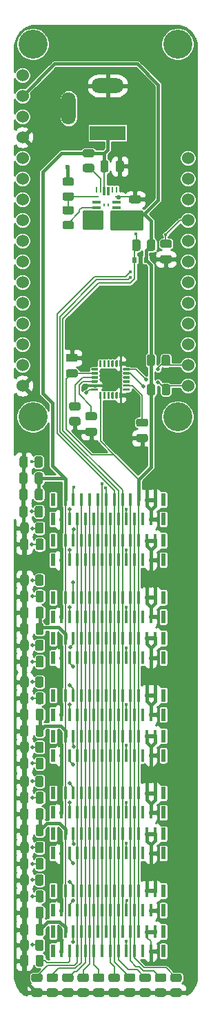
<source format=gbr>
G04 #@! TF.GenerationSoftware,KiCad,Pcbnew,(5.1.9)-1*
G04 #@! TF.CreationDate,2021-02-02T19:43:55-05:00*
G04 #@! TF.ProjectId,feather_multi_oled,66656174-6865-4725-9f6d-756c74695f6f,0.1a*
G04 #@! TF.SameCoordinates,Original*
G04 #@! TF.FileFunction,Copper,L1,Top*
G04 #@! TF.FilePolarity,Positive*
%FSLAX46Y46*%
G04 Gerber Fmt 4.6, Leading zero omitted, Abs format (unit mm)*
G04 Created by KiCad (PCBNEW (5.1.9)-1) date 2021-02-02 19:43:55*
%MOMM*%
%LPD*%
G01*
G04 APERTURE LIST*
G04 #@! TA.AperFunction,SMDPad,CuDef*
%ADD10R,0.609600X1.600200*%
G04 #@! TD*
G04 #@! TA.AperFunction,SMDPad,CuDef*
%ADD11R,0.406400X1.600200*%
G04 #@! TD*
G04 #@! TA.AperFunction,SMDPad,CuDef*
%ADD12R,0.812800X0.254000*%
G04 #@! TD*
G04 #@! TA.AperFunction,SMDPad,CuDef*
%ADD13R,1.092200X0.304800*%
G04 #@! TD*
G04 #@! TA.AperFunction,SMDPad,CuDef*
%ADD14R,0.508000X0.254000*%
G04 #@! TD*
G04 #@! TA.AperFunction,SMDPad,CuDef*
%ADD15R,0.711200X0.254000*%
G04 #@! TD*
G04 #@! TA.AperFunction,SMDPad,CuDef*
%ADD16R,0.254000X0.711200*%
G04 #@! TD*
G04 #@! TA.AperFunction,SMDPad,CuDef*
%ADD17R,0.304800X1.092200*%
G04 #@! TD*
G04 #@! TA.AperFunction,SMDPad,CuDef*
%ADD18R,0.254000X0.406400*%
G04 #@! TD*
G04 #@! TA.AperFunction,SMDPad,CuDef*
%ADD19R,0.700000X2.000000*%
G04 #@! TD*
G04 #@! TA.AperFunction,ComponentPad*
%ADD20C,1.524000*%
G04 #@! TD*
G04 #@! TA.AperFunction,WasherPad*
%ADD21C,3.556000*%
G04 #@! TD*
G04 #@! TA.AperFunction,SMDPad,CuDef*
%ADD22R,0.600000X0.700000*%
G04 #@! TD*
G04 #@! TA.AperFunction,ComponentPad*
%ADD23O,1.800000X4.000000*%
G04 #@! TD*
G04 #@! TA.AperFunction,ComponentPad*
%ADD24O,4.000000X1.800000*%
G04 #@! TD*
G04 #@! TA.AperFunction,ComponentPad*
%ADD25R,4.400000X1.800000*%
G04 #@! TD*
G04 #@! TA.AperFunction,ViaPad*
%ADD26C,0.400000*%
G04 #@! TD*
G04 #@! TA.AperFunction,ViaPad*
%ADD27C,0.600000*%
G04 #@! TD*
G04 #@! TA.AperFunction,ViaPad*
%ADD28C,0.500000*%
G04 #@! TD*
G04 #@! TA.AperFunction,Conductor*
%ADD29C,0.200000*%
G04 #@! TD*
G04 #@! TA.AperFunction,Conductor*
%ADD30C,0.400000*%
G04 #@! TD*
G04 #@! TA.AperFunction,Conductor*
%ADD31C,0.254000*%
G04 #@! TD*
G04 #@! TA.AperFunction,Conductor*
%ADD32C,0.100000*%
G04 #@! TD*
G04 APERTURE END LIST*
D10*
X115516000Y-108524800D03*
X102003200Y-108524800D03*
X115516000Y-110912400D03*
X102003200Y-110912400D03*
D11*
X102993800Y-110912400D03*
X103501800Y-108524800D03*
X104009800Y-110912400D03*
X104492400Y-108524800D03*
X105000400Y-110912400D03*
X105508400Y-108524800D03*
X105991000Y-110912400D03*
X106499000Y-108524800D03*
X107007000Y-110912400D03*
X107489600Y-108524800D03*
X107997600Y-110912400D03*
X108505600Y-108524800D03*
X108988200Y-110912400D03*
X109496200Y-108524800D03*
X110004200Y-110912400D03*
X110512200Y-108524800D03*
X110994800Y-110912400D03*
X111502800Y-108524800D03*
X112010800Y-110912400D03*
X112493400Y-108524800D03*
X113001400Y-110912400D03*
X113509400Y-108524800D03*
X113992000Y-110912400D03*
X114500000Y-108524800D03*
D10*
X115516000Y-103524800D03*
X102003200Y-103524800D03*
X115516000Y-105912400D03*
X102003200Y-105912400D03*
D11*
X102993800Y-105912400D03*
X103501800Y-103524800D03*
X104009800Y-105912400D03*
X104492400Y-103524800D03*
X105000400Y-105912400D03*
X105508400Y-103524800D03*
X105991000Y-105912400D03*
X106499000Y-103524800D03*
X107007000Y-105912400D03*
X107489600Y-103524800D03*
X107997600Y-105912400D03*
X108505600Y-103524800D03*
X108988200Y-105912400D03*
X109496200Y-103524800D03*
X110004200Y-105912400D03*
X110512200Y-103524800D03*
X110994800Y-105912400D03*
X111502800Y-103524800D03*
X112010800Y-105912400D03*
X112493400Y-103524800D03*
X113001400Y-105912400D03*
X113509400Y-103524800D03*
X113992000Y-105912400D03*
X114500000Y-103524800D03*
D10*
X115516000Y-115524800D03*
X102003200Y-115524800D03*
X115516000Y-117912400D03*
X102003200Y-117912400D03*
D11*
X102993800Y-117912400D03*
X103501800Y-115524800D03*
X104009800Y-117912400D03*
X104492400Y-115524800D03*
X105000400Y-117912400D03*
X105508400Y-115524800D03*
X105991000Y-117912400D03*
X106499000Y-115524800D03*
X107007000Y-117912400D03*
X107489600Y-115524800D03*
X107997600Y-117912400D03*
X108505600Y-115524800D03*
X108988200Y-117912400D03*
X109496200Y-115524800D03*
X110004200Y-117912400D03*
X110512200Y-115524800D03*
X110994800Y-117912400D03*
X111502800Y-115524800D03*
X112010800Y-117912400D03*
X112493400Y-115524800D03*
X113001400Y-117912400D03*
X113509400Y-115524800D03*
X113992000Y-117912400D03*
X114500000Y-115524800D03*
D10*
X115516000Y-127524800D03*
X102003200Y-127524800D03*
X115516000Y-129912400D03*
X102003200Y-129912400D03*
D11*
X102993800Y-129912400D03*
X103501800Y-127524800D03*
X104009800Y-129912400D03*
X104492400Y-127524800D03*
X105000400Y-129912400D03*
X105508400Y-127524800D03*
X105991000Y-129912400D03*
X106499000Y-127524800D03*
X107007000Y-129912400D03*
X107489600Y-127524800D03*
X107997600Y-129912400D03*
X108505600Y-127524800D03*
X108988200Y-129912400D03*
X109496200Y-127524800D03*
X110004200Y-129912400D03*
X110512200Y-127524800D03*
X110994800Y-129912400D03*
X111502800Y-127524800D03*
X112010800Y-129912400D03*
X112493400Y-127524800D03*
X113001400Y-129912400D03*
X113509400Y-127524800D03*
X113992000Y-129912400D03*
X114500000Y-127524800D03*
D10*
X115516000Y-120524800D03*
X102003200Y-120524800D03*
X115516000Y-122912400D03*
X102003200Y-122912400D03*
D11*
X102993800Y-122912400D03*
X103501800Y-120524800D03*
X104009800Y-122912400D03*
X104492400Y-120524800D03*
X105000400Y-122912400D03*
X105508400Y-120524800D03*
X105991000Y-122912400D03*
X106499000Y-120524800D03*
X107007000Y-122912400D03*
X107489600Y-120524800D03*
X107997600Y-122912400D03*
X108505600Y-120524800D03*
X108988200Y-122912400D03*
X109496200Y-120524800D03*
X110004200Y-122912400D03*
X110512200Y-120524800D03*
X110994800Y-122912400D03*
X111502800Y-120524800D03*
X112010800Y-122912400D03*
X112493400Y-120524800D03*
X113001400Y-122912400D03*
X113509400Y-120524800D03*
X113992000Y-122912400D03*
X114500000Y-120524800D03*
D10*
X115516000Y-132524800D03*
X102003200Y-132524800D03*
X115516000Y-134912400D03*
X102003200Y-134912400D03*
D11*
X102993800Y-134912400D03*
X103501800Y-132524800D03*
X104009800Y-134912400D03*
X104492400Y-132524800D03*
X105000400Y-134912400D03*
X105508400Y-132524800D03*
X105991000Y-134912400D03*
X106499000Y-132524800D03*
X107007000Y-134912400D03*
X107489600Y-132524800D03*
X107997600Y-134912400D03*
X108505600Y-132524800D03*
X108988200Y-134912400D03*
X109496200Y-132524800D03*
X110004200Y-134912400D03*
X110512200Y-132524800D03*
X110994800Y-134912400D03*
X111502800Y-132524800D03*
X112010800Y-134912400D03*
X112493400Y-132524800D03*
X113001400Y-134912400D03*
X113509400Y-132524800D03*
X113992000Y-134912400D03*
X114500000Y-132524800D03*
D10*
X115516000Y-139524800D03*
X102003200Y-139524800D03*
X115516000Y-141912400D03*
X102003200Y-141912400D03*
D11*
X102993800Y-141912400D03*
X103501800Y-139524800D03*
X104009800Y-141912400D03*
X104492400Y-139524800D03*
X105000400Y-141912400D03*
X105508400Y-139524800D03*
X105991000Y-141912400D03*
X106499000Y-139524800D03*
X107007000Y-141912400D03*
X107489600Y-139524800D03*
X107997600Y-141912400D03*
X108505600Y-139524800D03*
X108988200Y-141912400D03*
X109496200Y-139524800D03*
X110004200Y-141912400D03*
X110512200Y-139524800D03*
X110994800Y-141912400D03*
X111502800Y-139524800D03*
X112010800Y-141912400D03*
X112493400Y-139524800D03*
X113001400Y-141912400D03*
X113509400Y-139524800D03*
X113992000Y-141912400D03*
X114500000Y-139524800D03*
D10*
X115516000Y-144524800D03*
X102003200Y-144524800D03*
X115516000Y-146912400D03*
X102003200Y-146912400D03*
D11*
X102993800Y-146912400D03*
X103501800Y-144524800D03*
X104009800Y-146912400D03*
X104492400Y-144524800D03*
X105000400Y-146912400D03*
X105508400Y-144524800D03*
X105991000Y-146912400D03*
X106499000Y-144524800D03*
X107007000Y-146912400D03*
X107489600Y-144524800D03*
X107997600Y-146912400D03*
X108505600Y-144524800D03*
X108988200Y-146912400D03*
X109496200Y-144524800D03*
X110004200Y-146912400D03*
X110512200Y-144524800D03*
X110994800Y-146912400D03*
X111502800Y-144524800D03*
X112010800Y-146912400D03*
X112493400Y-144524800D03*
X113001400Y-146912400D03*
X113509400Y-144524800D03*
X113992000Y-146912400D03*
X114500000Y-144524800D03*
D10*
X115516000Y-151524800D03*
X102003200Y-151524800D03*
X115516000Y-153912400D03*
X102003200Y-153912400D03*
D11*
X102993800Y-153912400D03*
X103501800Y-151524800D03*
X104009800Y-153912400D03*
X104492400Y-151524800D03*
X105000400Y-153912400D03*
X105508400Y-151524800D03*
X105991000Y-153912400D03*
X106499000Y-151524800D03*
X107007000Y-153912400D03*
X107489600Y-151524800D03*
X107997600Y-153912400D03*
X108505600Y-151524800D03*
X108988200Y-153912400D03*
X109496200Y-151524800D03*
X110004200Y-153912400D03*
X110512200Y-151524800D03*
X110994800Y-153912400D03*
X111502800Y-151524800D03*
X112010800Y-153912400D03*
X112493400Y-151524800D03*
X113001400Y-153912400D03*
X113509400Y-151524800D03*
X113992000Y-153912400D03*
X114500000Y-151524800D03*
D10*
X115516000Y-156524800D03*
X102003200Y-156524800D03*
X115516000Y-158912400D03*
X102003200Y-158912400D03*
D11*
X102993800Y-158912400D03*
X103501800Y-156524800D03*
X104009800Y-158912400D03*
X104492400Y-156524800D03*
X105000400Y-158912400D03*
X105508400Y-156524800D03*
X105991000Y-158912400D03*
X106499000Y-156524800D03*
X107007000Y-158912400D03*
X107489600Y-156524800D03*
X107997600Y-158912400D03*
X108505600Y-156524800D03*
X108988200Y-158912400D03*
X109496200Y-156524800D03*
X110004200Y-158912400D03*
X110512200Y-156524800D03*
X110994800Y-158912400D03*
X111502800Y-156524800D03*
X112010800Y-158912400D03*
X112493400Y-156524800D03*
X113001400Y-158912400D03*
X113509400Y-156524800D03*
X113992000Y-158912400D03*
X114500000Y-156524800D03*
D12*
X107156000Y-66375000D03*
D13*
X107296000Y-67024999D03*
X107296000Y-67675000D03*
D14*
X107004000Y-68325000D03*
X107004000Y-69175001D03*
X107004000Y-70025000D03*
X110096000Y-70025000D03*
X110096000Y-69175001D03*
X110096000Y-68325000D03*
D13*
X109804000Y-67675000D03*
X109804000Y-67024999D03*
D15*
X109994000Y-66375000D03*
D16*
X109800000Y-65481000D03*
X109300001Y-65481000D03*
D17*
X108800000Y-65671000D03*
X108300000Y-65671000D03*
D16*
X107799999Y-65481000D03*
X107300000Y-65481000D03*
D18*
X108300000Y-67350000D03*
X108800000Y-67350000D03*
D19*
X107534000Y-69195000D03*
X109566000Y-69195000D03*
D20*
X118560000Y-61610000D03*
X118560000Y-64150000D03*
X118560000Y-66690000D03*
X118560000Y-69230000D03*
X118560000Y-71770000D03*
X118560000Y-74310000D03*
X118560000Y-76850000D03*
X118560000Y-79390000D03*
X118560000Y-81930000D03*
X118560000Y-84470000D03*
X118560000Y-87010000D03*
X118560000Y-89550000D03*
X98240000Y-89550000D03*
X98240000Y-87010000D03*
X98240000Y-84470000D03*
X98240000Y-81930000D03*
X98240000Y-79390000D03*
X98240000Y-76850000D03*
X98240000Y-74310000D03*
X98240000Y-71770000D03*
X98240000Y-69230000D03*
X98240000Y-66690000D03*
X98240000Y-64150000D03*
X98240000Y-61610000D03*
X98240000Y-59070000D03*
X98240000Y-56530000D03*
X98240000Y-53990000D03*
X98240000Y-51450000D03*
D21*
X99510000Y-93360000D03*
X99510000Y-47640000D03*
X117290000Y-93360000D03*
X117290000Y-47640000D03*
G04 #@! TA.AperFunction,SMDPad,CuDef*
G36*
G01*
X109700000Y-63100000D02*
X109700000Y-62150000D01*
G75*
G02*
X109950000Y-61900000I250000J0D01*
G01*
X110450000Y-61900000D01*
G75*
G02*
X110700000Y-62150000I0J-250000D01*
G01*
X110700000Y-63100000D01*
G75*
G02*
X110450000Y-63350000I-250000J0D01*
G01*
X109950000Y-63350000D01*
G75*
G02*
X109700000Y-63100000I0J250000D01*
G01*
G37*
G04 #@! TD.AperFunction*
G04 #@! TA.AperFunction,SMDPad,CuDef*
G36*
G01*
X107800000Y-63100000D02*
X107800000Y-62150000D01*
G75*
G02*
X108050000Y-61900000I250000J0D01*
G01*
X108550000Y-61900000D01*
G75*
G02*
X108800000Y-62150000I0J-250000D01*
G01*
X108800000Y-63100000D01*
G75*
G02*
X108550000Y-63350000I-250000J0D01*
G01*
X108050000Y-63350000D01*
G75*
G02*
X107800000Y-63100000I0J250000D01*
G01*
G37*
G04 #@! TD.AperFunction*
G04 #@! TA.AperFunction,SMDPad,CuDef*
G36*
G01*
X112525000Y-69075000D02*
X111575000Y-69075000D01*
G75*
G02*
X111325000Y-68825000I0J250000D01*
G01*
X111325000Y-68325000D01*
G75*
G02*
X111575000Y-68075000I250000J0D01*
G01*
X112525000Y-68075000D01*
G75*
G02*
X112775000Y-68325000I0J-250000D01*
G01*
X112775000Y-68825000D01*
G75*
G02*
X112525000Y-69075000I-250000J0D01*
G01*
G37*
G04 #@! TD.AperFunction*
G04 #@! TA.AperFunction,SMDPad,CuDef*
G36*
G01*
X112525000Y-67175000D02*
X111575000Y-67175000D01*
G75*
G02*
X111325000Y-66925000I0J250000D01*
G01*
X111325000Y-66425000D01*
G75*
G02*
X111575000Y-66175000I250000J0D01*
G01*
X112525000Y-66175000D01*
G75*
G02*
X112775000Y-66425000I0J-250000D01*
G01*
X112775000Y-66925000D01*
G75*
G02*
X112525000Y-67175000I-250000J0D01*
G01*
G37*
G04 #@! TD.AperFunction*
G04 #@! TA.AperFunction,SMDPad,CuDef*
G36*
G01*
X115375000Y-71625000D02*
X116325000Y-71625000D01*
G75*
G02*
X116575000Y-71875000I0J-250000D01*
G01*
X116575000Y-72375000D01*
G75*
G02*
X116325000Y-72625000I-250000J0D01*
G01*
X115375000Y-72625000D01*
G75*
G02*
X115125000Y-72375000I0J250000D01*
G01*
X115125000Y-71875000D01*
G75*
G02*
X115375000Y-71625000I250000J0D01*
G01*
G37*
G04 #@! TD.AperFunction*
G04 #@! TA.AperFunction,SMDPad,CuDef*
G36*
G01*
X115375000Y-73525000D02*
X116325000Y-73525000D01*
G75*
G02*
X116575000Y-73775000I0J-250000D01*
G01*
X116575000Y-74275000D01*
G75*
G02*
X116325000Y-74525000I-250000J0D01*
G01*
X115375000Y-74525000D01*
G75*
G02*
X115125000Y-74275000I0J250000D01*
G01*
X115125000Y-73775000D01*
G75*
G02*
X115375000Y-73525000I250000J0D01*
G01*
G37*
G04 #@! TD.AperFunction*
G04 #@! TA.AperFunction,SMDPad,CuDef*
G36*
G01*
X98850000Y-104525000D02*
X98850000Y-105475000D01*
G75*
G02*
X98600000Y-105725000I-250000J0D01*
G01*
X98100000Y-105725000D01*
G75*
G02*
X97850000Y-105475000I0J250000D01*
G01*
X97850000Y-104525000D01*
G75*
G02*
X98100000Y-104275000I250000J0D01*
G01*
X98600000Y-104275000D01*
G75*
G02*
X98850000Y-104525000I0J-250000D01*
G01*
G37*
G04 #@! TD.AperFunction*
G04 #@! TA.AperFunction,SMDPad,CuDef*
G36*
G01*
X100750000Y-104525000D02*
X100750000Y-105475000D01*
G75*
G02*
X100500000Y-105725000I-250000J0D01*
G01*
X100000000Y-105725000D01*
G75*
G02*
X99750000Y-105475000I0J250000D01*
G01*
X99750000Y-104525000D01*
G75*
G02*
X100000000Y-104275000I250000J0D01*
G01*
X100500000Y-104275000D01*
G75*
G02*
X100750000Y-104525000I0J-250000D01*
G01*
G37*
G04 #@! TD.AperFunction*
G04 #@! TA.AperFunction,SMDPad,CuDef*
G36*
G01*
X100750000Y-102425000D02*
X100750000Y-103375000D01*
G75*
G02*
X100500000Y-103625000I-250000J0D01*
G01*
X100000000Y-103625000D01*
G75*
G02*
X99750000Y-103375000I0J250000D01*
G01*
X99750000Y-102425000D01*
G75*
G02*
X100000000Y-102175000I250000J0D01*
G01*
X100500000Y-102175000D01*
G75*
G02*
X100750000Y-102425000I0J-250000D01*
G01*
G37*
G04 #@! TD.AperFunction*
G04 #@! TA.AperFunction,SMDPad,CuDef*
G36*
G01*
X98850000Y-102425000D02*
X98850000Y-103375000D01*
G75*
G02*
X98600000Y-103625000I-250000J0D01*
G01*
X98100000Y-103625000D01*
G75*
G02*
X97850000Y-103375000I0J250000D01*
G01*
X97850000Y-102425000D01*
G75*
G02*
X98100000Y-102175000I250000J0D01*
G01*
X98600000Y-102175000D01*
G75*
G02*
X98850000Y-102425000I0J-250000D01*
G01*
G37*
G04 #@! TD.AperFunction*
G04 #@! TA.AperFunction,SMDPad,CuDef*
G36*
G01*
X98850000Y-100425000D02*
X98850000Y-101375000D01*
G75*
G02*
X98600000Y-101625000I-250000J0D01*
G01*
X98100000Y-101625000D01*
G75*
G02*
X97850000Y-101375000I0J250000D01*
G01*
X97850000Y-100425000D01*
G75*
G02*
X98100000Y-100175000I250000J0D01*
G01*
X98600000Y-100175000D01*
G75*
G02*
X98850000Y-100425000I0J-250000D01*
G01*
G37*
G04 #@! TD.AperFunction*
G04 #@! TA.AperFunction,SMDPad,CuDef*
G36*
G01*
X100750000Y-100425000D02*
X100750000Y-101375000D01*
G75*
G02*
X100500000Y-101625000I-250000J0D01*
G01*
X100000000Y-101625000D01*
G75*
G02*
X99750000Y-101375000I0J250000D01*
G01*
X99750000Y-100425000D01*
G75*
G02*
X100000000Y-100175000I250000J0D01*
G01*
X100500000Y-100175000D01*
G75*
G02*
X100750000Y-100425000I0J-250000D01*
G01*
G37*
G04 #@! TD.AperFunction*
G04 #@! TA.AperFunction,SMDPad,CuDef*
G36*
G01*
X100850000Y-108525000D02*
X100850000Y-109475000D01*
G75*
G02*
X100600000Y-109725000I-250000J0D01*
G01*
X100100000Y-109725000D01*
G75*
G02*
X99850000Y-109475000I0J250000D01*
G01*
X99850000Y-108525000D01*
G75*
G02*
X100100000Y-108275000I250000J0D01*
G01*
X100600000Y-108275000D01*
G75*
G02*
X100850000Y-108525000I0J-250000D01*
G01*
G37*
G04 #@! TD.AperFunction*
G04 #@! TA.AperFunction,SMDPad,CuDef*
G36*
G01*
X98950000Y-108525000D02*
X98950000Y-109475000D01*
G75*
G02*
X98700000Y-109725000I-250000J0D01*
G01*
X98200000Y-109725000D01*
G75*
G02*
X97950000Y-109475000I0J250000D01*
G01*
X97950000Y-108525000D01*
G75*
G02*
X98200000Y-108275000I250000J0D01*
G01*
X98700000Y-108275000D01*
G75*
G02*
X98950000Y-108525000I0J-250000D01*
G01*
G37*
G04 #@! TD.AperFunction*
G04 #@! TA.AperFunction,SMDPad,CuDef*
G36*
G01*
X98950000Y-114925000D02*
X98950000Y-115875000D01*
G75*
G02*
X98700000Y-116125000I-250000J0D01*
G01*
X98200000Y-116125000D01*
G75*
G02*
X97950000Y-115875000I0J250000D01*
G01*
X97950000Y-114925000D01*
G75*
G02*
X98200000Y-114675000I250000J0D01*
G01*
X98700000Y-114675000D01*
G75*
G02*
X98950000Y-114925000I0J-250000D01*
G01*
G37*
G04 #@! TD.AperFunction*
G04 #@! TA.AperFunction,SMDPad,CuDef*
G36*
G01*
X100850000Y-114925000D02*
X100850000Y-115875000D01*
G75*
G02*
X100600000Y-116125000I-250000J0D01*
G01*
X100100000Y-116125000D01*
G75*
G02*
X99850000Y-115875000I0J250000D01*
G01*
X99850000Y-114925000D01*
G75*
G02*
X100100000Y-114675000I250000J0D01*
G01*
X100600000Y-114675000D01*
G75*
G02*
X100850000Y-114925000I0J-250000D01*
G01*
G37*
G04 #@! TD.AperFunction*
G04 #@! TA.AperFunction,SMDPad,CuDef*
G36*
G01*
X100850000Y-116925000D02*
X100850000Y-117875000D01*
G75*
G02*
X100600000Y-118125000I-250000J0D01*
G01*
X100100000Y-118125000D01*
G75*
G02*
X99850000Y-117875000I0J250000D01*
G01*
X99850000Y-116925000D01*
G75*
G02*
X100100000Y-116675000I250000J0D01*
G01*
X100600000Y-116675000D01*
G75*
G02*
X100850000Y-116925000I0J-250000D01*
G01*
G37*
G04 #@! TD.AperFunction*
G04 #@! TA.AperFunction,SMDPad,CuDef*
G36*
G01*
X98950000Y-116925000D02*
X98950000Y-117875000D01*
G75*
G02*
X98700000Y-118125000I-250000J0D01*
G01*
X98200000Y-118125000D01*
G75*
G02*
X97950000Y-117875000I0J250000D01*
G01*
X97950000Y-116925000D01*
G75*
G02*
X98200000Y-116675000I250000J0D01*
G01*
X98700000Y-116675000D01*
G75*
G02*
X98950000Y-116925000I0J-250000D01*
G01*
G37*
G04 #@! TD.AperFunction*
G04 #@! TA.AperFunction,SMDPad,CuDef*
G36*
G01*
X98950000Y-118925000D02*
X98950000Y-119875000D01*
G75*
G02*
X98700000Y-120125000I-250000J0D01*
G01*
X98200000Y-120125000D01*
G75*
G02*
X97950000Y-119875000I0J250000D01*
G01*
X97950000Y-118925000D01*
G75*
G02*
X98200000Y-118675000I250000J0D01*
G01*
X98700000Y-118675000D01*
G75*
G02*
X98950000Y-118925000I0J-250000D01*
G01*
G37*
G04 #@! TD.AperFunction*
G04 #@! TA.AperFunction,SMDPad,CuDef*
G36*
G01*
X100850000Y-118925000D02*
X100850000Y-119875000D01*
G75*
G02*
X100600000Y-120125000I-250000J0D01*
G01*
X100100000Y-120125000D01*
G75*
G02*
X99850000Y-119875000I0J250000D01*
G01*
X99850000Y-118925000D01*
G75*
G02*
X100100000Y-118675000I250000J0D01*
G01*
X100600000Y-118675000D01*
G75*
G02*
X100850000Y-118925000I0J-250000D01*
G01*
G37*
G04 #@! TD.AperFunction*
G04 #@! TA.AperFunction,SMDPad,CuDef*
G36*
G01*
X98950000Y-127425000D02*
X98950000Y-128375000D01*
G75*
G02*
X98700000Y-128625000I-250000J0D01*
G01*
X98200000Y-128625000D01*
G75*
G02*
X97950000Y-128375000I0J250000D01*
G01*
X97950000Y-127425000D01*
G75*
G02*
X98200000Y-127175000I250000J0D01*
G01*
X98700000Y-127175000D01*
G75*
G02*
X98950000Y-127425000I0J-250000D01*
G01*
G37*
G04 #@! TD.AperFunction*
G04 #@! TA.AperFunction,SMDPad,CuDef*
G36*
G01*
X100850000Y-127425000D02*
X100850000Y-128375000D01*
G75*
G02*
X100600000Y-128625000I-250000J0D01*
G01*
X100100000Y-128625000D01*
G75*
G02*
X99850000Y-128375000I0J250000D01*
G01*
X99850000Y-127425000D01*
G75*
G02*
X100100000Y-127175000I250000J0D01*
G01*
X100600000Y-127175000D01*
G75*
G02*
X100850000Y-127425000I0J-250000D01*
G01*
G37*
G04 #@! TD.AperFunction*
G04 #@! TA.AperFunction,SMDPad,CuDef*
G36*
G01*
X100850000Y-129425000D02*
X100850000Y-130375000D01*
G75*
G02*
X100600000Y-130625000I-250000J0D01*
G01*
X100100000Y-130625000D01*
G75*
G02*
X99850000Y-130375000I0J250000D01*
G01*
X99850000Y-129425000D01*
G75*
G02*
X100100000Y-129175000I250000J0D01*
G01*
X100600000Y-129175000D01*
G75*
G02*
X100850000Y-129425000I0J-250000D01*
G01*
G37*
G04 #@! TD.AperFunction*
G04 #@! TA.AperFunction,SMDPad,CuDef*
G36*
G01*
X98950000Y-129425000D02*
X98950000Y-130375000D01*
G75*
G02*
X98700000Y-130625000I-250000J0D01*
G01*
X98200000Y-130625000D01*
G75*
G02*
X97950000Y-130375000I0J250000D01*
G01*
X97950000Y-129425000D01*
G75*
G02*
X98200000Y-129175000I250000J0D01*
G01*
X98700000Y-129175000D01*
G75*
G02*
X98950000Y-129425000I0J-250000D01*
G01*
G37*
G04 #@! TD.AperFunction*
G04 #@! TA.AperFunction,SMDPad,CuDef*
G36*
G01*
X98950000Y-131425000D02*
X98950000Y-132375000D01*
G75*
G02*
X98700000Y-132625000I-250000J0D01*
G01*
X98200000Y-132625000D01*
G75*
G02*
X97950000Y-132375000I0J250000D01*
G01*
X97950000Y-131425000D01*
G75*
G02*
X98200000Y-131175000I250000J0D01*
G01*
X98700000Y-131175000D01*
G75*
G02*
X98950000Y-131425000I0J-250000D01*
G01*
G37*
G04 #@! TD.AperFunction*
G04 #@! TA.AperFunction,SMDPad,CuDef*
G36*
G01*
X100850000Y-131425000D02*
X100850000Y-132375000D01*
G75*
G02*
X100600000Y-132625000I-250000J0D01*
G01*
X100100000Y-132625000D01*
G75*
G02*
X99850000Y-132375000I0J250000D01*
G01*
X99850000Y-131425000D01*
G75*
G02*
X100100000Y-131175000I250000J0D01*
G01*
X100600000Y-131175000D01*
G75*
G02*
X100850000Y-131425000I0J-250000D01*
G01*
G37*
G04 #@! TD.AperFunction*
G04 #@! TA.AperFunction,SMDPad,CuDef*
G36*
G01*
X100850000Y-122925000D02*
X100850000Y-123875000D01*
G75*
G02*
X100600000Y-124125000I-250000J0D01*
G01*
X100100000Y-124125000D01*
G75*
G02*
X99850000Y-123875000I0J250000D01*
G01*
X99850000Y-122925000D01*
G75*
G02*
X100100000Y-122675000I250000J0D01*
G01*
X100600000Y-122675000D01*
G75*
G02*
X100850000Y-122925000I0J-250000D01*
G01*
G37*
G04 #@! TD.AperFunction*
G04 #@! TA.AperFunction,SMDPad,CuDef*
G36*
G01*
X98950000Y-122925000D02*
X98950000Y-123875000D01*
G75*
G02*
X98700000Y-124125000I-250000J0D01*
G01*
X98200000Y-124125000D01*
G75*
G02*
X97950000Y-123875000I0J250000D01*
G01*
X97950000Y-122925000D01*
G75*
G02*
X98200000Y-122675000I250000J0D01*
G01*
X98700000Y-122675000D01*
G75*
G02*
X98950000Y-122925000I0J-250000D01*
G01*
G37*
G04 #@! TD.AperFunction*
G04 #@! TA.AperFunction,SMDPad,CuDef*
G36*
G01*
X100850000Y-135425000D02*
X100850000Y-136375000D01*
G75*
G02*
X100600000Y-136625000I-250000J0D01*
G01*
X100100000Y-136625000D01*
G75*
G02*
X99850000Y-136375000I0J250000D01*
G01*
X99850000Y-135425000D01*
G75*
G02*
X100100000Y-135175000I250000J0D01*
G01*
X100600000Y-135175000D01*
G75*
G02*
X100850000Y-135425000I0J-250000D01*
G01*
G37*
G04 #@! TD.AperFunction*
G04 #@! TA.AperFunction,SMDPad,CuDef*
G36*
G01*
X98950000Y-135425000D02*
X98950000Y-136375000D01*
G75*
G02*
X98700000Y-136625000I-250000J0D01*
G01*
X98200000Y-136625000D01*
G75*
G02*
X97950000Y-136375000I0J250000D01*
G01*
X97950000Y-135425000D01*
G75*
G02*
X98200000Y-135175000I250000J0D01*
G01*
X98700000Y-135175000D01*
G75*
G02*
X98950000Y-135425000I0J-250000D01*
G01*
G37*
G04 #@! TD.AperFunction*
G04 #@! TA.AperFunction,SMDPad,CuDef*
G36*
G01*
X98950000Y-139625000D02*
X98950000Y-140575000D01*
G75*
G02*
X98700000Y-140825000I-250000J0D01*
G01*
X98200000Y-140825000D01*
G75*
G02*
X97950000Y-140575000I0J250000D01*
G01*
X97950000Y-139625000D01*
G75*
G02*
X98200000Y-139375000I250000J0D01*
G01*
X98700000Y-139375000D01*
G75*
G02*
X98950000Y-139625000I0J-250000D01*
G01*
G37*
G04 #@! TD.AperFunction*
G04 #@! TA.AperFunction,SMDPad,CuDef*
G36*
G01*
X100850000Y-139625000D02*
X100850000Y-140575000D01*
G75*
G02*
X100600000Y-140825000I-250000J0D01*
G01*
X100100000Y-140825000D01*
G75*
G02*
X99850000Y-140575000I0J250000D01*
G01*
X99850000Y-139625000D01*
G75*
G02*
X100100000Y-139375000I250000J0D01*
G01*
X100600000Y-139375000D01*
G75*
G02*
X100850000Y-139625000I0J-250000D01*
G01*
G37*
G04 #@! TD.AperFunction*
G04 #@! TA.AperFunction,SMDPad,CuDef*
G36*
G01*
X100850000Y-141625000D02*
X100850000Y-142575000D01*
G75*
G02*
X100600000Y-142825000I-250000J0D01*
G01*
X100100000Y-142825000D01*
G75*
G02*
X99850000Y-142575000I0J250000D01*
G01*
X99850000Y-141625000D01*
G75*
G02*
X100100000Y-141375000I250000J0D01*
G01*
X100600000Y-141375000D01*
G75*
G02*
X100850000Y-141625000I0J-250000D01*
G01*
G37*
G04 #@! TD.AperFunction*
G04 #@! TA.AperFunction,SMDPad,CuDef*
G36*
G01*
X98950000Y-141625000D02*
X98950000Y-142575000D01*
G75*
G02*
X98700000Y-142825000I-250000J0D01*
G01*
X98200000Y-142825000D01*
G75*
G02*
X97950000Y-142575000I0J250000D01*
G01*
X97950000Y-141625000D01*
G75*
G02*
X98200000Y-141375000I250000J0D01*
G01*
X98700000Y-141375000D01*
G75*
G02*
X98950000Y-141625000I0J-250000D01*
G01*
G37*
G04 #@! TD.AperFunction*
G04 #@! TA.AperFunction,SMDPad,CuDef*
G36*
G01*
X98950000Y-143625000D02*
X98950000Y-144575000D01*
G75*
G02*
X98700000Y-144825000I-250000J0D01*
G01*
X98200000Y-144825000D01*
G75*
G02*
X97950000Y-144575000I0J250000D01*
G01*
X97950000Y-143625000D01*
G75*
G02*
X98200000Y-143375000I250000J0D01*
G01*
X98700000Y-143375000D01*
G75*
G02*
X98950000Y-143625000I0J-250000D01*
G01*
G37*
G04 #@! TD.AperFunction*
G04 #@! TA.AperFunction,SMDPad,CuDef*
G36*
G01*
X100850000Y-143625000D02*
X100850000Y-144575000D01*
G75*
G02*
X100600000Y-144825000I-250000J0D01*
G01*
X100100000Y-144825000D01*
G75*
G02*
X99850000Y-144575000I0J250000D01*
G01*
X99850000Y-143625000D01*
G75*
G02*
X100100000Y-143375000I250000J0D01*
G01*
X100600000Y-143375000D01*
G75*
G02*
X100850000Y-143625000I0J-250000D01*
G01*
G37*
G04 #@! TD.AperFunction*
G04 #@! TA.AperFunction,SMDPad,CuDef*
G36*
G01*
X100850000Y-147725000D02*
X100850000Y-148675000D01*
G75*
G02*
X100600000Y-148925000I-250000J0D01*
G01*
X100100000Y-148925000D01*
G75*
G02*
X99850000Y-148675000I0J250000D01*
G01*
X99850000Y-147725000D01*
G75*
G02*
X100100000Y-147475000I250000J0D01*
G01*
X100600000Y-147475000D01*
G75*
G02*
X100850000Y-147725000I0J-250000D01*
G01*
G37*
G04 #@! TD.AperFunction*
G04 #@! TA.AperFunction,SMDPad,CuDef*
G36*
G01*
X98950000Y-147725000D02*
X98950000Y-148675000D01*
G75*
G02*
X98700000Y-148925000I-250000J0D01*
G01*
X98200000Y-148925000D01*
G75*
G02*
X97950000Y-148675000I0J250000D01*
G01*
X97950000Y-147725000D01*
G75*
G02*
X98200000Y-147475000I250000J0D01*
G01*
X98700000Y-147475000D01*
G75*
G02*
X98950000Y-147725000I0J-250000D01*
G01*
G37*
G04 #@! TD.AperFunction*
G04 #@! TA.AperFunction,SMDPad,CuDef*
G36*
G01*
X100850000Y-151725000D02*
X100850000Y-152675000D01*
G75*
G02*
X100600000Y-152925000I-250000J0D01*
G01*
X100100000Y-152925000D01*
G75*
G02*
X99850000Y-152675000I0J250000D01*
G01*
X99850000Y-151725000D01*
G75*
G02*
X100100000Y-151475000I250000J0D01*
G01*
X100600000Y-151475000D01*
G75*
G02*
X100850000Y-151725000I0J-250000D01*
G01*
G37*
G04 #@! TD.AperFunction*
G04 #@! TA.AperFunction,SMDPad,CuDef*
G36*
G01*
X98950000Y-151725000D02*
X98950000Y-152675000D01*
G75*
G02*
X98700000Y-152925000I-250000J0D01*
G01*
X98200000Y-152925000D01*
G75*
G02*
X97950000Y-152675000I0J250000D01*
G01*
X97950000Y-151725000D01*
G75*
G02*
X98200000Y-151475000I250000J0D01*
G01*
X98700000Y-151475000D01*
G75*
G02*
X98950000Y-151725000I0J-250000D01*
G01*
G37*
G04 #@! TD.AperFunction*
G04 #@! TA.AperFunction,SMDPad,CuDef*
G36*
G01*
X98950000Y-153725000D02*
X98950000Y-154675000D01*
G75*
G02*
X98700000Y-154925000I-250000J0D01*
G01*
X98200000Y-154925000D01*
G75*
G02*
X97950000Y-154675000I0J250000D01*
G01*
X97950000Y-153725000D01*
G75*
G02*
X98200000Y-153475000I250000J0D01*
G01*
X98700000Y-153475000D01*
G75*
G02*
X98950000Y-153725000I0J-250000D01*
G01*
G37*
G04 #@! TD.AperFunction*
G04 #@! TA.AperFunction,SMDPad,CuDef*
G36*
G01*
X100850000Y-153725000D02*
X100850000Y-154675000D01*
G75*
G02*
X100600000Y-154925000I-250000J0D01*
G01*
X100100000Y-154925000D01*
G75*
G02*
X99850000Y-154675000I0J250000D01*
G01*
X99850000Y-153725000D01*
G75*
G02*
X100100000Y-153475000I250000J0D01*
G01*
X100600000Y-153475000D01*
G75*
G02*
X100850000Y-153725000I0J-250000D01*
G01*
G37*
G04 #@! TD.AperFunction*
G04 #@! TA.AperFunction,SMDPad,CuDef*
G36*
G01*
X100850000Y-155825000D02*
X100850000Y-156775000D01*
G75*
G02*
X100600000Y-157025000I-250000J0D01*
G01*
X100100000Y-157025000D01*
G75*
G02*
X99850000Y-156775000I0J250000D01*
G01*
X99850000Y-155825000D01*
G75*
G02*
X100100000Y-155575000I250000J0D01*
G01*
X100600000Y-155575000D01*
G75*
G02*
X100850000Y-155825000I0J-250000D01*
G01*
G37*
G04 #@! TD.AperFunction*
G04 #@! TA.AperFunction,SMDPad,CuDef*
G36*
G01*
X98950000Y-155825000D02*
X98950000Y-156775000D01*
G75*
G02*
X98700000Y-157025000I-250000J0D01*
G01*
X98200000Y-157025000D01*
G75*
G02*
X97950000Y-156775000I0J250000D01*
G01*
X97950000Y-155825000D01*
G75*
G02*
X98200000Y-155575000I250000J0D01*
G01*
X98700000Y-155575000D01*
G75*
G02*
X98950000Y-155825000I0J-250000D01*
G01*
G37*
G04 #@! TD.AperFunction*
G04 #@! TA.AperFunction,SMDPad,CuDef*
G36*
G01*
X100850000Y-159625000D02*
X100850000Y-160575000D01*
G75*
G02*
X100600000Y-160825000I-250000J0D01*
G01*
X100100000Y-160825000D01*
G75*
G02*
X99850000Y-160575000I0J250000D01*
G01*
X99850000Y-159625000D01*
G75*
G02*
X100100000Y-159375000I250000J0D01*
G01*
X100600000Y-159375000D01*
G75*
G02*
X100850000Y-159625000I0J-250000D01*
G01*
G37*
G04 #@! TD.AperFunction*
G04 #@! TA.AperFunction,SMDPad,CuDef*
G36*
G01*
X98950000Y-159625000D02*
X98950000Y-160575000D01*
G75*
G02*
X98700000Y-160825000I-250000J0D01*
G01*
X98200000Y-160825000D01*
G75*
G02*
X97950000Y-160575000I0J250000D01*
G01*
X97950000Y-159625000D01*
G75*
G02*
X98200000Y-159375000I250000J0D01*
G01*
X98700000Y-159375000D01*
G75*
G02*
X98950000Y-159625000I0J-250000D01*
G01*
G37*
G04 #@! TD.AperFunction*
D22*
X112000000Y-74100000D03*
X113400000Y-74100000D03*
G04 #@! TA.AperFunction,SMDPad,CuDef*
G36*
G01*
X112725000Y-71849998D02*
X112725000Y-72750002D01*
G75*
G02*
X112475002Y-73000000I-249998J0D01*
G01*
X111949998Y-73000000D01*
G75*
G02*
X111700000Y-72750002I0J249998D01*
G01*
X111700000Y-71849998D01*
G75*
G02*
X111949998Y-71600000I249998J0D01*
G01*
X112475002Y-71600000D01*
G75*
G02*
X112725000Y-71849998I0J-249998D01*
G01*
G37*
G04 #@! TD.AperFunction*
G04 #@! TA.AperFunction,SMDPad,CuDef*
G36*
G01*
X114550000Y-71849998D02*
X114550000Y-72750002D01*
G75*
G02*
X114300002Y-73000000I-249998J0D01*
G01*
X113774998Y-73000000D01*
G75*
G02*
X113525000Y-72750002I0J249998D01*
G01*
X113525000Y-71849998D01*
G75*
G02*
X113774998Y-71600000I249998J0D01*
G01*
X114300002Y-71600000D01*
G75*
G02*
X114550000Y-71849998I0J-249998D01*
G01*
G37*
G04 #@! TD.AperFunction*
G04 #@! TA.AperFunction,SMDPad,CuDef*
G36*
G01*
X116649998Y-161675000D02*
X117550002Y-161675000D01*
G75*
G02*
X117800000Y-161924998I0J-249998D01*
G01*
X117800000Y-162450002D01*
G75*
G02*
X117550002Y-162700000I-249998J0D01*
G01*
X116649998Y-162700000D01*
G75*
G02*
X116400000Y-162450002I0J249998D01*
G01*
X116400000Y-161924998D01*
G75*
G02*
X116649998Y-161675000I249998J0D01*
G01*
G37*
G04 #@! TD.AperFunction*
G04 #@! TA.AperFunction,SMDPad,CuDef*
G36*
G01*
X116649998Y-163500000D02*
X117550002Y-163500000D01*
G75*
G02*
X117800000Y-163749998I0J-249998D01*
G01*
X117800000Y-164275002D01*
G75*
G02*
X117550002Y-164525000I-249998J0D01*
G01*
X116649998Y-164525000D01*
G75*
G02*
X116400000Y-164275002I0J249998D01*
G01*
X116400000Y-163749998D01*
G75*
G02*
X116649998Y-163500000I249998J0D01*
G01*
G37*
G04 #@! TD.AperFunction*
G04 #@! TA.AperFunction,SMDPad,CuDef*
G36*
G01*
X114749998Y-163500000D02*
X115650002Y-163500000D01*
G75*
G02*
X115900000Y-163749998I0J-249998D01*
G01*
X115900000Y-164275002D01*
G75*
G02*
X115650002Y-164525000I-249998J0D01*
G01*
X114749998Y-164525000D01*
G75*
G02*
X114500000Y-164275002I0J249998D01*
G01*
X114500000Y-163749998D01*
G75*
G02*
X114749998Y-163500000I249998J0D01*
G01*
G37*
G04 #@! TD.AperFunction*
G04 #@! TA.AperFunction,SMDPad,CuDef*
G36*
G01*
X114749998Y-161675000D02*
X115650002Y-161675000D01*
G75*
G02*
X115900000Y-161924998I0J-249998D01*
G01*
X115900000Y-162450002D01*
G75*
G02*
X115650002Y-162700000I-249998J0D01*
G01*
X114749998Y-162700000D01*
G75*
G02*
X114500000Y-162450002I0J249998D01*
G01*
X114500000Y-161924998D01*
G75*
G02*
X114749998Y-161675000I249998J0D01*
G01*
G37*
G04 #@! TD.AperFunction*
G04 #@! TA.AperFunction,SMDPad,CuDef*
G36*
G01*
X112849998Y-161675000D02*
X113750002Y-161675000D01*
G75*
G02*
X114000000Y-161924998I0J-249998D01*
G01*
X114000000Y-162450002D01*
G75*
G02*
X113750002Y-162700000I-249998J0D01*
G01*
X112849998Y-162700000D01*
G75*
G02*
X112600000Y-162450002I0J249998D01*
G01*
X112600000Y-161924998D01*
G75*
G02*
X112849998Y-161675000I249998J0D01*
G01*
G37*
G04 #@! TD.AperFunction*
G04 #@! TA.AperFunction,SMDPad,CuDef*
G36*
G01*
X112849998Y-163500000D02*
X113750002Y-163500000D01*
G75*
G02*
X114000000Y-163749998I0J-249998D01*
G01*
X114000000Y-164275002D01*
G75*
G02*
X113750002Y-164525000I-249998J0D01*
G01*
X112849998Y-164525000D01*
G75*
G02*
X112600000Y-164275002I0J249998D01*
G01*
X112600000Y-163749998D01*
G75*
G02*
X112849998Y-163500000I249998J0D01*
G01*
G37*
G04 #@! TD.AperFunction*
G04 #@! TA.AperFunction,SMDPad,CuDef*
G36*
G01*
X110949998Y-161675000D02*
X111850002Y-161675000D01*
G75*
G02*
X112100000Y-161924998I0J-249998D01*
G01*
X112100000Y-162450002D01*
G75*
G02*
X111850002Y-162700000I-249998J0D01*
G01*
X110949998Y-162700000D01*
G75*
G02*
X110700000Y-162450002I0J249998D01*
G01*
X110700000Y-161924998D01*
G75*
G02*
X110949998Y-161675000I249998J0D01*
G01*
G37*
G04 #@! TD.AperFunction*
G04 #@! TA.AperFunction,SMDPad,CuDef*
G36*
G01*
X110949998Y-163500000D02*
X111850002Y-163500000D01*
G75*
G02*
X112100000Y-163749998I0J-249998D01*
G01*
X112100000Y-164275002D01*
G75*
G02*
X111850002Y-164525000I-249998J0D01*
G01*
X110949998Y-164525000D01*
G75*
G02*
X110700000Y-164275002I0J249998D01*
G01*
X110700000Y-163749998D01*
G75*
G02*
X110949998Y-163500000I249998J0D01*
G01*
G37*
G04 #@! TD.AperFunction*
G04 #@! TA.AperFunction,SMDPad,CuDef*
G36*
G01*
X109049998Y-163500000D02*
X109950002Y-163500000D01*
G75*
G02*
X110200000Y-163749998I0J-249998D01*
G01*
X110200000Y-164275002D01*
G75*
G02*
X109950002Y-164525000I-249998J0D01*
G01*
X109049998Y-164525000D01*
G75*
G02*
X108800000Y-164275002I0J249998D01*
G01*
X108800000Y-163749998D01*
G75*
G02*
X109049998Y-163500000I249998J0D01*
G01*
G37*
G04 #@! TD.AperFunction*
G04 #@! TA.AperFunction,SMDPad,CuDef*
G36*
G01*
X109049998Y-161675000D02*
X109950002Y-161675000D01*
G75*
G02*
X110200000Y-161924998I0J-249998D01*
G01*
X110200000Y-162450002D01*
G75*
G02*
X109950002Y-162700000I-249998J0D01*
G01*
X109049998Y-162700000D01*
G75*
G02*
X108800000Y-162450002I0J249998D01*
G01*
X108800000Y-161924998D01*
G75*
G02*
X109049998Y-161675000I249998J0D01*
G01*
G37*
G04 #@! TD.AperFunction*
G04 #@! TA.AperFunction,SMDPad,CuDef*
G36*
G01*
X107149998Y-161675000D02*
X108050002Y-161675000D01*
G75*
G02*
X108300000Y-161924998I0J-249998D01*
G01*
X108300000Y-162450002D01*
G75*
G02*
X108050002Y-162700000I-249998J0D01*
G01*
X107149998Y-162700000D01*
G75*
G02*
X106900000Y-162450002I0J249998D01*
G01*
X106900000Y-161924998D01*
G75*
G02*
X107149998Y-161675000I249998J0D01*
G01*
G37*
G04 #@! TD.AperFunction*
G04 #@! TA.AperFunction,SMDPad,CuDef*
G36*
G01*
X107149998Y-163500000D02*
X108050002Y-163500000D01*
G75*
G02*
X108300000Y-163749998I0J-249998D01*
G01*
X108300000Y-164275002D01*
G75*
G02*
X108050002Y-164525000I-249998J0D01*
G01*
X107149998Y-164525000D01*
G75*
G02*
X106900000Y-164275002I0J249998D01*
G01*
X106900000Y-163749998D01*
G75*
G02*
X107149998Y-163500000I249998J0D01*
G01*
G37*
G04 #@! TD.AperFunction*
G04 #@! TA.AperFunction,SMDPad,CuDef*
G36*
G01*
X105249998Y-163500000D02*
X106150002Y-163500000D01*
G75*
G02*
X106400000Y-163749998I0J-249998D01*
G01*
X106400000Y-164275002D01*
G75*
G02*
X106150002Y-164525000I-249998J0D01*
G01*
X105249998Y-164525000D01*
G75*
G02*
X105000000Y-164275002I0J249998D01*
G01*
X105000000Y-163749998D01*
G75*
G02*
X105249998Y-163500000I249998J0D01*
G01*
G37*
G04 #@! TD.AperFunction*
G04 #@! TA.AperFunction,SMDPad,CuDef*
G36*
G01*
X105249998Y-161675000D02*
X106150002Y-161675000D01*
G75*
G02*
X106400000Y-161924998I0J-249998D01*
G01*
X106400000Y-162450002D01*
G75*
G02*
X106150002Y-162700000I-249998J0D01*
G01*
X105249998Y-162700000D01*
G75*
G02*
X105000000Y-162450002I0J249998D01*
G01*
X105000000Y-161924998D01*
G75*
G02*
X105249998Y-161675000I249998J0D01*
G01*
G37*
G04 #@! TD.AperFunction*
G04 #@! TA.AperFunction,SMDPad,CuDef*
G36*
G01*
X103349998Y-163500000D02*
X104250002Y-163500000D01*
G75*
G02*
X104500000Y-163749998I0J-249998D01*
G01*
X104500000Y-164275002D01*
G75*
G02*
X104250002Y-164525000I-249998J0D01*
G01*
X103349998Y-164525000D01*
G75*
G02*
X103100000Y-164275002I0J249998D01*
G01*
X103100000Y-163749998D01*
G75*
G02*
X103349998Y-163500000I249998J0D01*
G01*
G37*
G04 #@! TD.AperFunction*
G04 #@! TA.AperFunction,SMDPad,CuDef*
G36*
G01*
X103349998Y-161675000D02*
X104250002Y-161675000D01*
G75*
G02*
X104500000Y-161924998I0J-249998D01*
G01*
X104500000Y-162450002D01*
G75*
G02*
X104250002Y-162700000I-249998J0D01*
G01*
X103349998Y-162700000D01*
G75*
G02*
X103100000Y-162450002I0J249998D01*
G01*
X103100000Y-161924998D01*
G75*
G02*
X103349998Y-161675000I249998J0D01*
G01*
G37*
G04 #@! TD.AperFunction*
G04 #@! TA.AperFunction,SMDPad,CuDef*
G36*
G01*
X101449998Y-163500000D02*
X102350002Y-163500000D01*
G75*
G02*
X102600000Y-163749998I0J-249998D01*
G01*
X102600000Y-164275002D01*
G75*
G02*
X102350002Y-164525000I-249998J0D01*
G01*
X101449998Y-164525000D01*
G75*
G02*
X101200000Y-164275002I0J249998D01*
G01*
X101200000Y-163749998D01*
G75*
G02*
X101449998Y-163500000I249998J0D01*
G01*
G37*
G04 #@! TD.AperFunction*
G04 #@! TA.AperFunction,SMDPad,CuDef*
G36*
G01*
X101449998Y-161675000D02*
X102350002Y-161675000D01*
G75*
G02*
X102600000Y-161924998I0J-249998D01*
G01*
X102600000Y-162450002D01*
G75*
G02*
X102350002Y-162700000I-249998J0D01*
G01*
X101449998Y-162700000D01*
G75*
G02*
X101200000Y-162450002I0J249998D01*
G01*
X101200000Y-161924998D01*
G75*
G02*
X101449998Y-161675000I249998J0D01*
G01*
G37*
G04 #@! TD.AperFunction*
G04 #@! TA.AperFunction,SMDPad,CuDef*
G36*
G01*
X99549998Y-161675000D02*
X100450002Y-161675000D01*
G75*
G02*
X100700000Y-161924998I0J-249998D01*
G01*
X100700000Y-162450002D01*
G75*
G02*
X100450002Y-162700000I-249998J0D01*
G01*
X99549998Y-162700000D01*
G75*
G02*
X99300000Y-162450002I0J249998D01*
G01*
X99300000Y-161924998D01*
G75*
G02*
X99549998Y-161675000I249998J0D01*
G01*
G37*
G04 #@! TD.AperFunction*
G04 #@! TA.AperFunction,SMDPad,CuDef*
G36*
G01*
X99549998Y-163500000D02*
X100450002Y-163500000D01*
G75*
G02*
X100700000Y-163749998I0J-249998D01*
G01*
X100700000Y-164275002D01*
G75*
G02*
X100450002Y-164525000I-249998J0D01*
G01*
X99549998Y-164525000D01*
G75*
G02*
X99300000Y-164275002I0J249998D01*
G01*
X99300000Y-163749998D01*
G75*
G02*
X99549998Y-163500000I249998J0D01*
G01*
G37*
G04 #@! TD.AperFunction*
G04 #@! TA.AperFunction,SMDPad,CuDef*
G36*
G01*
X98900000Y-98449998D02*
X98900000Y-99350002D01*
G75*
G02*
X98650002Y-99600000I-249998J0D01*
G01*
X98124998Y-99600000D01*
G75*
G02*
X97875000Y-99350002I0J249998D01*
G01*
X97875000Y-98449998D01*
G75*
G02*
X98124998Y-98200000I249998J0D01*
G01*
X98650002Y-98200000D01*
G75*
G02*
X98900000Y-98449998I0J-249998D01*
G01*
G37*
G04 #@! TD.AperFunction*
G04 #@! TA.AperFunction,SMDPad,CuDef*
G36*
G01*
X100725000Y-98449998D02*
X100725000Y-99350002D01*
G75*
G02*
X100475002Y-99600000I-249998J0D01*
G01*
X99949998Y-99600000D01*
G75*
G02*
X99700000Y-99350002I0J249998D01*
G01*
X99700000Y-98449998D01*
G75*
G02*
X99949998Y-98200000I249998J0D01*
G01*
X100475002Y-98200000D01*
G75*
G02*
X100725000Y-98449998I0J-249998D01*
G01*
G37*
G04 #@! TD.AperFunction*
G04 #@! TA.AperFunction,SMDPad,CuDef*
G36*
G01*
X100825000Y-106549998D02*
X100825000Y-107450002D01*
G75*
G02*
X100575002Y-107700000I-249998J0D01*
G01*
X100049998Y-107700000D01*
G75*
G02*
X99800000Y-107450002I0J249998D01*
G01*
X99800000Y-106549998D01*
G75*
G02*
X100049998Y-106300000I249998J0D01*
G01*
X100575002Y-106300000D01*
G75*
G02*
X100825000Y-106549998I0J-249998D01*
G01*
G37*
G04 #@! TD.AperFunction*
G04 #@! TA.AperFunction,SMDPad,CuDef*
G36*
G01*
X99000000Y-106549998D02*
X99000000Y-107450002D01*
G75*
G02*
X98750002Y-107700000I-249998J0D01*
G01*
X98224998Y-107700000D01*
G75*
G02*
X97975000Y-107450002I0J249998D01*
G01*
X97975000Y-106549998D01*
G75*
G02*
X98224998Y-106300000I249998J0D01*
G01*
X98750002Y-106300000D01*
G75*
G02*
X99000000Y-106549998I0J-249998D01*
G01*
G37*
G04 #@! TD.AperFunction*
G04 #@! TA.AperFunction,SMDPad,CuDef*
G36*
G01*
X100825000Y-112949998D02*
X100825000Y-113850002D01*
G75*
G02*
X100575002Y-114100000I-249998J0D01*
G01*
X100049998Y-114100000D01*
G75*
G02*
X99800000Y-113850002I0J249998D01*
G01*
X99800000Y-112949998D01*
G75*
G02*
X100049998Y-112700000I249998J0D01*
G01*
X100575002Y-112700000D01*
G75*
G02*
X100825000Y-112949998I0J-249998D01*
G01*
G37*
G04 #@! TD.AperFunction*
G04 #@! TA.AperFunction,SMDPad,CuDef*
G36*
G01*
X99000000Y-112949998D02*
X99000000Y-113850002D01*
G75*
G02*
X98750002Y-114100000I-249998J0D01*
G01*
X98224998Y-114100000D01*
G75*
G02*
X97975000Y-113850002I0J249998D01*
G01*
X97975000Y-112949998D01*
G75*
G02*
X98224998Y-112700000I249998J0D01*
G01*
X98750002Y-112700000D01*
G75*
G02*
X99000000Y-112949998I0J-249998D01*
G01*
G37*
G04 #@! TD.AperFunction*
G04 #@! TA.AperFunction,SMDPad,CuDef*
G36*
G01*
X100825000Y-125449998D02*
X100825000Y-126350002D01*
G75*
G02*
X100575002Y-126600000I-249998J0D01*
G01*
X100049998Y-126600000D01*
G75*
G02*
X99800000Y-126350002I0J249998D01*
G01*
X99800000Y-125449998D01*
G75*
G02*
X100049998Y-125200000I249998J0D01*
G01*
X100575002Y-125200000D01*
G75*
G02*
X100825000Y-125449998I0J-249998D01*
G01*
G37*
G04 #@! TD.AperFunction*
G04 #@! TA.AperFunction,SMDPad,CuDef*
G36*
G01*
X99000000Y-125449998D02*
X99000000Y-126350002D01*
G75*
G02*
X98750002Y-126600000I-249998J0D01*
G01*
X98224998Y-126600000D01*
G75*
G02*
X97975000Y-126350002I0J249998D01*
G01*
X97975000Y-125449998D01*
G75*
G02*
X98224998Y-125200000I249998J0D01*
G01*
X98750002Y-125200000D01*
G75*
G02*
X99000000Y-125449998I0J-249998D01*
G01*
G37*
G04 #@! TD.AperFunction*
G04 #@! TA.AperFunction,SMDPad,CuDef*
G36*
G01*
X99000000Y-120949998D02*
X99000000Y-121850002D01*
G75*
G02*
X98750002Y-122100000I-249998J0D01*
G01*
X98224998Y-122100000D01*
G75*
G02*
X97975000Y-121850002I0J249998D01*
G01*
X97975000Y-120949998D01*
G75*
G02*
X98224998Y-120700000I249998J0D01*
G01*
X98750002Y-120700000D01*
G75*
G02*
X99000000Y-120949998I0J-249998D01*
G01*
G37*
G04 #@! TD.AperFunction*
G04 #@! TA.AperFunction,SMDPad,CuDef*
G36*
G01*
X100825000Y-120949998D02*
X100825000Y-121850002D01*
G75*
G02*
X100575002Y-122100000I-249998J0D01*
G01*
X100049998Y-122100000D01*
G75*
G02*
X99800000Y-121850002I0J249998D01*
G01*
X99800000Y-120949998D01*
G75*
G02*
X100049998Y-120700000I249998J0D01*
G01*
X100575002Y-120700000D01*
G75*
G02*
X100825000Y-120949998I0J-249998D01*
G01*
G37*
G04 #@! TD.AperFunction*
G04 #@! TA.AperFunction,SMDPad,CuDef*
G36*
G01*
X105899998Y-62325000D02*
X106800002Y-62325000D01*
G75*
G02*
X107050000Y-62574998I0J-249998D01*
G01*
X107050000Y-63100002D01*
G75*
G02*
X106800002Y-63350000I-249998J0D01*
G01*
X105899998Y-63350000D01*
G75*
G02*
X105650000Y-63100002I0J249998D01*
G01*
X105650000Y-62574998D01*
G75*
G02*
X105899998Y-62325000I249998J0D01*
G01*
G37*
G04 #@! TD.AperFunction*
G04 #@! TA.AperFunction,SMDPad,CuDef*
G36*
G01*
X105899998Y-60500000D02*
X106800002Y-60500000D01*
G75*
G02*
X107050000Y-60749998I0J-249998D01*
G01*
X107050000Y-61275002D01*
G75*
G02*
X106800002Y-61525000I-249998J0D01*
G01*
X105899998Y-61525000D01*
G75*
G02*
X105650000Y-61275002I0J249998D01*
G01*
X105650000Y-60749998D01*
G75*
G02*
X105899998Y-60500000I249998J0D01*
G01*
G37*
G04 #@! TD.AperFunction*
G04 #@! TA.AperFunction,SMDPad,CuDef*
G36*
G01*
X103399998Y-65825000D02*
X104300002Y-65825000D01*
G75*
G02*
X104550000Y-66074998I0J-249998D01*
G01*
X104550000Y-66600002D01*
G75*
G02*
X104300002Y-66850000I-249998J0D01*
G01*
X103399998Y-66850000D01*
G75*
G02*
X103150000Y-66600002I0J249998D01*
G01*
X103150000Y-66074998D01*
G75*
G02*
X103399998Y-65825000I249998J0D01*
G01*
G37*
G04 #@! TD.AperFunction*
G04 #@! TA.AperFunction,SMDPad,CuDef*
G36*
G01*
X103399998Y-64000000D02*
X104300002Y-64000000D01*
G75*
G02*
X104550000Y-64249998I0J-249998D01*
G01*
X104550000Y-64775002D01*
G75*
G02*
X104300002Y-65025000I-249998J0D01*
G01*
X103399998Y-65025000D01*
G75*
G02*
X103150000Y-64775002I0J249998D01*
G01*
X103150000Y-64249998D01*
G75*
G02*
X103399998Y-64000000I249998J0D01*
G01*
G37*
G04 #@! TD.AperFunction*
G04 #@! TA.AperFunction,SMDPad,CuDef*
G36*
G01*
X103399998Y-67500000D02*
X104300002Y-67500000D01*
G75*
G02*
X104550000Y-67749998I0J-249998D01*
G01*
X104550000Y-68275002D01*
G75*
G02*
X104300002Y-68525000I-249998J0D01*
G01*
X103399998Y-68525000D01*
G75*
G02*
X103150000Y-68275002I0J249998D01*
G01*
X103150000Y-67749998D01*
G75*
G02*
X103399998Y-67500000I249998J0D01*
G01*
G37*
G04 #@! TD.AperFunction*
G04 #@! TA.AperFunction,SMDPad,CuDef*
G36*
G01*
X103399998Y-69325000D02*
X104300002Y-69325000D01*
G75*
G02*
X104550000Y-69574998I0J-249998D01*
G01*
X104550000Y-70100002D01*
G75*
G02*
X104300002Y-70350000I-249998J0D01*
G01*
X103399998Y-70350000D01*
G75*
G02*
X103150000Y-70100002I0J249998D01*
G01*
X103150000Y-69574998D01*
G75*
G02*
X103399998Y-69325000I249998J0D01*
G01*
G37*
G04 #@! TD.AperFunction*
G04 #@! TA.AperFunction,SMDPad,CuDef*
G36*
G01*
X100825000Y-133449998D02*
X100825000Y-134350002D01*
G75*
G02*
X100575002Y-134600000I-249998J0D01*
G01*
X100049998Y-134600000D01*
G75*
G02*
X99800000Y-134350002I0J249998D01*
G01*
X99800000Y-133449998D01*
G75*
G02*
X100049998Y-133200000I249998J0D01*
G01*
X100575002Y-133200000D01*
G75*
G02*
X100825000Y-133449998I0J-249998D01*
G01*
G37*
G04 #@! TD.AperFunction*
G04 #@! TA.AperFunction,SMDPad,CuDef*
G36*
G01*
X99000000Y-133449998D02*
X99000000Y-134350002D01*
G75*
G02*
X98750002Y-134600000I-249998J0D01*
G01*
X98224998Y-134600000D01*
G75*
G02*
X97975000Y-134350002I0J249998D01*
G01*
X97975000Y-133449998D01*
G75*
G02*
X98224998Y-133200000I249998J0D01*
G01*
X98750002Y-133200000D01*
G75*
G02*
X99000000Y-133449998I0J-249998D01*
G01*
G37*
G04 #@! TD.AperFunction*
G04 #@! TA.AperFunction,SMDPad,CuDef*
G36*
G01*
X99000000Y-137649998D02*
X99000000Y-138550002D01*
G75*
G02*
X98750002Y-138800000I-249998J0D01*
G01*
X98224998Y-138800000D01*
G75*
G02*
X97975000Y-138550002I0J249998D01*
G01*
X97975000Y-137649998D01*
G75*
G02*
X98224998Y-137400000I249998J0D01*
G01*
X98750002Y-137400000D01*
G75*
G02*
X99000000Y-137649998I0J-249998D01*
G01*
G37*
G04 #@! TD.AperFunction*
G04 #@! TA.AperFunction,SMDPad,CuDef*
G36*
G01*
X100825000Y-137649998D02*
X100825000Y-138550002D01*
G75*
G02*
X100575002Y-138800000I-249998J0D01*
G01*
X100049998Y-138800000D01*
G75*
G02*
X99800000Y-138550002I0J249998D01*
G01*
X99800000Y-137649998D01*
G75*
G02*
X100049998Y-137400000I249998J0D01*
G01*
X100575002Y-137400000D01*
G75*
G02*
X100825000Y-137649998I0J-249998D01*
G01*
G37*
G04 #@! TD.AperFunction*
G04 #@! TA.AperFunction,SMDPad,CuDef*
G36*
G01*
X99000000Y-145749998D02*
X99000000Y-146650002D01*
G75*
G02*
X98750002Y-146900000I-249998J0D01*
G01*
X98224998Y-146900000D01*
G75*
G02*
X97975000Y-146650002I0J249998D01*
G01*
X97975000Y-145749998D01*
G75*
G02*
X98224998Y-145500000I249998J0D01*
G01*
X98750002Y-145500000D01*
G75*
G02*
X99000000Y-145749998I0J-249998D01*
G01*
G37*
G04 #@! TD.AperFunction*
G04 #@! TA.AperFunction,SMDPad,CuDef*
G36*
G01*
X100825000Y-145749998D02*
X100825000Y-146650002D01*
G75*
G02*
X100575002Y-146900000I-249998J0D01*
G01*
X100049998Y-146900000D01*
G75*
G02*
X99800000Y-146650002I0J249998D01*
G01*
X99800000Y-145749998D01*
G75*
G02*
X100049998Y-145500000I249998J0D01*
G01*
X100575002Y-145500000D01*
G75*
G02*
X100825000Y-145749998I0J-249998D01*
G01*
G37*
G04 #@! TD.AperFunction*
G04 #@! TA.AperFunction,SMDPad,CuDef*
G36*
G01*
X100825000Y-149749998D02*
X100825000Y-150650002D01*
G75*
G02*
X100575002Y-150900000I-249998J0D01*
G01*
X100049998Y-150900000D01*
G75*
G02*
X99800000Y-150650002I0J249998D01*
G01*
X99800000Y-149749998D01*
G75*
G02*
X100049998Y-149500000I249998J0D01*
G01*
X100575002Y-149500000D01*
G75*
G02*
X100825000Y-149749998I0J-249998D01*
G01*
G37*
G04 #@! TD.AperFunction*
G04 #@! TA.AperFunction,SMDPad,CuDef*
G36*
G01*
X99000000Y-149749998D02*
X99000000Y-150650002D01*
G75*
G02*
X98750002Y-150900000I-249998J0D01*
G01*
X98224998Y-150900000D01*
G75*
G02*
X97975000Y-150650002I0J249998D01*
G01*
X97975000Y-149749998D01*
G75*
G02*
X98224998Y-149500000I249998J0D01*
G01*
X98750002Y-149500000D01*
G75*
G02*
X99000000Y-149749998I0J-249998D01*
G01*
G37*
G04 #@! TD.AperFunction*
G04 #@! TA.AperFunction,SMDPad,CuDef*
G36*
G01*
X100825000Y-157749998D02*
X100825000Y-158650002D01*
G75*
G02*
X100575002Y-158900000I-249998J0D01*
G01*
X100049998Y-158900000D01*
G75*
G02*
X99800000Y-158650002I0J249998D01*
G01*
X99800000Y-157749998D01*
G75*
G02*
X100049998Y-157500000I249998J0D01*
G01*
X100575002Y-157500000D01*
G75*
G02*
X100825000Y-157749998I0J-249998D01*
G01*
G37*
G04 #@! TD.AperFunction*
G04 #@! TA.AperFunction,SMDPad,CuDef*
G36*
G01*
X99000000Y-157749998D02*
X99000000Y-158650002D01*
G75*
G02*
X98750002Y-158900000I-249998J0D01*
G01*
X98224998Y-158900000D01*
G75*
G02*
X97975000Y-158650002I0J249998D01*
G01*
X97975000Y-157749998D01*
G75*
G02*
X98224998Y-157500000I249998J0D01*
G01*
X98750002Y-157500000D01*
G75*
G02*
X99000000Y-157749998I0J-249998D01*
G01*
G37*
G04 #@! TD.AperFunction*
D23*
X103900000Y-55525000D03*
D24*
X108700000Y-52725000D03*
D25*
X108700000Y-58525000D03*
G04 #@! TA.AperFunction,SMDPad,CuDef*
G36*
G01*
X104775000Y-86625000D02*
X103825000Y-86625000D01*
G75*
G02*
X103575000Y-86375000I0J250000D01*
G01*
X103575000Y-85875000D01*
G75*
G02*
X103825000Y-85625000I250000J0D01*
G01*
X104775000Y-85625000D01*
G75*
G02*
X105025000Y-85875000I0J-250000D01*
G01*
X105025000Y-86375000D01*
G75*
G02*
X104775000Y-86625000I-250000J0D01*
G01*
G37*
G04 #@! TD.AperFunction*
G04 #@! TA.AperFunction,SMDPad,CuDef*
G36*
G01*
X104775000Y-88525000D02*
X103825000Y-88525000D01*
G75*
G02*
X103575000Y-88275000I0J250000D01*
G01*
X103575000Y-87775000D01*
G75*
G02*
X103825000Y-87525000I250000J0D01*
G01*
X104775000Y-87525000D01*
G75*
G02*
X105025000Y-87775000I0J-250000D01*
G01*
X105025000Y-88275000D01*
G75*
G02*
X104775000Y-88525000I-250000J0D01*
G01*
G37*
G04 #@! TD.AperFunction*
G04 #@! TA.AperFunction,SMDPad,CuDef*
G36*
G01*
X112450000Y-93575000D02*
X113400000Y-93575000D01*
G75*
G02*
X113650000Y-93825000I0J-250000D01*
G01*
X113650000Y-94325000D01*
G75*
G02*
X113400000Y-94575000I-250000J0D01*
G01*
X112450000Y-94575000D01*
G75*
G02*
X112200000Y-94325000I0J250000D01*
G01*
X112200000Y-93825000D01*
G75*
G02*
X112450000Y-93575000I250000J0D01*
G01*
G37*
G04 #@! TD.AperFunction*
G04 #@! TA.AperFunction,SMDPad,CuDef*
G36*
G01*
X112450000Y-95475000D02*
X113400000Y-95475000D01*
G75*
G02*
X113650000Y-95725000I0J-250000D01*
G01*
X113650000Y-96225000D01*
G75*
G02*
X113400000Y-96475000I-250000J0D01*
G01*
X112450000Y-96475000D01*
G75*
G02*
X112200000Y-96225000I0J250000D01*
G01*
X112200000Y-95725000D01*
G75*
G02*
X112450000Y-95475000I250000J0D01*
G01*
G37*
G04 #@! TD.AperFunction*
G04 #@! TA.AperFunction,SMDPad,CuDef*
G36*
G01*
X106200000Y-92800000D02*
X107150000Y-92800000D01*
G75*
G02*
X107400000Y-93050000I0J-250000D01*
G01*
X107400000Y-93550000D01*
G75*
G02*
X107150000Y-93800000I-250000J0D01*
G01*
X106200000Y-93800000D01*
G75*
G02*
X105950000Y-93550000I0J250000D01*
G01*
X105950000Y-93050000D01*
G75*
G02*
X106200000Y-92800000I250000J0D01*
G01*
G37*
G04 #@! TD.AperFunction*
G04 #@! TA.AperFunction,SMDPad,CuDef*
G36*
G01*
X106200000Y-94700000D02*
X107150000Y-94700000D01*
G75*
G02*
X107400000Y-94950000I0J-250000D01*
G01*
X107400000Y-95450000D01*
G75*
G02*
X107150000Y-95700000I-250000J0D01*
G01*
X106200000Y-95700000D01*
G75*
G02*
X105950000Y-95450000I0J250000D01*
G01*
X105950000Y-94950000D01*
G75*
G02*
X106200000Y-94700000I250000J0D01*
G01*
G37*
G04 #@! TD.AperFunction*
G04 #@! TA.AperFunction,SMDPad,CuDef*
G36*
G01*
X113500000Y-86875002D02*
X113500000Y-85974998D01*
G75*
G02*
X113749998Y-85725000I249998J0D01*
G01*
X114275002Y-85725000D01*
G75*
G02*
X114525000Y-85974998I0J-249998D01*
G01*
X114525000Y-86875002D01*
G75*
G02*
X114275002Y-87125000I-249998J0D01*
G01*
X113749998Y-87125000D01*
G75*
G02*
X113500000Y-86875002I0J249998D01*
G01*
G37*
G04 #@! TD.AperFunction*
G04 #@! TA.AperFunction,SMDPad,CuDef*
G36*
G01*
X115325000Y-86875002D02*
X115325000Y-85974998D01*
G75*
G02*
X115574998Y-85725000I249998J0D01*
G01*
X116100002Y-85725000D01*
G75*
G02*
X116350000Y-85974998I0J-249998D01*
G01*
X116350000Y-86875002D01*
G75*
G02*
X116100002Y-87125000I-249998J0D01*
G01*
X115574998Y-87125000D01*
G75*
G02*
X115325000Y-86875002I0J249998D01*
G01*
G37*
G04 #@! TD.AperFunction*
G04 #@! TA.AperFunction,SMDPad,CuDef*
G36*
G01*
X115350000Y-90475002D02*
X115350000Y-89574998D01*
G75*
G02*
X115599998Y-89325000I249998J0D01*
G01*
X116125002Y-89325000D01*
G75*
G02*
X116375000Y-89574998I0J-249998D01*
G01*
X116375000Y-90475002D01*
G75*
G02*
X116125002Y-90725000I-249998J0D01*
G01*
X115599998Y-90725000D01*
G75*
G02*
X115350000Y-90475002I0J249998D01*
G01*
G37*
G04 #@! TD.AperFunction*
G04 #@! TA.AperFunction,SMDPad,CuDef*
G36*
G01*
X113525000Y-90475002D02*
X113525000Y-89574998D01*
G75*
G02*
X113774998Y-89325000I249998J0D01*
G01*
X114300002Y-89325000D01*
G75*
G02*
X114550000Y-89574998I0J-249998D01*
G01*
X114550000Y-90475002D01*
G75*
G02*
X114300002Y-90725000I-249998J0D01*
G01*
X113774998Y-90725000D01*
G75*
G02*
X113525000Y-90475002I0J249998D01*
G01*
G37*
G04 #@! TD.AperFunction*
G04 #@! TA.AperFunction,SMDPad,CuDef*
G36*
G01*
X104224998Y-91575000D02*
X105125002Y-91575000D01*
G75*
G02*
X105375000Y-91824998I0J-249998D01*
G01*
X105375000Y-92350002D01*
G75*
G02*
X105125002Y-92600000I-249998J0D01*
G01*
X104224998Y-92600000D01*
G75*
G02*
X103975000Y-92350002I0J249998D01*
G01*
X103975000Y-91824998D01*
G75*
G02*
X104224998Y-91575000I249998J0D01*
G01*
G37*
G04 #@! TD.AperFunction*
G04 #@! TA.AperFunction,SMDPad,CuDef*
G36*
G01*
X104224998Y-93400000D02*
X105125002Y-93400000D01*
G75*
G02*
X105375000Y-93649998I0J-249998D01*
G01*
X105375000Y-94175002D01*
G75*
G02*
X105125002Y-94425000I-249998J0D01*
G01*
X104224998Y-94425000D01*
G75*
G02*
X103975000Y-94175002I0J249998D01*
G01*
X103975000Y-93649998D01*
G75*
G02*
X104224998Y-93400000I249998J0D01*
G01*
G37*
G04 #@! TD.AperFunction*
G04 #@! TA.AperFunction,SMDPad,CuDef*
G36*
G01*
X110225000Y-86400000D02*
X110375000Y-86400000D01*
G75*
G02*
X110450000Y-86475000I0J-75000D01*
G01*
X110450000Y-87175000D01*
G75*
G02*
X110375000Y-87250000I-75000J0D01*
G01*
X110225000Y-87250000D01*
G75*
G02*
X110150000Y-87175000I0J75000D01*
G01*
X110150000Y-86475000D01*
G75*
G02*
X110225000Y-86400000I75000J0D01*
G01*
G37*
G04 #@! TD.AperFunction*
G04 #@! TA.AperFunction,SMDPad,CuDef*
G36*
G01*
X109725000Y-86400000D02*
X109875000Y-86400000D01*
G75*
G02*
X109950000Y-86475000I0J-75000D01*
G01*
X109950000Y-87175000D01*
G75*
G02*
X109875000Y-87250000I-75000J0D01*
G01*
X109725000Y-87250000D01*
G75*
G02*
X109650000Y-87175000I0J75000D01*
G01*
X109650000Y-86475000D01*
G75*
G02*
X109725000Y-86400000I75000J0D01*
G01*
G37*
G04 #@! TD.AperFunction*
G04 #@! TA.AperFunction,SMDPad,CuDef*
G36*
G01*
X109225000Y-86400000D02*
X109375000Y-86400000D01*
G75*
G02*
X109450000Y-86475000I0J-75000D01*
G01*
X109450000Y-87175000D01*
G75*
G02*
X109375000Y-87250000I-75000J0D01*
G01*
X109225000Y-87250000D01*
G75*
G02*
X109150000Y-87175000I0J75000D01*
G01*
X109150000Y-86475000D01*
G75*
G02*
X109225000Y-86400000I75000J0D01*
G01*
G37*
G04 #@! TD.AperFunction*
G04 #@! TA.AperFunction,SMDPad,CuDef*
G36*
G01*
X108725000Y-86400000D02*
X108875000Y-86400000D01*
G75*
G02*
X108950000Y-86475000I0J-75000D01*
G01*
X108950000Y-87175000D01*
G75*
G02*
X108875000Y-87250000I-75000J0D01*
G01*
X108725000Y-87250000D01*
G75*
G02*
X108650000Y-87175000I0J75000D01*
G01*
X108650000Y-86475000D01*
G75*
G02*
X108725000Y-86400000I75000J0D01*
G01*
G37*
G04 #@! TD.AperFunction*
G04 #@! TA.AperFunction,SMDPad,CuDef*
G36*
G01*
X108225000Y-86400000D02*
X108375000Y-86400000D01*
G75*
G02*
X108450000Y-86475000I0J-75000D01*
G01*
X108450000Y-87175000D01*
G75*
G02*
X108375000Y-87250000I-75000J0D01*
G01*
X108225000Y-87250000D01*
G75*
G02*
X108150000Y-87175000I0J75000D01*
G01*
X108150000Y-86475000D01*
G75*
G02*
X108225000Y-86400000I75000J0D01*
G01*
G37*
G04 #@! TD.AperFunction*
G04 #@! TA.AperFunction,SMDPad,CuDef*
G36*
G01*
X107725000Y-86400000D02*
X107875000Y-86400000D01*
G75*
G02*
X107950000Y-86475000I0J-75000D01*
G01*
X107950000Y-87175000D01*
G75*
G02*
X107875000Y-87250000I-75000J0D01*
G01*
X107725000Y-87250000D01*
G75*
G02*
X107650000Y-87175000I0J75000D01*
G01*
X107650000Y-86475000D01*
G75*
G02*
X107725000Y-86400000I75000J0D01*
G01*
G37*
G04 #@! TD.AperFunction*
G04 #@! TA.AperFunction,SMDPad,CuDef*
G36*
G01*
X106675000Y-87600000D02*
X106675000Y-87450000D01*
G75*
G02*
X106750000Y-87375000I75000J0D01*
G01*
X107450000Y-87375000D01*
G75*
G02*
X107525000Y-87450000I0J-75000D01*
G01*
X107525000Y-87600000D01*
G75*
G02*
X107450000Y-87675000I-75000J0D01*
G01*
X106750000Y-87675000D01*
G75*
G02*
X106675000Y-87600000I0J75000D01*
G01*
G37*
G04 #@! TD.AperFunction*
G04 #@! TA.AperFunction,SMDPad,CuDef*
G36*
G01*
X106675000Y-88100000D02*
X106675000Y-87950000D01*
G75*
G02*
X106750000Y-87875000I75000J0D01*
G01*
X107450000Y-87875000D01*
G75*
G02*
X107525000Y-87950000I0J-75000D01*
G01*
X107525000Y-88100000D01*
G75*
G02*
X107450000Y-88175000I-75000J0D01*
G01*
X106750000Y-88175000D01*
G75*
G02*
X106675000Y-88100000I0J75000D01*
G01*
G37*
G04 #@! TD.AperFunction*
G04 #@! TA.AperFunction,SMDPad,CuDef*
G36*
G01*
X106675000Y-88600000D02*
X106675000Y-88450000D01*
G75*
G02*
X106750000Y-88375000I75000J0D01*
G01*
X107450000Y-88375000D01*
G75*
G02*
X107525000Y-88450000I0J-75000D01*
G01*
X107525000Y-88600000D01*
G75*
G02*
X107450000Y-88675000I-75000J0D01*
G01*
X106750000Y-88675000D01*
G75*
G02*
X106675000Y-88600000I0J75000D01*
G01*
G37*
G04 #@! TD.AperFunction*
G04 #@! TA.AperFunction,SMDPad,CuDef*
G36*
G01*
X106675000Y-89100000D02*
X106675000Y-88950000D01*
G75*
G02*
X106750000Y-88875000I75000J0D01*
G01*
X107450000Y-88875000D01*
G75*
G02*
X107525000Y-88950000I0J-75000D01*
G01*
X107525000Y-89100000D01*
G75*
G02*
X107450000Y-89175000I-75000J0D01*
G01*
X106750000Y-89175000D01*
G75*
G02*
X106675000Y-89100000I0J75000D01*
G01*
G37*
G04 #@! TD.AperFunction*
G04 #@! TA.AperFunction,SMDPad,CuDef*
G36*
G01*
X106675000Y-89600000D02*
X106675000Y-89450000D01*
G75*
G02*
X106750000Y-89375000I75000J0D01*
G01*
X107450000Y-89375000D01*
G75*
G02*
X107525000Y-89450000I0J-75000D01*
G01*
X107525000Y-89600000D01*
G75*
G02*
X107450000Y-89675000I-75000J0D01*
G01*
X106750000Y-89675000D01*
G75*
G02*
X106675000Y-89600000I0J75000D01*
G01*
G37*
G04 #@! TD.AperFunction*
G04 #@! TA.AperFunction,SMDPad,CuDef*
G36*
G01*
X106675000Y-90100000D02*
X106675000Y-89950000D01*
G75*
G02*
X106750000Y-89875000I75000J0D01*
G01*
X107450000Y-89875000D01*
G75*
G02*
X107525000Y-89950000I0J-75000D01*
G01*
X107525000Y-90100000D01*
G75*
G02*
X107450000Y-90175000I-75000J0D01*
G01*
X106750000Y-90175000D01*
G75*
G02*
X106675000Y-90100000I0J75000D01*
G01*
G37*
G04 #@! TD.AperFunction*
G04 #@! TA.AperFunction,SMDPad,CuDef*
G36*
G01*
X107725000Y-90300000D02*
X107875000Y-90300000D01*
G75*
G02*
X107950000Y-90375000I0J-75000D01*
G01*
X107950000Y-91075000D01*
G75*
G02*
X107875000Y-91150000I-75000J0D01*
G01*
X107725000Y-91150000D01*
G75*
G02*
X107650000Y-91075000I0J75000D01*
G01*
X107650000Y-90375000D01*
G75*
G02*
X107725000Y-90300000I75000J0D01*
G01*
G37*
G04 #@! TD.AperFunction*
G04 #@! TA.AperFunction,SMDPad,CuDef*
G36*
G01*
X108225000Y-90300000D02*
X108375000Y-90300000D01*
G75*
G02*
X108450000Y-90375000I0J-75000D01*
G01*
X108450000Y-91075000D01*
G75*
G02*
X108375000Y-91150000I-75000J0D01*
G01*
X108225000Y-91150000D01*
G75*
G02*
X108150000Y-91075000I0J75000D01*
G01*
X108150000Y-90375000D01*
G75*
G02*
X108225000Y-90300000I75000J0D01*
G01*
G37*
G04 #@! TD.AperFunction*
G04 #@! TA.AperFunction,SMDPad,CuDef*
G36*
G01*
X108725000Y-90300000D02*
X108875000Y-90300000D01*
G75*
G02*
X108950000Y-90375000I0J-75000D01*
G01*
X108950000Y-91075000D01*
G75*
G02*
X108875000Y-91150000I-75000J0D01*
G01*
X108725000Y-91150000D01*
G75*
G02*
X108650000Y-91075000I0J75000D01*
G01*
X108650000Y-90375000D01*
G75*
G02*
X108725000Y-90300000I75000J0D01*
G01*
G37*
G04 #@! TD.AperFunction*
G04 #@! TA.AperFunction,SMDPad,CuDef*
G36*
G01*
X109225000Y-90300000D02*
X109375000Y-90300000D01*
G75*
G02*
X109450000Y-90375000I0J-75000D01*
G01*
X109450000Y-91075000D01*
G75*
G02*
X109375000Y-91150000I-75000J0D01*
G01*
X109225000Y-91150000D01*
G75*
G02*
X109150000Y-91075000I0J75000D01*
G01*
X109150000Y-90375000D01*
G75*
G02*
X109225000Y-90300000I75000J0D01*
G01*
G37*
G04 #@! TD.AperFunction*
G04 #@! TA.AperFunction,SMDPad,CuDef*
G36*
G01*
X109725000Y-90300000D02*
X109875000Y-90300000D01*
G75*
G02*
X109950000Y-90375000I0J-75000D01*
G01*
X109950000Y-91075000D01*
G75*
G02*
X109875000Y-91150000I-75000J0D01*
G01*
X109725000Y-91150000D01*
G75*
G02*
X109650000Y-91075000I0J75000D01*
G01*
X109650000Y-90375000D01*
G75*
G02*
X109725000Y-90300000I75000J0D01*
G01*
G37*
G04 #@! TD.AperFunction*
G04 #@! TA.AperFunction,SMDPad,CuDef*
G36*
G01*
X110225000Y-90300000D02*
X110375000Y-90300000D01*
G75*
G02*
X110450000Y-90375000I0J-75000D01*
G01*
X110450000Y-91075000D01*
G75*
G02*
X110375000Y-91150000I-75000J0D01*
G01*
X110225000Y-91150000D01*
G75*
G02*
X110150000Y-91075000I0J75000D01*
G01*
X110150000Y-90375000D01*
G75*
G02*
X110225000Y-90300000I75000J0D01*
G01*
G37*
G04 #@! TD.AperFunction*
G04 #@! TA.AperFunction,SMDPad,CuDef*
G36*
G01*
X110575000Y-90100000D02*
X110575000Y-89950000D01*
G75*
G02*
X110650000Y-89875000I75000J0D01*
G01*
X111350000Y-89875000D01*
G75*
G02*
X111425000Y-89950000I0J-75000D01*
G01*
X111425000Y-90100000D01*
G75*
G02*
X111350000Y-90175000I-75000J0D01*
G01*
X110650000Y-90175000D01*
G75*
G02*
X110575000Y-90100000I0J75000D01*
G01*
G37*
G04 #@! TD.AperFunction*
G04 #@! TA.AperFunction,SMDPad,CuDef*
G36*
G01*
X110575000Y-89600000D02*
X110575000Y-89450000D01*
G75*
G02*
X110650000Y-89375000I75000J0D01*
G01*
X111350000Y-89375000D01*
G75*
G02*
X111425000Y-89450000I0J-75000D01*
G01*
X111425000Y-89600000D01*
G75*
G02*
X111350000Y-89675000I-75000J0D01*
G01*
X110650000Y-89675000D01*
G75*
G02*
X110575000Y-89600000I0J75000D01*
G01*
G37*
G04 #@! TD.AperFunction*
G04 #@! TA.AperFunction,SMDPad,CuDef*
G36*
G01*
X110575000Y-89100000D02*
X110575000Y-88950000D01*
G75*
G02*
X110650000Y-88875000I75000J0D01*
G01*
X111350000Y-88875000D01*
G75*
G02*
X111425000Y-88950000I0J-75000D01*
G01*
X111425000Y-89100000D01*
G75*
G02*
X111350000Y-89175000I-75000J0D01*
G01*
X110650000Y-89175000D01*
G75*
G02*
X110575000Y-89100000I0J75000D01*
G01*
G37*
G04 #@! TD.AperFunction*
G04 #@! TA.AperFunction,SMDPad,CuDef*
G36*
G01*
X110575000Y-88600000D02*
X110575000Y-88450000D01*
G75*
G02*
X110650000Y-88375000I75000J0D01*
G01*
X111350000Y-88375000D01*
G75*
G02*
X111425000Y-88450000I0J-75000D01*
G01*
X111425000Y-88600000D01*
G75*
G02*
X111350000Y-88675000I-75000J0D01*
G01*
X110650000Y-88675000D01*
G75*
G02*
X110575000Y-88600000I0J75000D01*
G01*
G37*
G04 #@! TD.AperFunction*
G04 #@! TA.AperFunction,SMDPad,CuDef*
G36*
G01*
X110575000Y-88100000D02*
X110575000Y-87950000D01*
G75*
G02*
X110650000Y-87875000I75000J0D01*
G01*
X111350000Y-87875000D01*
G75*
G02*
X111425000Y-87950000I0J-75000D01*
G01*
X111425000Y-88100000D01*
G75*
G02*
X111350000Y-88175000I-75000J0D01*
G01*
X110650000Y-88175000D01*
G75*
G02*
X110575000Y-88100000I0J75000D01*
G01*
G37*
G04 #@! TD.AperFunction*
G04 #@! TA.AperFunction,SMDPad,CuDef*
G36*
G01*
X110575000Y-87600000D02*
X110575000Y-87450000D01*
G75*
G02*
X110650000Y-87375000I75000J0D01*
G01*
X111350000Y-87375000D01*
G75*
G02*
X111425000Y-87450000I0J-75000D01*
G01*
X111425000Y-87600000D01*
G75*
G02*
X111350000Y-87675000I-75000J0D01*
G01*
X110650000Y-87675000D01*
G75*
G02*
X110575000Y-87600000I0J75000D01*
G01*
G37*
G04 #@! TD.AperFunction*
D26*
X113450000Y-66675000D03*
X111300000Y-62575000D03*
D27*
X102825000Y-116600000D03*
X102825000Y-145625000D03*
X102775000Y-152750000D03*
X102875000Y-157550000D03*
X102850000Y-121650000D03*
X102825000Y-133625000D03*
X102775000Y-140650000D03*
X102775000Y-128525000D03*
X102775000Y-109600000D03*
X102800000Y-104500000D03*
D28*
X105900000Y-89650000D03*
X104700000Y-95050000D03*
X106700000Y-96250000D03*
X112800000Y-84250000D03*
X113175000Y-97400000D03*
D27*
X103800000Y-62675000D03*
D26*
X112175000Y-70925000D03*
X115800000Y-71000000D03*
D28*
X104050000Y-104700000D03*
X99350000Y-104950000D03*
X104050000Y-109700000D03*
X99400000Y-109000000D03*
X104050000Y-116700000D03*
X99450000Y-115400000D03*
X104050000Y-128700000D03*
X99450000Y-127900000D03*
X104450000Y-124050000D03*
X99450000Y-123400000D03*
X104450000Y-136050000D03*
X99450000Y-135900000D03*
X104050000Y-140700000D03*
X99450000Y-140100000D03*
X104450000Y-148100000D03*
X99450000Y-148200000D03*
X104450000Y-152750000D03*
X99450000Y-152200000D03*
D26*
X111475000Y-76225000D03*
X111475000Y-75575000D03*
X104500000Y-102025000D03*
X99350000Y-98900000D03*
D28*
X104500000Y-107200000D03*
X99450000Y-107050000D03*
X104450000Y-113700000D03*
X99450000Y-113400000D03*
X104050000Y-126300000D03*
X99450000Y-125900000D03*
X104100000Y-121650000D03*
X99450000Y-121400000D03*
X104500000Y-133800000D03*
X99450000Y-133900000D03*
X104050000Y-138350000D03*
X99450000Y-138100000D03*
X104500000Y-145800000D03*
X99450000Y-146200000D03*
X104050000Y-150400000D03*
X99450000Y-150200000D03*
X104450000Y-157750000D03*
X99450000Y-158150000D03*
D26*
X110994800Y-104705200D03*
X108450000Y-102075000D03*
X108000000Y-101600000D03*
X111000000Y-109725000D03*
X110975000Y-116700000D03*
X111000000Y-128675000D03*
X111000000Y-121725000D03*
X110975000Y-133650000D03*
X111000000Y-140675000D03*
X111000000Y-145675000D03*
X111025000Y-152750000D03*
X111000000Y-157725000D03*
D28*
X114875000Y-87525000D03*
X113075000Y-89625000D03*
X114900000Y-89125000D03*
X113400000Y-88800000D03*
X106050000Y-90400000D03*
D29*
X113509400Y-156524800D02*
X113509400Y-157259400D01*
X113992000Y-157742000D02*
X113992000Y-158912400D01*
X113509400Y-157259400D02*
X113992000Y-157742000D01*
X111750000Y-66375000D02*
X112050000Y-66675000D01*
X109994000Y-66375000D02*
X111750000Y-66375000D01*
X112050000Y-66675000D02*
X113450000Y-66675000D01*
X111250000Y-62625000D02*
X111300000Y-62575000D01*
X110200000Y-62625000D02*
X111250000Y-62625000D01*
D30*
X102993800Y-116768800D02*
X102825000Y-116600000D01*
X102993800Y-117912400D02*
X102993800Y-116768800D01*
X98387500Y-162400000D02*
X100000000Y-164012500D01*
X98387500Y-98900000D02*
X98387500Y-162400000D01*
X100000000Y-164012500D02*
X117100000Y-164012500D01*
X102993800Y-145793800D02*
X102825000Y-145625000D01*
X102993800Y-146912400D02*
X102993800Y-145793800D01*
X102993800Y-152968800D02*
X102775000Y-152750000D01*
X102993800Y-153912400D02*
X102993800Y-152968800D01*
X102993800Y-157668800D02*
X102875000Y-157550000D01*
X102993800Y-158912400D02*
X102993800Y-157668800D01*
X113509400Y-144524800D02*
X113509400Y-145409400D01*
X113992000Y-145892000D02*
X113992000Y-146912400D01*
X113509400Y-145409400D02*
X113992000Y-145892000D01*
X114500000Y-145384000D02*
X113992000Y-145892000D01*
X114500000Y-144524800D02*
X114500000Y-145384000D01*
X113509400Y-139524800D02*
X113509400Y-140334400D01*
X113992000Y-140817000D02*
X113992000Y-141912400D01*
X113509400Y-140334400D02*
X113992000Y-140817000D01*
X114500000Y-140309000D02*
X113992000Y-140817000D01*
X114500000Y-139524800D02*
X114500000Y-140309000D01*
X113509400Y-132524800D02*
X113509400Y-133309400D01*
X113992000Y-133792000D02*
X113992000Y-134912400D01*
X113509400Y-133309400D02*
X113992000Y-133792000D01*
X114500000Y-133284000D02*
X113992000Y-133792000D01*
X114500000Y-132524800D02*
X114500000Y-133284000D01*
X113509400Y-127524800D02*
X113509400Y-128234400D01*
X113992000Y-128717000D02*
X113992000Y-129912400D01*
X113509400Y-128234400D02*
X113992000Y-128717000D01*
X114500000Y-128209000D02*
X113992000Y-128717000D01*
X114500000Y-127524800D02*
X114500000Y-128209000D01*
X113509400Y-120524800D02*
X113509400Y-121209400D01*
X113992000Y-121692000D02*
X113992000Y-122912400D01*
X113509400Y-121209400D02*
X113992000Y-121692000D01*
X114500000Y-121184000D02*
X113992000Y-121692000D01*
X114500000Y-120524800D02*
X114500000Y-121184000D01*
X113509400Y-115524800D02*
X113509400Y-116259400D01*
X113992000Y-116742000D02*
X113992000Y-117912400D01*
X113509400Y-116259400D02*
X113992000Y-116742000D01*
X114500000Y-116234000D02*
X113992000Y-116742000D01*
X114500000Y-115524800D02*
X114500000Y-116234000D01*
X113509400Y-108524800D02*
X113509400Y-109234400D01*
X113992000Y-109717000D02*
X113992000Y-110912400D01*
X113509400Y-109234400D02*
X113992000Y-109717000D01*
X114500000Y-109209000D02*
X113992000Y-109717000D01*
X114500000Y-108524800D02*
X114500000Y-109209000D01*
X113509400Y-103524800D02*
X113509400Y-104284400D01*
X113992000Y-104767000D02*
X113992000Y-105912400D01*
X113509400Y-104284400D02*
X113992000Y-104767000D01*
X114500000Y-104259000D02*
X113992000Y-104767000D01*
X114500000Y-103524800D02*
X114500000Y-104259000D01*
X102993800Y-121793800D02*
X102850000Y-121650000D01*
X102993800Y-122912400D02*
X102993800Y-121793800D01*
X102993800Y-133793800D02*
X102825000Y-133625000D01*
X102993800Y-134912400D02*
X102993800Y-133793800D01*
X102993800Y-140868800D02*
X102775000Y-140650000D01*
X102993800Y-141912400D02*
X102993800Y-140868800D01*
X102993800Y-128743800D02*
X102775000Y-128525000D01*
X102993800Y-129912400D02*
X102993800Y-128743800D01*
X102993800Y-109818800D02*
X102775000Y-109600000D01*
X102993800Y-110912400D02*
X102993800Y-109818800D01*
X102993800Y-104693800D02*
X102800000Y-104500000D01*
X102993800Y-105912400D02*
X102993800Y-104693800D01*
D29*
X106025000Y-89525000D02*
X105900000Y-89650000D01*
X107100000Y-89525000D02*
X106025000Y-89525000D01*
X104675000Y-95025000D02*
X104700000Y-95050000D01*
X104675000Y-93912500D02*
X104675000Y-95025000D01*
X106675000Y-96225000D02*
X106700000Y-96250000D01*
X106675000Y-95200000D02*
X106675000Y-96225000D01*
X110300000Y-85850000D02*
X110300000Y-86825000D01*
X111900000Y-84250000D02*
X110300000Y-85850000D01*
X112800000Y-84250000D02*
X111900000Y-84250000D01*
X112925000Y-97150000D02*
X112925000Y-95975000D01*
X113175000Y-97400000D02*
X112925000Y-97150000D01*
X103501800Y-103524800D02*
X103501800Y-156524800D01*
D30*
X106350000Y-61012500D02*
X108262500Y-61012500D01*
X108300000Y-61050000D02*
X108300000Y-62625000D01*
X108262500Y-61012500D02*
X108300000Y-61050000D01*
X108700000Y-60575000D02*
X108262500Y-61012500D01*
X108700000Y-58525000D02*
X108700000Y-60575000D01*
D29*
X108300000Y-65671000D02*
X108300000Y-62625000D01*
D30*
X100250000Y-102900000D02*
X100250000Y-100900000D01*
X103400000Y-100900000D02*
X103501800Y-101001800D01*
X100250000Y-100900000D02*
X103400000Y-100900000D01*
X103501800Y-101001800D02*
X103501800Y-103524800D01*
X100550000Y-119200000D02*
X100350000Y-119400000D01*
X102650000Y-119200000D02*
X100550000Y-119200000D01*
X103501800Y-120051800D02*
X102650000Y-119200000D01*
X103501800Y-120524800D02*
X103501800Y-120051800D01*
X100350000Y-117400000D02*
X100350000Y-119400000D01*
X103501800Y-132524800D02*
X103501800Y-131851800D01*
X103501800Y-131851800D02*
X102900000Y-131250000D01*
X101000000Y-131250000D02*
X100350000Y-131900000D01*
X102900000Y-131250000D02*
X101000000Y-131250000D01*
X100350000Y-129900000D02*
X100350000Y-131900000D01*
X103501800Y-144524800D02*
X103501800Y-143976800D01*
X103501800Y-143976800D02*
X102775000Y-143250000D01*
X101200000Y-143250000D02*
X100350000Y-144100000D01*
X102775000Y-143250000D02*
X101200000Y-143250000D01*
X100350000Y-142100000D02*
X100350000Y-144100000D01*
X103501800Y-156524800D02*
X103501800Y-156001800D01*
X103501800Y-156001800D02*
X102800000Y-155300000D01*
X101350000Y-155300000D02*
X100350000Y-156300000D01*
X102800000Y-155300000D02*
X101350000Y-155300000D01*
X100350000Y-154200000D02*
X100350000Y-156300000D01*
X101900000Y-99400000D02*
X103501800Y-101001800D01*
X100725000Y-90475000D02*
X101900000Y-91650000D01*
X101900000Y-91650000D02*
X101900000Y-99400000D01*
X100725000Y-63300000D02*
X100725000Y-90475000D01*
X103012500Y-61012500D02*
X100725000Y-63300000D01*
X106350000Y-61012500D02*
X103012500Y-61012500D01*
D29*
X112493400Y-156524800D02*
X112493400Y-103524800D01*
D30*
X112050000Y-68575000D02*
X113300000Y-68575000D01*
X114037500Y-69312500D02*
X114037500Y-72300000D01*
X113300000Y-68575000D02*
X114037500Y-69312500D01*
X113400000Y-72937500D02*
X114037500Y-72300000D01*
X113400000Y-74100000D02*
X113400000Y-72937500D01*
X112050000Y-68575000D02*
X113075000Y-68575000D01*
X113075000Y-68575000D02*
X114900000Y-66750000D01*
X114900000Y-66750000D02*
X114900000Y-52600000D01*
X114900000Y-52600000D02*
X112350000Y-50050000D01*
X102180000Y-50050000D02*
X98240000Y-53990000D01*
X112350000Y-50050000D02*
X102180000Y-50050000D01*
X103800000Y-64462500D02*
X103850000Y-64512500D01*
X103800000Y-62675000D02*
X103800000Y-64462500D01*
X112493400Y-101031600D02*
X112493400Y-103524800D01*
X114025000Y-99500000D02*
X112493400Y-101031600D01*
X114025000Y-74725000D02*
X114025000Y-99500000D01*
X113400000Y-74100000D02*
X114025000Y-74725000D01*
D29*
X107100000Y-88025000D02*
X104300000Y-88025000D01*
X107800000Y-90725000D02*
X107800000Y-96338200D01*
X109480900Y-98019100D02*
X106744100Y-98019100D01*
X107800000Y-96338200D02*
X109480900Y-98019100D01*
X109480900Y-98019100D02*
X112493400Y-101031600D01*
X106744100Y-98019100D02*
X103625000Y-94900000D01*
X103625000Y-88700000D02*
X104300000Y-88025000D01*
X103625000Y-94900000D02*
X103625000Y-88700000D01*
X110512200Y-103524800D02*
X110512200Y-156524800D01*
X111900000Y-74200000D02*
X112000000Y-74100000D01*
X112000000Y-72512500D02*
X112212500Y-72300000D01*
X112000000Y-74100000D02*
X112000000Y-72512500D01*
X112212500Y-70962500D02*
X112175000Y-70925000D01*
X112212500Y-72300000D02*
X112212500Y-70962500D01*
X115800000Y-72075000D02*
X115850000Y-72125000D01*
X115800000Y-71000000D02*
X115800000Y-72075000D01*
X116130000Y-72405000D02*
X115850000Y-72125000D01*
X117570000Y-69230000D02*
X115800000Y-71000000D01*
X118560000Y-69230000D02*
X117570000Y-69230000D01*
X111500000Y-76950000D02*
X112000000Y-76450000D01*
X103175000Y-81350000D02*
X107575000Y-76950000D01*
X103175000Y-95025000D02*
X103175000Y-81350000D01*
X112000000Y-76450000D02*
X112000000Y-74100000D01*
X110512200Y-102362200D02*
X103175000Y-95025000D01*
X107575000Y-76950000D02*
X111500000Y-76950000D01*
X110512200Y-103524800D02*
X110512200Y-102362200D01*
X104009800Y-104740200D02*
X104050000Y-104700000D01*
X104009800Y-105912400D02*
X104009800Y-104740200D01*
X100200000Y-104950000D02*
X100250000Y-105000000D01*
X99350000Y-104950000D02*
X100200000Y-104950000D01*
X104009800Y-109740200D02*
X104050000Y-109700000D01*
X104009800Y-110912400D02*
X104009800Y-109740200D01*
X99400000Y-109000000D02*
X100350000Y-109000000D01*
X104009800Y-116740200D02*
X104050000Y-116700000D01*
X104009800Y-117912400D02*
X104009800Y-116740200D01*
X99450000Y-115400000D02*
X100350000Y-115400000D01*
X104009800Y-128740200D02*
X104050000Y-128700000D01*
X104009800Y-129912400D02*
X104009800Y-128740200D01*
X99450000Y-127900000D02*
X100350000Y-127900000D01*
X104009800Y-123609800D02*
X104450000Y-124050000D01*
X104009800Y-122912400D02*
X104009800Y-123609800D01*
X99450000Y-123400000D02*
X100350000Y-123400000D01*
X104009800Y-135609800D02*
X104450000Y-136050000D01*
X104009800Y-134912400D02*
X104009800Y-135609800D01*
X99450000Y-135900000D02*
X100350000Y-135900000D01*
X104009800Y-140740200D02*
X104050000Y-140700000D01*
X104009800Y-141912400D02*
X104009800Y-140740200D01*
X99450000Y-140100000D02*
X100350000Y-140100000D01*
X104009800Y-147659800D02*
X104450000Y-148100000D01*
X104009800Y-146912400D02*
X104009800Y-147659800D01*
X99450000Y-148200000D02*
X100350000Y-148200000D01*
X104009800Y-153190200D02*
X104450000Y-152750000D01*
X104009800Y-153912400D02*
X104009800Y-153190200D01*
X99450000Y-152200000D02*
X100350000Y-152200000D01*
X103900000Y-160300000D02*
X104009800Y-160190200D01*
X101200000Y-160300000D02*
X103900000Y-160300000D01*
X101000000Y-160100000D02*
X101200000Y-160300000D01*
X104009800Y-160190200D02*
X104009800Y-158912400D01*
X100350000Y-160100000D02*
X101000000Y-160100000D01*
X112010800Y-105912400D02*
X112010800Y-158912400D01*
X112010800Y-158912400D02*
X112010800Y-159760800D01*
X112010800Y-159760800D02*
X113200000Y-160950000D01*
X115862500Y-160950000D02*
X117100000Y-162187500D01*
X113200000Y-160950000D02*
X115862500Y-160950000D01*
X111502800Y-156524800D02*
X111502800Y-103524800D01*
X111502800Y-156524800D02*
X111502800Y-160102800D01*
X111502800Y-160102800D02*
X112200000Y-160800000D01*
X112200000Y-160800000D02*
X112550000Y-160800000D01*
X112550000Y-160800000D02*
X113100000Y-161350000D01*
X114362500Y-161350000D02*
X115200000Y-162187500D01*
X113100000Y-161350000D02*
X114362500Y-161350000D01*
X110004200Y-158912400D02*
X110004200Y-105912400D01*
X110004200Y-158912400D02*
X110004200Y-159954200D01*
X110004200Y-159954200D02*
X111250000Y-161200000D01*
X112312500Y-161200000D02*
X113300000Y-162187500D01*
X111250000Y-161200000D02*
X112312500Y-161200000D01*
X111200000Y-76500000D02*
X111475000Y-76225000D01*
X107375000Y-76500000D02*
X111200000Y-76500000D01*
X102825000Y-81050000D02*
X107375000Y-76500000D01*
X110004200Y-102404200D02*
X102825000Y-95225000D01*
X102825000Y-95225000D02*
X102825000Y-81050000D01*
X110004200Y-105912400D02*
X110004200Y-102404200D01*
X109496200Y-103524800D02*
X109496200Y-156524800D01*
X111400000Y-162187500D02*
X111400000Y-162150000D01*
X109496200Y-160246200D02*
X109496200Y-156524800D01*
X111400000Y-162150000D02*
X109496200Y-160246200D01*
X110912500Y-76137500D02*
X111475000Y-75575000D01*
X102475000Y-80750000D02*
X107087500Y-76137500D01*
X102475000Y-95375000D02*
X102475000Y-80750000D01*
X109496200Y-102396200D02*
X102475000Y-95375000D01*
X107087500Y-76137500D02*
X110912500Y-76137500D01*
X109496200Y-103524800D02*
X109496200Y-102396200D01*
X108988200Y-158912400D02*
X108988200Y-105912400D01*
X109500000Y-162187500D02*
X109500000Y-160850000D01*
X108988200Y-160338200D02*
X108988200Y-158912400D01*
X109500000Y-160850000D02*
X108988200Y-160338200D01*
X107007000Y-158912400D02*
X107007000Y-105912400D01*
X107600000Y-162187500D02*
X107600000Y-161150000D01*
X107007000Y-160557000D02*
X107007000Y-158912400D01*
X107600000Y-161150000D02*
X107007000Y-160557000D01*
X106499000Y-103524800D02*
X106499000Y-156524800D01*
X105700000Y-162187500D02*
X105700000Y-161300000D01*
X106499000Y-160501000D02*
X106499000Y-156524800D01*
X105700000Y-161300000D02*
X106499000Y-160501000D01*
X105991000Y-158912400D02*
X105991000Y-105912400D01*
X103800000Y-162187500D02*
X103912500Y-162187500D01*
X103912500Y-162187500D02*
X104650000Y-161450000D01*
X104650000Y-161450000D02*
X104900000Y-161450000D01*
X105991000Y-160359000D02*
X105991000Y-158912400D01*
X104900000Y-161450000D02*
X105991000Y-160359000D01*
X105508400Y-103524800D02*
X105508400Y-156524800D01*
X101900000Y-162187500D02*
X101900000Y-161800000D01*
X101900000Y-161800000D02*
X102650000Y-161050000D01*
X102650000Y-161050000D02*
X104750000Y-161050000D01*
X105508400Y-160291600D02*
X105508400Y-156524800D01*
X104750000Y-161050000D02*
X105508400Y-160291600D01*
X105000400Y-105912400D02*
X105000400Y-158912400D01*
X105000400Y-160299600D02*
X105000400Y-158912400D01*
X104600000Y-160700000D02*
X105000400Y-160299600D01*
X101300000Y-160700000D02*
X104600000Y-160700000D01*
X100000000Y-162000000D02*
X101300000Y-160700000D01*
X100000000Y-162187500D02*
X100000000Y-162000000D01*
X104492400Y-102032600D02*
X104500000Y-102025000D01*
X104492400Y-103524800D02*
X104492400Y-102032600D01*
X99350000Y-98900000D02*
X100212500Y-98900000D01*
X104492400Y-107207600D02*
X104500000Y-107200000D01*
X104492400Y-108524800D02*
X104492400Y-107207600D01*
X100262500Y-107050000D02*
X100312500Y-107000000D01*
X99450000Y-107050000D02*
X100262500Y-107050000D01*
X104492400Y-113742400D02*
X104450000Y-113700000D01*
X104492400Y-115524800D02*
X104492400Y-113742400D01*
X99450000Y-113400000D02*
X100312500Y-113400000D01*
X104492400Y-126742400D02*
X104050000Y-126300000D01*
X104492400Y-127524800D02*
X104492400Y-126742400D01*
X99450000Y-125900000D02*
X100312500Y-125900000D01*
X104492400Y-121257600D02*
X104100000Y-121650000D01*
X104492400Y-120524800D02*
X104492400Y-121257600D01*
X99450000Y-121400000D02*
X100312500Y-121400000D01*
X106350000Y-62837500D02*
X106512500Y-62837500D01*
X107799999Y-64124999D02*
X107799999Y-65481000D01*
X106512500Y-62837500D02*
X107799999Y-64124999D01*
X103850000Y-68012500D02*
X103850000Y-66337500D01*
X103887500Y-66375000D02*
X103850000Y-66337500D01*
X107156000Y-66375000D02*
X103887500Y-66375000D01*
X103850000Y-69837500D02*
X103850000Y-69625000D01*
X103850000Y-69625000D02*
X105225000Y-68250000D01*
X105225000Y-68250000D02*
X105225000Y-68000000D01*
X105550000Y-67675000D02*
X107296000Y-67675000D01*
X105225000Y-68000000D02*
X105550000Y-67675000D01*
X104492400Y-133792400D02*
X104500000Y-133800000D01*
X104492400Y-132524800D02*
X104492400Y-133792400D01*
X99450000Y-133900000D02*
X100312500Y-133900000D01*
X104492400Y-138792400D02*
X104050000Y-138350000D01*
X104492400Y-139524800D02*
X104492400Y-138792400D01*
X99450000Y-138100000D02*
X100312500Y-138100000D01*
X104492400Y-145792400D02*
X104500000Y-145800000D01*
X104492400Y-144524800D02*
X104492400Y-145792400D01*
X99450000Y-146200000D02*
X100312500Y-146200000D01*
X104492400Y-150842400D02*
X104050000Y-150400000D01*
X104492400Y-151524800D02*
X104492400Y-150842400D01*
X99450000Y-150200000D02*
X100312500Y-150200000D01*
X104492400Y-157707600D02*
X104450000Y-157750000D01*
X104492400Y-156524800D02*
X104492400Y-157707600D01*
X100262500Y-158150000D02*
X100312500Y-158200000D01*
X99450000Y-158150000D02*
X100262500Y-158150000D01*
X110994800Y-104705200D02*
X110994800Y-105912400D01*
X108505600Y-103524800D02*
X108505600Y-156524800D01*
X108505600Y-102130600D02*
X108450000Y-102075000D01*
X108505600Y-103524800D02*
X108505600Y-102130600D01*
X107997600Y-158912400D02*
X107997600Y-105912400D01*
X107997600Y-101602400D02*
X108000000Y-101600000D01*
X107997600Y-105912400D02*
X107997600Y-101602400D01*
X107489600Y-103524800D02*
X107489600Y-156524800D01*
X110994800Y-109730200D02*
X111000000Y-109725000D01*
X110994800Y-110912400D02*
X110994800Y-109730200D01*
X110994800Y-116719800D02*
X110975000Y-116700000D01*
X110994800Y-117912400D02*
X110994800Y-116719800D01*
X110994800Y-128680200D02*
X111000000Y-128675000D01*
X110994800Y-129912400D02*
X110994800Y-128680200D01*
X110994800Y-121730200D02*
X111000000Y-121725000D01*
X110994800Y-122912400D02*
X110994800Y-121730200D01*
X110994800Y-133669800D02*
X110975000Y-133650000D01*
X110994800Y-134912400D02*
X110994800Y-133669800D01*
X110994800Y-140680200D02*
X111000000Y-140675000D01*
X110994800Y-141912400D02*
X110994800Y-140680200D01*
X110994800Y-145680200D02*
X111000000Y-145675000D01*
X110994800Y-146912400D02*
X110994800Y-145680200D01*
X110994800Y-152780200D02*
X111025000Y-152750000D01*
X110994800Y-153912400D02*
X110994800Y-152780200D01*
X110994800Y-157730200D02*
X111000000Y-157725000D01*
X110994800Y-158912400D02*
X110994800Y-157730200D01*
X111000000Y-89525000D02*
X111750000Y-89525000D01*
X112925000Y-90700000D02*
X112925000Y-94075000D01*
X111750000Y-89525000D02*
X112925000Y-90700000D01*
X106675000Y-93300000D02*
X106675000Y-92075000D01*
X106675000Y-92075000D02*
X105200000Y-90600000D01*
X105200000Y-90600000D02*
X105200000Y-89500000D01*
X105675000Y-89025000D02*
X107100000Y-89025000D01*
X105200000Y-89500000D02*
X105675000Y-89025000D01*
X114875000Y-87387500D02*
X115837500Y-86425000D01*
X114875000Y-87525000D02*
X114875000Y-87387500D01*
X116422500Y-87010000D02*
X115837500Y-86425000D01*
X118560000Y-87010000D02*
X116422500Y-87010000D01*
X111475000Y-88025000D02*
X111000000Y-88025000D01*
X113075000Y-89625000D02*
X111475000Y-88025000D01*
X114962500Y-89125000D02*
X115862500Y-90025000D01*
X114900000Y-89125000D02*
X114962500Y-89125000D01*
X116337500Y-89550000D02*
X115862500Y-90025000D01*
X118560000Y-89550000D02*
X116337500Y-89550000D01*
X112125000Y-87525000D02*
X111000000Y-87525000D01*
X113400000Y-88800000D02*
X112125000Y-87525000D01*
X104675000Y-92087500D02*
X104675000Y-89475000D01*
X105625000Y-88525000D02*
X107100000Y-88525000D01*
X104675000Y-89475000D02*
X105625000Y-88525000D01*
X106425000Y-90025000D02*
X106050000Y-90400000D01*
X107100000Y-90025000D02*
X106425000Y-90025000D01*
D31*
X117223717Y-45341248D02*
X117489068Y-45381753D01*
X117744970Y-45447547D01*
X117990309Y-45537346D01*
X118223790Y-45649810D01*
X118444134Y-45783656D01*
X118649909Y-45937572D01*
X118839856Y-46110154D01*
X119012422Y-46300084D01*
X119166347Y-46505899D01*
X119300192Y-46726215D01*
X119412655Y-46959732D01*
X119502456Y-47205067D01*
X119568248Y-47460940D01*
X119608752Y-47726284D01*
X119623001Y-48008262D01*
X119623000Y-161991758D01*
X119608752Y-162273716D01*
X119568247Y-162539068D01*
X119502454Y-162794967D01*
X119412654Y-163040307D01*
X119300194Y-163273786D01*
X119166345Y-163494133D01*
X119012431Y-163699908D01*
X118839852Y-163889851D01*
X118649916Y-164062423D01*
X118444139Y-164216340D01*
X118387497Y-164250747D01*
X118276250Y-164139500D01*
X117227000Y-164139500D01*
X117227000Y-164159500D01*
X116973000Y-164159500D01*
X116973000Y-164139500D01*
X115327000Y-164139500D01*
X115327000Y-164159500D01*
X115073000Y-164159500D01*
X115073000Y-164139500D01*
X113427000Y-164139500D01*
X113427000Y-164159500D01*
X113173000Y-164159500D01*
X113173000Y-164139500D01*
X111527000Y-164139500D01*
X111527000Y-164159500D01*
X111273000Y-164159500D01*
X111273000Y-164139500D01*
X109627000Y-164139500D01*
X109627000Y-164159500D01*
X109373000Y-164159500D01*
X109373000Y-164139500D01*
X107727000Y-164139500D01*
X107727000Y-164159500D01*
X107473000Y-164159500D01*
X107473000Y-164139500D01*
X105827000Y-164139500D01*
X105827000Y-164159500D01*
X105573000Y-164159500D01*
X105573000Y-164139500D01*
X103927000Y-164139500D01*
X103927000Y-164159500D01*
X103673000Y-164159500D01*
X103673000Y-164139500D01*
X102027000Y-164139500D01*
X102027000Y-164159500D01*
X101773000Y-164159500D01*
X101773000Y-164139500D01*
X100127000Y-164139500D01*
X100127000Y-164159500D01*
X99873000Y-164159500D01*
X99873000Y-164139500D01*
X98823750Y-164139500D01*
X98665000Y-164298250D01*
X98664394Y-164343013D01*
X98455868Y-164216346D01*
X98250088Y-164062426D01*
X98060152Y-163889855D01*
X97887573Y-163699913D01*
X97733661Y-163494140D01*
X97599808Y-163273789D01*
X97487345Y-163040306D01*
X97397547Y-162794970D01*
X97331753Y-162539069D01*
X97291248Y-162273717D01*
X97277000Y-161991758D01*
X97277000Y-160825000D01*
X97311928Y-160825000D01*
X97324188Y-160949482D01*
X97360498Y-161069180D01*
X97419463Y-161179494D01*
X97498815Y-161276185D01*
X97595506Y-161355537D01*
X97705820Y-161414502D01*
X97825518Y-161450812D01*
X97950000Y-161463072D01*
X98164250Y-161460000D01*
X98323000Y-161301250D01*
X98323000Y-160227000D01*
X97473750Y-160227000D01*
X97315000Y-160385750D01*
X97311928Y-160825000D01*
X97277000Y-160825000D01*
X97277000Y-159375000D01*
X97311928Y-159375000D01*
X97315000Y-159814250D01*
X97473750Y-159973000D01*
X98323000Y-159973000D01*
X98323000Y-159413750D01*
X98360500Y-159376250D01*
X98360500Y-158327000D01*
X97498750Y-158327000D01*
X97340000Y-158485750D01*
X97336928Y-158900000D01*
X97349188Y-159024482D01*
X97373861Y-159105819D01*
X97360498Y-159130820D01*
X97324188Y-159250518D01*
X97311928Y-159375000D01*
X97277000Y-159375000D01*
X97277000Y-157025000D01*
X97311928Y-157025000D01*
X97324188Y-157149482D01*
X97360498Y-157269180D01*
X97373861Y-157294181D01*
X97349188Y-157375518D01*
X97336928Y-157500000D01*
X97340000Y-157914250D01*
X97498750Y-158073000D01*
X98360500Y-158073000D01*
X98360500Y-157023750D01*
X98323000Y-156986250D01*
X98323000Y-156427000D01*
X97473750Y-156427000D01*
X97315000Y-156585750D01*
X97311928Y-157025000D01*
X97277000Y-157025000D01*
X97277000Y-154925000D01*
X97311928Y-154925000D01*
X97324188Y-155049482D01*
X97360498Y-155169180D01*
X97403698Y-155250000D01*
X97360498Y-155330820D01*
X97324188Y-155450518D01*
X97311928Y-155575000D01*
X97315000Y-156014250D01*
X97473750Y-156173000D01*
X98323000Y-156173000D01*
X98323000Y-154327000D01*
X97473750Y-154327000D01*
X97315000Y-154485750D01*
X97311928Y-154925000D01*
X97277000Y-154925000D01*
X97277000Y-152925000D01*
X97311928Y-152925000D01*
X97324188Y-153049482D01*
X97360498Y-153169180D01*
X97376972Y-153200000D01*
X97360498Y-153230820D01*
X97324188Y-153350518D01*
X97311928Y-153475000D01*
X97315000Y-153914250D01*
X97473750Y-154073000D01*
X98323000Y-154073000D01*
X98323000Y-152327000D01*
X97473750Y-152327000D01*
X97315000Y-152485750D01*
X97311928Y-152925000D01*
X97277000Y-152925000D01*
X97277000Y-151475000D01*
X97311928Y-151475000D01*
X97315000Y-151914250D01*
X97473750Y-152073000D01*
X98323000Y-152073000D01*
X98323000Y-151413750D01*
X98360500Y-151376250D01*
X98360500Y-150327000D01*
X97498750Y-150327000D01*
X97340000Y-150485750D01*
X97336928Y-150900000D01*
X97349188Y-151024482D01*
X97385498Y-151144180D01*
X97396153Y-151164115D01*
X97360498Y-151230820D01*
X97324188Y-151350518D01*
X97311928Y-151475000D01*
X97277000Y-151475000D01*
X97277000Y-148925000D01*
X97311928Y-148925000D01*
X97324188Y-149049482D01*
X97360498Y-149169180D01*
X97396153Y-149235885D01*
X97385498Y-149255820D01*
X97349188Y-149375518D01*
X97336928Y-149500000D01*
X97340000Y-149914250D01*
X97498750Y-150073000D01*
X98360500Y-150073000D01*
X98360500Y-149023750D01*
X98323000Y-148986250D01*
X98323000Y-148327000D01*
X97473750Y-148327000D01*
X97315000Y-148485750D01*
X97311928Y-148925000D01*
X97277000Y-148925000D01*
X97277000Y-147475000D01*
X97311928Y-147475000D01*
X97315000Y-147914250D01*
X97473750Y-148073000D01*
X98323000Y-148073000D01*
X98323000Y-147413750D01*
X98360500Y-147376250D01*
X98360500Y-146327000D01*
X97498750Y-146327000D01*
X97340000Y-146485750D01*
X97336928Y-146900000D01*
X97349188Y-147024482D01*
X97385498Y-147144180D01*
X97396153Y-147164115D01*
X97360498Y-147230820D01*
X97324188Y-147350518D01*
X97311928Y-147475000D01*
X97277000Y-147475000D01*
X97277000Y-144825000D01*
X97311928Y-144825000D01*
X97324188Y-144949482D01*
X97360498Y-145069180D01*
X97419463Y-145179494D01*
X97423601Y-145184536D01*
X97385498Y-145255820D01*
X97349188Y-145375518D01*
X97336928Y-145500000D01*
X97340000Y-145914250D01*
X97498750Y-146073000D01*
X98360500Y-146073000D01*
X98360500Y-145023750D01*
X98323000Y-144986250D01*
X98323000Y-144227000D01*
X97473750Y-144227000D01*
X97315000Y-144385750D01*
X97311928Y-144825000D01*
X97277000Y-144825000D01*
X97277000Y-142825000D01*
X97311928Y-142825000D01*
X97324188Y-142949482D01*
X97360498Y-143069180D01*
X97376972Y-143100000D01*
X97360498Y-143130820D01*
X97324188Y-143250518D01*
X97311928Y-143375000D01*
X97315000Y-143814250D01*
X97473750Y-143973000D01*
X98323000Y-143973000D01*
X98323000Y-142227000D01*
X97473750Y-142227000D01*
X97315000Y-142385750D01*
X97311928Y-142825000D01*
X97277000Y-142825000D01*
X97277000Y-140825000D01*
X97311928Y-140825000D01*
X97324188Y-140949482D01*
X97360498Y-141069180D01*
X97376972Y-141100000D01*
X97360498Y-141130820D01*
X97324188Y-141250518D01*
X97311928Y-141375000D01*
X97315000Y-141814250D01*
X97473750Y-141973000D01*
X98323000Y-141973000D01*
X98323000Y-140227000D01*
X97473750Y-140227000D01*
X97315000Y-140385750D01*
X97311928Y-140825000D01*
X97277000Y-140825000D01*
X97277000Y-139375000D01*
X97311928Y-139375000D01*
X97315000Y-139814250D01*
X97473750Y-139973000D01*
X98323000Y-139973000D01*
X98323000Y-139313750D01*
X98360500Y-139276250D01*
X98360500Y-138227000D01*
X97498750Y-138227000D01*
X97340000Y-138385750D01*
X97336928Y-138800000D01*
X97349188Y-138924482D01*
X97385498Y-139044180D01*
X97396153Y-139064115D01*
X97360498Y-139130820D01*
X97324188Y-139250518D01*
X97311928Y-139375000D01*
X97277000Y-139375000D01*
X97277000Y-136625000D01*
X97311928Y-136625000D01*
X97324188Y-136749482D01*
X97360498Y-136869180D01*
X97419463Y-136979494D01*
X97459050Y-137027731D01*
X97444463Y-137045506D01*
X97385498Y-137155820D01*
X97349188Y-137275518D01*
X97336928Y-137400000D01*
X97340000Y-137814250D01*
X97498750Y-137973000D01*
X98360500Y-137973000D01*
X98360500Y-136923750D01*
X98323000Y-136886250D01*
X98323000Y-136027000D01*
X97473750Y-136027000D01*
X97315000Y-136185750D01*
X97311928Y-136625000D01*
X97277000Y-136625000D01*
X97277000Y-135175000D01*
X97311928Y-135175000D01*
X97315000Y-135614250D01*
X97473750Y-135773000D01*
X98323000Y-135773000D01*
X98323000Y-135113750D01*
X98360500Y-135076250D01*
X98360500Y-134027000D01*
X97498750Y-134027000D01*
X97340000Y-134185750D01*
X97336928Y-134600000D01*
X97349188Y-134724482D01*
X97385498Y-134844180D01*
X97396153Y-134864115D01*
X97360498Y-134930820D01*
X97324188Y-135050518D01*
X97311928Y-135175000D01*
X97277000Y-135175000D01*
X97277000Y-132625000D01*
X97311928Y-132625000D01*
X97324188Y-132749482D01*
X97360498Y-132869180D01*
X97396153Y-132935885D01*
X97385498Y-132955820D01*
X97349188Y-133075518D01*
X97336928Y-133200000D01*
X97340000Y-133614250D01*
X97498750Y-133773000D01*
X98360500Y-133773000D01*
X98360500Y-132723750D01*
X98323000Y-132686250D01*
X98323000Y-132027000D01*
X97473750Y-132027000D01*
X97315000Y-132185750D01*
X97311928Y-132625000D01*
X97277000Y-132625000D01*
X97277000Y-130625000D01*
X97311928Y-130625000D01*
X97324188Y-130749482D01*
X97360498Y-130869180D01*
X97376972Y-130900000D01*
X97360498Y-130930820D01*
X97324188Y-131050518D01*
X97311928Y-131175000D01*
X97315000Y-131614250D01*
X97473750Y-131773000D01*
X98323000Y-131773000D01*
X98323000Y-130027000D01*
X97473750Y-130027000D01*
X97315000Y-130185750D01*
X97311928Y-130625000D01*
X97277000Y-130625000D01*
X97277000Y-128625000D01*
X97311928Y-128625000D01*
X97324188Y-128749482D01*
X97360498Y-128869180D01*
X97376972Y-128900000D01*
X97360498Y-128930820D01*
X97324188Y-129050518D01*
X97311928Y-129175000D01*
X97315000Y-129614250D01*
X97473750Y-129773000D01*
X98323000Y-129773000D01*
X98323000Y-128027000D01*
X97473750Y-128027000D01*
X97315000Y-128185750D01*
X97311928Y-128625000D01*
X97277000Y-128625000D01*
X97277000Y-127175000D01*
X97311928Y-127175000D01*
X97315000Y-127614250D01*
X97473750Y-127773000D01*
X98323000Y-127773000D01*
X98323000Y-127113750D01*
X98360500Y-127076250D01*
X98360500Y-126027000D01*
X97498750Y-126027000D01*
X97340000Y-126185750D01*
X97336928Y-126600000D01*
X97349188Y-126724482D01*
X97385498Y-126844180D01*
X97396153Y-126864115D01*
X97360498Y-126930820D01*
X97324188Y-127050518D01*
X97311928Y-127175000D01*
X97277000Y-127175000D01*
X97277000Y-124125000D01*
X97311928Y-124125000D01*
X97324188Y-124249482D01*
X97360498Y-124369180D01*
X97419463Y-124479494D01*
X97498815Y-124576185D01*
X97595506Y-124655537D01*
X97621033Y-124669181D01*
X97620506Y-124669463D01*
X97523815Y-124748815D01*
X97444463Y-124845506D01*
X97385498Y-124955820D01*
X97349188Y-125075518D01*
X97336928Y-125200000D01*
X97340000Y-125614250D01*
X97498750Y-125773000D01*
X98360500Y-125773000D01*
X98360500Y-124723750D01*
X98280500Y-124643750D01*
X98323000Y-124601250D01*
X98323000Y-123527000D01*
X97473750Y-123527000D01*
X97315000Y-123685750D01*
X97311928Y-124125000D01*
X97277000Y-124125000D01*
X97277000Y-122675000D01*
X97311928Y-122675000D01*
X97315000Y-123114250D01*
X97473750Y-123273000D01*
X98323000Y-123273000D01*
X98323000Y-122613750D01*
X98360500Y-122576250D01*
X98360500Y-121527000D01*
X97498750Y-121527000D01*
X97340000Y-121685750D01*
X97336928Y-122100000D01*
X97349188Y-122224482D01*
X97385498Y-122344180D01*
X97396153Y-122364115D01*
X97360498Y-122430820D01*
X97324188Y-122550518D01*
X97311928Y-122675000D01*
X97277000Y-122675000D01*
X97277000Y-120125000D01*
X97311928Y-120125000D01*
X97324188Y-120249482D01*
X97360498Y-120369180D01*
X97396153Y-120435885D01*
X97385498Y-120455820D01*
X97349188Y-120575518D01*
X97336928Y-120700000D01*
X97340000Y-121114250D01*
X97498750Y-121273000D01*
X98360500Y-121273000D01*
X98360500Y-120223750D01*
X98323000Y-120186250D01*
X98323000Y-119527000D01*
X97473750Y-119527000D01*
X97315000Y-119685750D01*
X97311928Y-120125000D01*
X97277000Y-120125000D01*
X97277000Y-118125000D01*
X97311928Y-118125000D01*
X97324188Y-118249482D01*
X97360498Y-118369180D01*
X97376972Y-118400000D01*
X97360498Y-118430820D01*
X97324188Y-118550518D01*
X97311928Y-118675000D01*
X97315000Y-119114250D01*
X97473750Y-119273000D01*
X98323000Y-119273000D01*
X98323000Y-117527000D01*
X97473750Y-117527000D01*
X97315000Y-117685750D01*
X97311928Y-118125000D01*
X97277000Y-118125000D01*
X97277000Y-116125000D01*
X97311928Y-116125000D01*
X97324188Y-116249482D01*
X97360498Y-116369180D01*
X97376972Y-116400000D01*
X97360498Y-116430820D01*
X97324188Y-116550518D01*
X97311928Y-116675000D01*
X97315000Y-117114250D01*
X97473750Y-117273000D01*
X98323000Y-117273000D01*
X98323000Y-115527000D01*
X97473750Y-115527000D01*
X97315000Y-115685750D01*
X97311928Y-116125000D01*
X97277000Y-116125000D01*
X97277000Y-114675000D01*
X97311928Y-114675000D01*
X97315000Y-115114250D01*
X97473750Y-115273000D01*
X98323000Y-115273000D01*
X98323000Y-114613750D01*
X98360500Y-114576250D01*
X98360500Y-113527000D01*
X97498750Y-113527000D01*
X97340000Y-113685750D01*
X97336928Y-114100000D01*
X97349188Y-114224482D01*
X97385498Y-114344180D01*
X97396153Y-114364115D01*
X97360498Y-114430820D01*
X97324188Y-114550518D01*
X97311928Y-114675000D01*
X97277000Y-114675000D01*
X97277000Y-112700000D01*
X97336928Y-112700000D01*
X97340000Y-113114250D01*
X97498750Y-113273000D01*
X98360500Y-113273000D01*
X98360500Y-112223750D01*
X98201750Y-112065000D01*
X97975000Y-112061928D01*
X97850518Y-112074188D01*
X97730820Y-112110498D01*
X97620506Y-112169463D01*
X97523815Y-112248815D01*
X97444463Y-112345506D01*
X97385498Y-112455820D01*
X97349188Y-112575518D01*
X97336928Y-112700000D01*
X97277000Y-112700000D01*
X97277000Y-109725000D01*
X97311928Y-109725000D01*
X97324188Y-109849482D01*
X97360498Y-109969180D01*
X97419463Y-110079494D01*
X97498815Y-110176185D01*
X97595506Y-110255537D01*
X97705820Y-110314502D01*
X97825518Y-110350812D01*
X97950000Y-110363072D01*
X98164250Y-110360000D01*
X98323000Y-110201250D01*
X98323000Y-109127000D01*
X97473750Y-109127000D01*
X97315000Y-109285750D01*
X97311928Y-109725000D01*
X97277000Y-109725000D01*
X97277000Y-108275000D01*
X97311928Y-108275000D01*
X97315000Y-108714250D01*
X97473750Y-108873000D01*
X98323000Y-108873000D01*
X98323000Y-108213750D01*
X98360500Y-108176250D01*
X98360500Y-107127000D01*
X97498750Y-107127000D01*
X97340000Y-107285750D01*
X97336928Y-107700000D01*
X97349188Y-107824482D01*
X97385498Y-107944180D01*
X97396153Y-107964115D01*
X97360498Y-108030820D01*
X97324188Y-108150518D01*
X97311928Y-108275000D01*
X97277000Y-108275000D01*
X97277000Y-106000053D01*
X97319463Y-106079494D01*
X97362433Y-106131854D01*
X97349188Y-106175518D01*
X97336928Y-106300000D01*
X97340000Y-106714250D01*
X97498750Y-106873000D01*
X98360500Y-106873000D01*
X98360500Y-106853000D01*
X98614500Y-106853000D01*
X98614500Y-106873000D01*
X98634500Y-106873000D01*
X98634500Y-107127000D01*
X98614500Y-107127000D01*
X98614500Y-107761250D01*
X98577000Y-107798750D01*
X98577000Y-108873000D01*
X98597000Y-108873000D01*
X98597000Y-109127000D01*
X98577000Y-109127000D01*
X98577000Y-110201250D01*
X98735750Y-110360000D01*
X98950000Y-110363072D01*
X99074482Y-110350812D01*
X99194180Y-110314502D01*
X99304494Y-110255537D01*
X99401185Y-110176185D01*
X99453613Y-110112300D01*
X101420060Y-110112300D01*
X101420060Y-111712500D01*
X101425408Y-111766801D01*
X101441247Y-111819016D01*
X101466969Y-111867137D01*
X101501584Y-111909316D01*
X101543763Y-111943931D01*
X101591884Y-111969653D01*
X101644099Y-111985492D01*
X101698400Y-111990840D01*
X102219666Y-111990840D01*
X102255081Y-112059423D01*
X102333052Y-112157231D01*
X102428607Y-112237949D01*
X102538072Y-112298474D01*
X102657242Y-112336480D01*
X102758850Y-112347500D01*
X102917600Y-112188750D01*
X102917600Y-111039400D01*
X102846800Y-111039400D01*
X102846800Y-110785400D01*
X102917600Y-110785400D01*
X102917600Y-109636050D01*
X102758850Y-109477300D01*
X102657242Y-109488320D01*
X102538072Y-109526326D01*
X102428607Y-109586851D01*
X102333052Y-109667569D01*
X102255081Y-109765377D01*
X102219666Y-109833960D01*
X101698400Y-109833960D01*
X101644099Y-109839308D01*
X101591884Y-109855147D01*
X101543763Y-109880869D01*
X101501584Y-109915484D01*
X101466969Y-109957663D01*
X101441247Y-110005784D01*
X101425408Y-110057999D01*
X101420060Y-110112300D01*
X99453613Y-110112300D01*
X99480537Y-110079494D01*
X99539502Y-109969180D01*
X99575812Y-109849482D01*
X99588072Y-109725000D01*
X99587168Y-109595730D01*
X99611877Y-109677187D01*
X99660701Y-109768530D01*
X99726407Y-109848593D01*
X99806470Y-109914299D01*
X99897813Y-109963123D01*
X99996926Y-109993188D01*
X100100000Y-110003340D01*
X100600000Y-110003340D01*
X100703074Y-109993188D01*
X100802187Y-109963123D01*
X100893530Y-109914299D01*
X100973593Y-109848593D01*
X101039299Y-109768530D01*
X101088123Y-109677187D01*
X101118188Y-109578074D01*
X101128340Y-109475000D01*
X101128340Y-108525000D01*
X101118188Y-108421926D01*
X101088123Y-108322813D01*
X101039299Y-108231470D01*
X100973593Y-108151407D01*
X100893530Y-108085701D01*
X100802187Y-108036877D01*
X100703074Y-108006812D01*
X100600000Y-107996660D01*
X100100000Y-107996660D01*
X99996926Y-108006812D01*
X99897813Y-108036877D01*
X99806470Y-108085701D01*
X99726407Y-108151407D01*
X99660701Y-108231470D01*
X99611877Y-108322813D01*
X99587168Y-108404270D01*
X99588072Y-108275000D01*
X99575812Y-108150518D01*
X99540838Y-108035223D01*
X99589502Y-107944180D01*
X99625812Y-107824482D01*
X99631311Y-107768644D01*
X99676407Y-107823593D01*
X99756469Y-107889299D01*
X99847812Y-107938123D01*
X99946924Y-107968188D01*
X100049998Y-107978340D01*
X100575002Y-107978340D01*
X100678076Y-107968188D01*
X100777188Y-107938123D01*
X100868531Y-107889299D01*
X100948593Y-107823593D01*
X101014299Y-107743531D01*
X101024364Y-107724700D01*
X101420060Y-107724700D01*
X101420060Y-109324900D01*
X101425408Y-109379201D01*
X101441247Y-109431416D01*
X101466969Y-109479537D01*
X101501584Y-109521716D01*
X101543763Y-109556331D01*
X101591884Y-109582053D01*
X101644099Y-109597892D01*
X101698400Y-109603240D01*
X102308000Y-109603240D01*
X102362301Y-109597892D01*
X102414516Y-109582053D01*
X102462637Y-109556331D01*
X102504816Y-109521716D01*
X102539431Y-109479537D01*
X102565153Y-109431416D01*
X102580992Y-109379201D01*
X102586340Y-109324900D01*
X102586340Y-107724700D01*
X102580992Y-107670399D01*
X102565153Y-107618184D01*
X102539431Y-107570063D01*
X102504816Y-107527884D01*
X102462637Y-107493269D01*
X102414516Y-107467547D01*
X102362301Y-107451708D01*
X102308000Y-107446360D01*
X101698400Y-107446360D01*
X101644099Y-107451708D01*
X101591884Y-107467547D01*
X101543763Y-107493269D01*
X101501584Y-107527884D01*
X101466969Y-107570063D01*
X101441247Y-107618184D01*
X101425408Y-107670399D01*
X101420060Y-107724700D01*
X101024364Y-107724700D01*
X101063123Y-107652188D01*
X101093188Y-107553076D01*
X101103340Y-107450002D01*
X101103340Y-106549998D01*
X101093188Y-106446924D01*
X101063123Y-106347812D01*
X101014299Y-106256469D01*
X100948593Y-106176407D01*
X100868531Y-106110701D01*
X100777188Y-106061877D01*
X100678076Y-106031812D01*
X100575002Y-106021660D01*
X100049998Y-106021660D01*
X99946924Y-106031812D01*
X99847812Y-106061877D01*
X99756469Y-106110701D01*
X99676407Y-106176407D01*
X99631311Y-106231356D01*
X99625812Y-106175518D01*
X99589502Y-106055820D01*
X99530537Y-105945506D01*
X99469313Y-105870905D01*
X99475812Y-105849482D01*
X99488072Y-105725000D01*
X99487168Y-105595730D01*
X99511877Y-105677187D01*
X99560701Y-105768530D01*
X99626407Y-105848593D01*
X99706470Y-105914299D01*
X99797813Y-105963123D01*
X99896926Y-105993188D01*
X100000000Y-106003340D01*
X100500000Y-106003340D01*
X100603074Y-105993188D01*
X100702187Y-105963123D01*
X100793530Y-105914299D01*
X100873593Y-105848593D01*
X100939299Y-105768530D01*
X100988123Y-105677187D01*
X101018188Y-105578074D01*
X101028340Y-105475000D01*
X101028340Y-105112300D01*
X101420060Y-105112300D01*
X101420060Y-106712500D01*
X101425408Y-106766801D01*
X101441247Y-106819016D01*
X101466969Y-106867137D01*
X101501584Y-106909316D01*
X101543763Y-106943931D01*
X101591884Y-106969653D01*
X101644099Y-106985492D01*
X101698400Y-106990840D01*
X102219666Y-106990840D01*
X102255081Y-107059423D01*
X102333052Y-107157231D01*
X102428607Y-107237949D01*
X102538072Y-107298474D01*
X102657242Y-107336480D01*
X102758850Y-107347500D01*
X102917600Y-107188750D01*
X102917600Y-106039400D01*
X102846800Y-106039400D01*
X102846800Y-105785400D01*
X102917600Y-105785400D01*
X102917600Y-104636050D01*
X102758850Y-104477300D01*
X102657242Y-104488320D01*
X102538072Y-104526326D01*
X102428607Y-104586851D01*
X102333052Y-104667569D01*
X102255081Y-104765377D01*
X102219666Y-104833960D01*
X101698400Y-104833960D01*
X101644099Y-104839308D01*
X101591884Y-104855147D01*
X101543763Y-104880869D01*
X101501584Y-104915484D01*
X101466969Y-104957663D01*
X101441247Y-105005784D01*
X101425408Y-105057999D01*
X101420060Y-105112300D01*
X101028340Y-105112300D01*
X101028340Y-104525000D01*
X101018188Y-104421926D01*
X100988123Y-104322813D01*
X100939299Y-104231470D01*
X100873593Y-104151407D01*
X100793530Y-104085701D01*
X100702187Y-104036877D01*
X100603074Y-104006812D01*
X100500000Y-103996660D01*
X100000000Y-103996660D01*
X99896926Y-104006812D01*
X99797813Y-104036877D01*
X99706470Y-104085701D01*
X99626407Y-104151407D01*
X99560701Y-104231470D01*
X99511877Y-104322813D01*
X99487168Y-104404270D01*
X99488072Y-104275000D01*
X99475812Y-104150518D01*
X99439502Y-104030820D01*
X99396302Y-103950000D01*
X99439502Y-103869180D01*
X99475812Y-103749482D01*
X99488072Y-103625000D01*
X99487168Y-103495730D01*
X99511877Y-103577187D01*
X99560701Y-103668530D01*
X99626407Y-103748593D01*
X99706470Y-103814299D01*
X99797813Y-103863123D01*
X99896926Y-103893188D01*
X100000000Y-103903340D01*
X100500000Y-103903340D01*
X100603074Y-103893188D01*
X100702187Y-103863123D01*
X100793530Y-103814299D01*
X100873593Y-103748593D01*
X100939299Y-103668530D01*
X100988123Y-103577187D01*
X101018188Y-103478074D01*
X101028340Y-103375000D01*
X101028340Y-102724700D01*
X101420060Y-102724700D01*
X101420060Y-104324900D01*
X101425408Y-104379201D01*
X101441247Y-104431416D01*
X101466969Y-104479537D01*
X101501584Y-104521716D01*
X101543763Y-104556331D01*
X101591884Y-104582053D01*
X101644099Y-104597892D01*
X101698400Y-104603240D01*
X102308000Y-104603240D01*
X102362301Y-104597892D01*
X102414516Y-104582053D01*
X102462637Y-104556331D01*
X102504816Y-104521716D01*
X102539431Y-104479537D01*
X102565153Y-104431416D01*
X102580992Y-104379201D01*
X102586340Y-104324900D01*
X102586340Y-102724700D01*
X102580992Y-102670399D01*
X102565153Y-102618184D01*
X102539431Y-102570063D01*
X102504816Y-102527884D01*
X102462637Y-102493269D01*
X102414516Y-102467547D01*
X102362301Y-102451708D01*
X102308000Y-102446360D01*
X101698400Y-102446360D01*
X101644099Y-102451708D01*
X101591884Y-102467547D01*
X101543763Y-102493269D01*
X101501584Y-102527884D01*
X101466969Y-102570063D01*
X101441247Y-102618184D01*
X101425408Y-102670399D01*
X101420060Y-102724700D01*
X101028340Y-102724700D01*
X101028340Y-102425000D01*
X101018188Y-102321926D01*
X100988123Y-102222813D01*
X100939299Y-102131470D01*
X100873593Y-102051407D01*
X100793530Y-101985701D01*
X100727000Y-101950140D01*
X100727000Y-101849860D01*
X100793530Y-101814299D01*
X100873593Y-101748593D01*
X100939299Y-101668530D01*
X100988123Y-101577187D01*
X101018188Y-101478074D01*
X101028143Y-101377000D01*
X103024800Y-101377000D01*
X103024801Y-102678596D01*
X103020260Y-102724700D01*
X103020260Y-104324900D01*
X103025608Y-104379201D01*
X103041447Y-104431416D01*
X103067169Y-104479537D01*
X103101784Y-104521716D01*
X103124800Y-104540605D01*
X103124800Y-104581250D01*
X103070000Y-104636050D01*
X103070000Y-105785400D01*
X103124800Y-105785400D01*
X103124800Y-106039400D01*
X103070000Y-106039400D01*
X103070000Y-107188750D01*
X103124800Y-107243550D01*
X103124800Y-107508995D01*
X103101784Y-107527884D01*
X103067169Y-107570063D01*
X103041447Y-107618184D01*
X103025608Y-107670399D01*
X103020260Y-107724700D01*
X103020260Y-109324900D01*
X103025608Y-109379201D01*
X103041447Y-109431416D01*
X103067169Y-109479537D01*
X103101784Y-109521716D01*
X103124800Y-109540605D01*
X103124800Y-109581250D01*
X103070000Y-109636050D01*
X103070000Y-110785400D01*
X103124800Y-110785400D01*
X103124800Y-111039400D01*
X103070000Y-111039400D01*
X103070000Y-112188750D01*
X103124800Y-112243550D01*
X103124800Y-114508995D01*
X103101784Y-114527884D01*
X103067169Y-114570063D01*
X103041447Y-114618184D01*
X103025608Y-114670399D01*
X103020260Y-114724700D01*
X103020260Y-116324900D01*
X103025608Y-116379201D01*
X103041447Y-116431416D01*
X103067169Y-116479537D01*
X103101784Y-116521716D01*
X103124800Y-116540605D01*
X103124800Y-116581250D01*
X103070000Y-116636050D01*
X103070000Y-117785400D01*
X103124800Y-117785400D01*
X103124800Y-118039400D01*
X103070000Y-118039400D01*
X103070000Y-118059400D01*
X102917600Y-118059400D01*
X102917600Y-118039400D01*
X102846800Y-118039400D01*
X102846800Y-117785400D01*
X102917600Y-117785400D01*
X102917600Y-116636050D01*
X102758850Y-116477300D01*
X102657242Y-116488320D01*
X102538072Y-116526326D01*
X102428607Y-116586851D01*
X102333052Y-116667569D01*
X102255081Y-116765377D01*
X102219666Y-116833960D01*
X101698400Y-116833960D01*
X101644099Y-116839308D01*
X101591884Y-116855147D01*
X101543763Y-116880869D01*
X101501584Y-116915484D01*
X101466969Y-116957663D01*
X101441247Y-117005784D01*
X101425408Y-117057999D01*
X101420060Y-117112300D01*
X101420060Y-118712500D01*
X101421094Y-118723000D01*
X101088180Y-118723000D01*
X101088123Y-118722813D01*
X101039299Y-118631470D01*
X100973593Y-118551407D01*
X100893530Y-118485701D01*
X100827000Y-118450140D01*
X100827000Y-118349860D01*
X100893530Y-118314299D01*
X100973593Y-118248593D01*
X101039299Y-118168530D01*
X101088123Y-118077187D01*
X101118188Y-117978074D01*
X101128340Y-117875000D01*
X101128340Y-116925000D01*
X101118188Y-116821926D01*
X101088123Y-116722813D01*
X101039299Y-116631470D01*
X100973593Y-116551407D01*
X100893530Y-116485701D01*
X100802187Y-116436877D01*
X100703074Y-116406812D01*
X100633911Y-116400000D01*
X100703074Y-116393188D01*
X100802187Y-116363123D01*
X100893530Y-116314299D01*
X100973593Y-116248593D01*
X101039299Y-116168530D01*
X101088123Y-116077187D01*
X101118188Y-115978074D01*
X101128340Y-115875000D01*
X101128340Y-114925000D01*
X101118188Y-114821926D01*
X101088696Y-114724700D01*
X101420060Y-114724700D01*
X101420060Y-116324900D01*
X101425408Y-116379201D01*
X101441247Y-116431416D01*
X101466969Y-116479537D01*
X101501584Y-116521716D01*
X101543763Y-116556331D01*
X101591884Y-116582053D01*
X101644099Y-116597892D01*
X101698400Y-116603240D01*
X102308000Y-116603240D01*
X102362301Y-116597892D01*
X102414516Y-116582053D01*
X102462637Y-116556331D01*
X102504816Y-116521716D01*
X102539431Y-116479537D01*
X102565153Y-116431416D01*
X102580992Y-116379201D01*
X102586340Y-116324900D01*
X102586340Y-114724700D01*
X102580992Y-114670399D01*
X102565153Y-114618184D01*
X102539431Y-114570063D01*
X102504816Y-114527884D01*
X102462637Y-114493269D01*
X102414516Y-114467547D01*
X102362301Y-114451708D01*
X102308000Y-114446360D01*
X101698400Y-114446360D01*
X101644099Y-114451708D01*
X101591884Y-114467547D01*
X101543763Y-114493269D01*
X101501584Y-114527884D01*
X101466969Y-114570063D01*
X101441247Y-114618184D01*
X101425408Y-114670399D01*
X101420060Y-114724700D01*
X101088696Y-114724700D01*
X101088123Y-114722813D01*
X101039299Y-114631470D01*
X100973593Y-114551407D01*
X100893530Y-114485701D01*
X100802187Y-114436877D01*
X100703074Y-114406812D01*
X100600000Y-114396660D01*
X100100000Y-114396660D01*
X99996926Y-114406812D01*
X99897813Y-114436877D01*
X99806470Y-114485701D01*
X99726407Y-114551407D01*
X99660701Y-114631470D01*
X99611877Y-114722813D01*
X99587168Y-114804270D01*
X99588072Y-114675000D01*
X99575812Y-114550518D01*
X99540838Y-114435223D01*
X99589502Y-114344180D01*
X99625812Y-114224482D01*
X99631311Y-114168644D01*
X99676407Y-114223593D01*
X99756469Y-114289299D01*
X99847812Y-114338123D01*
X99946924Y-114368188D01*
X100049998Y-114378340D01*
X100575002Y-114378340D01*
X100678076Y-114368188D01*
X100777188Y-114338123D01*
X100868531Y-114289299D01*
X100948593Y-114223593D01*
X101014299Y-114143531D01*
X101063123Y-114052188D01*
X101093188Y-113953076D01*
X101103340Y-113850002D01*
X101103340Y-112949998D01*
X101093188Y-112846924D01*
X101063123Y-112747812D01*
X101014299Y-112656469D01*
X100948593Y-112576407D01*
X100868531Y-112510701D01*
X100777188Y-112461877D01*
X100678076Y-112431812D01*
X100575002Y-112421660D01*
X100049998Y-112421660D01*
X99946924Y-112431812D01*
X99847812Y-112461877D01*
X99756469Y-112510701D01*
X99676407Y-112576407D01*
X99631311Y-112631356D01*
X99625812Y-112575518D01*
X99589502Y-112455820D01*
X99530537Y-112345506D01*
X99451185Y-112248815D01*
X99354494Y-112169463D01*
X99244180Y-112110498D01*
X99124482Y-112074188D01*
X99000000Y-112061928D01*
X98773250Y-112065000D01*
X98614500Y-112223750D01*
X98614500Y-113273000D01*
X98634500Y-113273000D01*
X98634500Y-113527000D01*
X98614500Y-113527000D01*
X98614500Y-114161250D01*
X98577000Y-114198750D01*
X98577000Y-115273000D01*
X98597000Y-115273000D01*
X98597000Y-115527000D01*
X98577000Y-115527000D01*
X98577000Y-117273000D01*
X98597000Y-117273000D01*
X98597000Y-117527000D01*
X98577000Y-117527000D01*
X98577000Y-119273000D01*
X98597000Y-119273000D01*
X98597000Y-119527000D01*
X98577000Y-119527000D01*
X98577000Y-120601250D01*
X98614500Y-120638750D01*
X98614500Y-121273000D01*
X98634500Y-121273000D01*
X98634500Y-121527000D01*
X98614500Y-121527000D01*
X98614500Y-122161250D01*
X98577000Y-122198750D01*
X98577000Y-123273000D01*
X98597000Y-123273000D01*
X98597000Y-123527000D01*
X98577000Y-123527000D01*
X98577000Y-124601250D01*
X98657000Y-124681250D01*
X98614500Y-124723750D01*
X98614500Y-125773000D01*
X98634500Y-125773000D01*
X98634500Y-126027000D01*
X98614500Y-126027000D01*
X98614500Y-126661250D01*
X98577000Y-126698750D01*
X98577000Y-127773000D01*
X98597000Y-127773000D01*
X98597000Y-128027000D01*
X98577000Y-128027000D01*
X98577000Y-129773000D01*
X98597000Y-129773000D01*
X98597000Y-130027000D01*
X98577000Y-130027000D01*
X98577000Y-131773000D01*
X98597000Y-131773000D01*
X98597000Y-132027000D01*
X98577000Y-132027000D01*
X98577000Y-133101250D01*
X98614500Y-133138750D01*
X98614500Y-133773000D01*
X98634500Y-133773000D01*
X98634500Y-134027000D01*
X98614500Y-134027000D01*
X98614500Y-134661250D01*
X98577000Y-134698750D01*
X98577000Y-135773000D01*
X98597000Y-135773000D01*
X98597000Y-136027000D01*
X98577000Y-136027000D01*
X98577000Y-137101250D01*
X98614500Y-137138750D01*
X98614500Y-137973000D01*
X98634500Y-137973000D01*
X98634500Y-138227000D01*
X98614500Y-138227000D01*
X98614500Y-138861250D01*
X98577000Y-138898750D01*
X98577000Y-139973000D01*
X98597000Y-139973000D01*
X98597000Y-140227000D01*
X98577000Y-140227000D01*
X98577000Y-141973000D01*
X98597000Y-141973000D01*
X98597000Y-142227000D01*
X98577000Y-142227000D01*
X98577000Y-143973000D01*
X98597000Y-143973000D01*
X98597000Y-144227000D01*
X98577000Y-144227000D01*
X98577000Y-145301250D01*
X98614500Y-145338750D01*
X98614500Y-146073000D01*
X98634500Y-146073000D01*
X98634500Y-146327000D01*
X98614500Y-146327000D01*
X98614500Y-146961250D01*
X98577000Y-146998750D01*
X98577000Y-148073000D01*
X98597000Y-148073000D01*
X98597000Y-148327000D01*
X98577000Y-148327000D01*
X98577000Y-149401250D01*
X98614500Y-149438750D01*
X98614500Y-150073000D01*
X98634500Y-150073000D01*
X98634500Y-150327000D01*
X98614500Y-150327000D01*
X98614500Y-150961250D01*
X98577000Y-150998750D01*
X98577000Y-152073000D01*
X98597000Y-152073000D01*
X98597000Y-152327000D01*
X98577000Y-152327000D01*
X98577000Y-154073000D01*
X98597000Y-154073000D01*
X98597000Y-154327000D01*
X98577000Y-154327000D01*
X98577000Y-156173000D01*
X98597000Y-156173000D01*
X98597000Y-156427000D01*
X98577000Y-156427000D01*
X98577000Y-157501250D01*
X98614500Y-157538750D01*
X98614500Y-158073000D01*
X98634500Y-158073000D01*
X98634500Y-158327000D01*
X98614500Y-158327000D01*
X98614500Y-158861250D01*
X98577000Y-158898750D01*
X98577000Y-159973000D01*
X98597000Y-159973000D01*
X98597000Y-160227000D01*
X98577000Y-160227000D01*
X98577000Y-161301250D01*
X98735750Y-161460000D01*
X98950000Y-161463072D01*
X99074482Y-161450812D01*
X99194180Y-161414502D01*
X99304494Y-161355537D01*
X99401185Y-161276185D01*
X99480537Y-161179494D01*
X99539502Y-161069180D01*
X99575812Y-160949482D01*
X99588072Y-160825000D01*
X99587168Y-160695730D01*
X99611877Y-160777187D01*
X99660701Y-160868530D01*
X99726407Y-160948593D01*
X99806470Y-161014299D01*
X99897813Y-161063123D01*
X99996926Y-161093188D01*
X100100000Y-161103340D01*
X100363502Y-161103340D01*
X100070182Y-161396660D01*
X99549998Y-161396660D01*
X99446924Y-161406812D01*
X99347812Y-161436877D01*
X99256469Y-161485701D01*
X99176407Y-161551407D01*
X99110701Y-161631469D01*
X99061877Y-161722812D01*
X99031812Y-161821924D01*
X99021660Y-161924998D01*
X99021660Y-162450002D01*
X99031812Y-162553076D01*
X99061877Y-162652188D01*
X99110701Y-162743531D01*
X99176407Y-162823593D01*
X99231356Y-162868689D01*
X99175518Y-162874188D01*
X99055820Y-162910498D01*
X98945506Y-162969463D01*
X98848815Y-163048815D01*
X98769463Y-163145506D01*
X98710498Y-163255820D01*
X98674188Y-163375518D01*
X98661928Y-163500000D01*
X98665000Y-163726750D01*
X98823750Y-163885500D01*
X99873000Y-163885500D01*
X99873000Y-163865500D01*
X100127000Y-163865500D01*
X100127000Y-163885500D01*
X101773000Y-163885500D01*
X101773000Y-163865500D01*
X102027000Y-163865500D01*
X102027000Y-163885500D01*
X103673000Y-163885500D01*
X103673000Y-163865500D01*
X103927000Y-163865500D01*
X103927000Y-163885500D01*
X105573000Y-163885500D01*
X105573000Y-163865500D01*
X105827000Y-163865500D01*
X105827000Y-163885500D01*
X107473000Y-163885500D01*
X107473000Y-163865500D01*
X107727000Y-163865500D01*
X107727000Y-163885500D01*
X109373000Y-163885500D01*
X109373000Y-163865500D01*
X109627000Y-163865500D01*
X109627000Y-163885500D01*
X111273000Y-163885500D01*
X111273000Y-163865500D01*
X111527000Y-163865500D01*
X111527000Y-163885500D01*
X113173000Y-163885500D01*
X113173000Y-163865500D01*
X113427000Y-163865500D01*
X113427000Y-163885500D01*
X115073000Y-163885500D01*
X115073000Y-163865500D01*
X115327000Y-163865500D01*
X115327000Y-163885500D01*
X116973000Y-163885500D01*
X116973000Y-163865500D01*
X117227000Y-163865500D01*
X117227000Y-163885500D01*
X118276250Y-163885500D01*
X118435000Y-163726750D01*
X118438072Y-163500000D01*
X118425812Y-163375518D01*
X118389502Y-163255820D01*
X118330537Y-163145506D01*
X118251185Y-163048815D01*
X118154494Y-162969463D01*
X118044180Y-162910498D01*
X117924482Y-162874188D01*
X117868644Y-162868689D01*
X117923593Y-162823593D01*
X117989299Y-162743531D01*
X118038123Y-162652188D01*
X118068188Y-162553076D01*
X118078340Y-162450002D01*
X118078340Y-161924998D01*
X118068188Y-161821924D01*
X118038123Y-161722812D01*
X117989299Y-161631469D01*
X117923593Y-161551407D01*
X117843531Y-161485701D01*
X117752188Y-161436877D01*
X117653076Y-161406812D01*
X117550002Y-161396660D01*
X116842318Y-161396660D01*
X116142177Y-160696519D01*
X116130369Y-160682131D01*
X116072963Y-160635019D01*
X116007470Y-160600012D01*
X115936405Y-160578455D01*
X115881019Y-160573000D01*
X115881012Y-160573000D01*
X115862500Y-160571177D01*
X115843988Y-160573000D01*
X113356159Y-160573000D01*
X112771354Y-159988196D01*
X112798200Y-159990840D01*
X113204600Y-159990840D01*
X113217224Y-159989597D01*
X113253281Y-160059423D01*
X113331252Y-160157231D01*
X113426807Y-160237949D01*
X113536272Y-160298474D01*
X113655442Y-160336480D01*
X113757050Y-160347500D01*
X113915800Y-160188750D01*
X113915800Y-159039400D01*
X114068200Y-159039400D01*
X114068200Y-160188750D01*
X114226950Y-160347500D01*
X114328558Y-160336480D01*
X114447728Y-160298474D01*
X114557193Y-160237949D01*
X114652748Y-160157231D01*
X114730719Y-160059423D01*
X114788110Y-159948282D01*
X114822717Y-159828081D01*
X114833208Y-159703437D01*
X114830200Y-159198150D01*
X114671450Y-159039400D01*
X114068200Y-159039400D01*
X113915800Y-159039400D01*
X113845000Y-159039400D01*
X113845000Y-158785400D01*
X113915800Y-158785400D01*
X113915800Y-158765400D01*
X114068200Y-158765400D01*
X114068200Y-158785400D01*
X114671450Y-158785400D01*
X114830200Y-158626650D01*
X114833208Y-158121363D01*
X114832446Y-158112300D01*
X114932860Y-158112300D01*
X114932860Y-159712500D01*
X114938208Y-159766801D01*
X114954047Y-159819016D01*
X114979769Y-159867137D01*
X115014384Y-159909316D01*
X115056563Y-159943931D01*
X115104684Y-159969653D01*
X115156899Y-159985492D01*
X115211200Y-159990840D01*
X115820800Y-159990840D01*
X115875101Y-159985492D01*
X115927316Y-159969653D01*
X115975437Y-159943931D01*
X116017616Y-159909316D01*
X116052231Y-159867137D01*
X116077953Y-159819016D01*
X116093792Y-159766801D01*
X116099140Y-159712500D01*
X116099140Y-158112300D01*
X116093792Y-158057999D01*
X116077953Y-158005784D01*
X116052231Y-157957663D01*
X116017616Y-157915484D01*
X115975437Y-157880869D01*
X115927316Y-157855147D01*
X115875101Y-157839308D01*
X115820800Y-157833960D01*
X115211200Y-157833960D01*
X115156899Y-157839308D01*
X115104684Y-157855147D01*
X115056563Y-157880869D01*
X115014384Y-157915484D01*
X114979769Y-157957663D01*
X114954047Y-158005784D01*
X114938208Y-158057999D01*
X114932860Y-158112300D01*
X114832446Y-158112300D01*
X114822717Y-157996719D01*
X114809780Y-157951784D01*
X114836558Y-157948880D01*
X114955728Y-157910874D01*
X115065193Y-157850349D01*
X115160748Y-157769631D01*
X115238719Y-157671823D01*
X115274134Y-157603240D01*
X115820800Y-157603240D01*
X115875101Y-157597892D01*
X115927316Y-157582053D01*
X115975437Y-157556331D01*
X116017616Y-157521716D01*
X116052231Y-157479537D01*
X116077953Y-157431416D01*
X116093792Y-157379201D01*
X116099140Y-157324900D01*
X116099140Y-155724700D01*
X116093792Y-155670399D01*
X116077953Y-155618184D01*
X116052231Y-155570063D01*
X116017616Y-155527884D01*
X115975437Y-155493269D01*
X115927316Y-155467547D01*
X115875101Y-155451708D01*
X115820800Y-155446360D01*
X115274134Y-155446360D01*
X115238719Y-155377777D01*
X115160748Y-155279969D01*
X115065193Y-155199251D01*
X114955728Y-155138726D01*
X114836558Y-155100720D01*
X114734950Y-155089700D01*
X114627002Y-155197648D01*
X114627002Y-155178979D01*
X114652748Y-155157231D01*
X114730719Y-155059423D01*
X114788110Y-154948282D01*
X114822717Y-154828081D01*
X114833208Y-154703437D01*
X114830200Y-154198150D01*
X114671450Y-154039400D01*
X114068200Y-154039400D01*
X114068200Y-154059400D01*
X113915800Y-154059400D01*
X113915800Y-154039400D01*
X113845000Y-154039400D01*
X113845000Y-153785400D01*
X113915800Y-153785400D01*
X113915800Y-153765400D01*
X114068200Y-153765400D01*
X114068200Y-153785400D01*
X114671450Y-153785400D01*
X114830200Y-153626650D01*
X114833208Y-153121363D01*
X114832446Y-153112300D01*
X114932860Y-153112300D01*
X114932860Y-154712500D01*
X114938208Y-154766801D01*
X114954047Y-154819016D01*
X114979769Y-154867137D01*
X115014384Y-154909316D01*
X115056563Y-154943931D01*
X115104684Y-154969653D01*
X115156899Y-154985492D01*
X115211200Y-154990840D01*
X115820800Y-154990840D01*
X115875101Y-154985492D01*
X115927316Y-154969653D01*
X115975437Y-154943931D01*
X116017616Y-154909316D01*
X116052231Y-154867137D01*
X116077953Y-154819016D01*
X116093792Y-154766801D01*
X116099140Y-154712500D01*
X116099140Y-153112300D01*
X116093792Y-153057999D01*
X116077953Y-153005784D01*
X116052231Y-152957663D01*
X116017616Y-152915484D01*
X115975437Y-152880869D01*
X115927316Y-152855147D01*
X115875101Y-152839308D01*
X115820800Y-152833960D01*
X115211200Y-152833960D01*
X115156899Y-152839308D01*
X115104684Y-152855147D01*
X115056563Y-152880869D01*
X115014384Y-152915484D01*
X114979769Y-152957663D01*
X114954047Y-153005784D01*
X114938208Y-153057999D01*
X114932860Y-153112300D01*
X114832446Y-153112300D01*
X114822717Y-152996719D01*
X114809780Y-152951784D01*
X114836558Y-152948880D01*
X114955728Y-152910874D01*
X115065193Y-152850349D01*
X115160748Y-152769631D01*
X115238719Y-152671823D01*
X115274134Y-152603240D01*
X115820800Y-152603240D01*
X115875101Y-152597892D01*
X115927316Y-152582053D01*
X115975437Y-152556331D01*
X116017616Y-152521716D01*
X116052231Y-152479537D01*
X116077953Y-152431416D01*
X116093792Y-152379201D01*
X116099140Y-152324900D01*
X116099140Y-150724700D01*
X116093792Y-150670399D01*
X116077953Y-150618184D01*
X116052231Y-150570063D01*
X116017616Y-150527884D01*
X115975437Y-150493269D01*
X115927316Y-150467547D01*
X115875101Y-150451708D01*
X115820800Y-150446360D01*
X115274134Y-150446360D01*
X115238719Y-150377777D01*
X115160748Y-150279969D01*
X115065193Y-150199251D01*
X114955728Y-150138726D01*
X114836558Y-150100720D01*
X114734950Y-150089700D01*
X114576200Y-150248450D01*
X114576200Y-151397800D01*
X114647000Y-151397800D01*
X114647000Y-151651800D01*
X114576200Y-151651800D01*
X114576200Y-151671800D01*
X114423800Y-151671800D01*
X114423800Y-151651800D01*
X113585600Y-151651800D01*
X113585600Y-151671800D01*
X113433200Y-151671800D01*
X113433200Y-151651800D01*
X113362400Y-151651800D01*
X113362400Y-151397800D01*
X113433200Y-151397800D01*
X113433200Y-150248450D01*
X113585600Y-150248450D01*
X113585600Y-151397800D01*
X114423800Y-151397800D01*
X114423800Y-150248450D01*
X114265050Y-150089700D01*
X114163442Y-150100720D01*
X114044272Y-150138726D01*
X114004700Y-150160606D01*
X113965128Y-150138726D01*
X113845958Y-150100720D01*
X113744350Y-150089700D01*
X113585600Y-150248450D01*
X113433200Y-150248450D01*
X113274450Y-150089700D01*
X113172842Y-150100720D01*
X113053672Y-150138726D01*
X112944207Y-150199251D01*
X112870400Y-150261598D01*
X112870400Y-147990840D01*
X113204600Y-147990840D01*
X113217224Y-147989597D01*
X113253281Y-148059423D01*
X113331252Y-148157231D01*
X113426807Y-148237949D01*
X113536272Y-148298474D01*
X113655442Y-148336480D01*
X113757050Y-148347500D01*
X113915800Y-148188750D01*
X113915800Y-147039400D01*
X114068200Y-147039400D01*
X114068200Y-148188750D01*
X114226950Y-148347500D01*
X114328558Y-148336480D01*
X114447728Y-148298474D01*
X114557193Y-148237949D01*
X114652748Y-148157231D01*
X114730719Y-148059423D01*
X114788110Y-147948282D01*
X114822717Y-147828081D01*
X114833208Y-147703437D01*
X114830200Y-147198150D01*
X114671450Y-147039400D01*
X114068200Y-147039400D01*
X113915800Y-147039400D01*
X113845000Y-147039400D01*
X113845000Y-146785400D01*
X113915800Y-146785400D01*
X113915800Y-146765400D01*
X114068200Y-146765400D01*
X114068200Y-146785400D01*
X114671450Y-146785400D01*
X114830200Y-146626650D01*
X114833208Y-146121363D01*
X114832446Y-146112300D01*
X114932860Y-146112300D01*
X114932860Y-147712500D01*
X114938208Y-147766801D01*
X114954047Y-147819016D01*
X114979769Y-147867137D01*
X115014384Y-147909316D01*
X115056563Y-147943931D01*
X115104684Y-147969653D01*
X115156899Y-147985492D01*
X115211200Y-147990840D01*
X115820800Y-147990840D01*
X115875101Y-147985492D01*
X115927316Y-147969653D01*
X115975437Y-147943931D01*
X116017616Y-147909316D01*
X116052231Y-147867137D01*
X116077953Y-147819016D01*
X116093792Y-147766801D01*
X116099140Y-147712500D01*
X116099140Y-146112300D01*
X116093792Y-146057999D01*
X116077953Y-146005784D01*
X116052231Y-145957663D01*
X116017616Y-145915484D01*
X115975437Y-145880869D01*
X115927316Y-145855147D01*
X115875101Y-145839308D01*
X115820800Y-145833960D01*
X115211200Y-145833960D01*
X115156899Y-145839308D01*
X115104684Y-145855147D01*
X115056563Y-145880869D01*
X115014384Y-145915484D01*
X114979769Y-145957663D01*
X114954047Y-146005784D01*
X114938208Y-146057999D01*
X114932860Y-146112300D01*
X114832446Y-146112300D01*
X114822717Y-145996719D01*
X114809780Y-145951784D01*
X114836558Y-145948880D01*
X114955728Y-145910874D01*
X115065193Y-145850349D01*
X115160748Y-145769631D01*
X115238719Y-145671823D01*
X115274134Y-145603240D01*
X115820800Y-145603240D01*
X115875101Y-145597892D01*
X115927316Y-145582053D01*
X115975437Y-145556331D01*
X116017616Y-145521716D01*
X116052231Y-145479537D01*
X116077953Y-145431416D01*
X116093792Y-145379201D01*
X116099140Y-145324900D01*
X116099140Y-143724700D01*
X116093792Y-143670399D01*
X116077953Y-143618184D01*
X116052231Y-143570063D01*
X116017616Y-143527884D01*
X115975437Y-143493269D01*
X115927316Y-143467547D01*
X115875101Y-143451708D01*
X115820800Y-143446360D01*
X115274134Y-143446360D01*
X115238719Y-143377777D01*
X115160748Y-143279969D01*
X115065193Y-143199251D01*
X114955728Y-143138726D01*
X114836558Y-143100720D01*
X114734950Y-143089700D01*
X114627002Y-143197648D01*
X114627002Y-143178979D01*
X114652748Y-143157231D01*
X114730719Y-143059423D01*
X114788110Y-142948282D01*
X114822717Y-142828081D01*
X114833208Y-142703437D01*
X114830200Y-142198150D01*
X114671450Y-142039400D01*
X114068200Y-142039400D01*
X114068200Y-142059400D01*
X113915800Y-142059400D01*
X113915800Y-142039400D01*
X113845000Y-142039400D01*
X113845000Y-141785400D01*
X113915800Y-141785400D01*
X113915800Y-141765400D01*
X114068200Y-141765400D01*
X114068200Y-141785400D01*
X114671450Y-141785400D01*
X114830200Y-141626650D01*
X114833208Y-141121363D01*
X114832446Y-141112300D01*
X114932860Y-141112300D01*
X114932860Y-142712500D01*
X114938208Y-142766801D01*
X114954047Y-142819016D01*
X114979769Y-142867137D01*
X115014384Y-142909316D01*
X115056563Y-142943931D01*
X115104684Y-142969653D01*
X115156899Y-142985492D01*
X115211200Y-142990840D01*
X115820800Y-142990840D01*
X115875101Y-142985492D01*
X115927316Y-142969653D01*
X115975437Y-142943931D01*
X116017616Y-142909316D01*
X116052231Y-142867137D01*
X116077953Y-142819016D01*
X116093792Y-142766801D01*
X116099140Y-142712500D01*
X116099140Y-141112300D01*
X116093792Y-141057999D01*
X116077953Y-141005784D01*
X116052231Y-140957663D01*
X116017616Y-140915484D01*
X115975437Y-140880869D01*
X115927316Y-140855147D01*
X115875101Y-140839308D01*
X115820800Y-140833960D01*
X115211200Y-140833960D01*
X115156899Y-140839308D01*
X115104684Y-140855147D01*
X115056563Y-140880869D01*
X115014384Y-140915484D01*
X114979769Y-140957663D01*
X114954047Y-141005784D01*
X114938208Y-141057999D01*
X114932860Y-141112300D01*
X114832446Y-141112300D01*
X114822717Y-140996719D01*
X114809780Y-140951784D01*
X114836558Y-140948880D01*
X114955728Y-140910874D01*
X115065193Y-140850349D01*
X115160748Y-140769631D01*
X115238719Y-140671823D01*
X115274134Y-140603240D01*
X115820800Y-140603240D01*
X115875101Y-140597892D01*
X115927316Y-140582053D01*
X115975437Y-140556331D01*
X116017616Y-140521716D01*
X116052231Y-140479537D01*
X116077953Y-140431416D01*
X116093792Y-140379201D01*
X116099140Y-140324900D01*
X116099140Y-138724700D01*
X116093792Y-138670399D01*
X116077953Y-138618184D01*
X116052231Y-138570063D01*
X116017616Y-138527884D01*
X115975437Y-138493269D01*
X115927316Y-138467547D01*
X115875101Y-138451708D01*
X115820800Y-138446360D01*
X115274134Y-138446360D01*
X115238719Y-138377777D01*
X115160748Y-138279969D01*
X115065193Y-138199251D01*
X114955728Y-138138726D01*
X114836558Y-138100720D01*
X114734950Y-138089700D01*
X114576200Y-138248450D01*
X114576200Y-139397800D01*
X114647000Y-139397800D01*
X114647000Y-139651800D01*
X114576200Y-139651800D01*
X114576200Y-139671800D01*
X114423800Y-139671800D01*
X114423800Y-139651800D01*
X113585600Y-139651800D01*
X113585600Y-139671800D01*
X113433200Y-139671800D01*
X113433200Y-139651800D01*
X113362400Y-139651800D01*
X113362400Y-139397800D01*
X113433200Y-139397800D01*
X113433200Y-138248450D01*
X113585600Y-138248450D01*
X113585600Y-139397800D01*
X114423800Y-139397800D01*
X114423800Y-138248450D01*
X114265050Y-138089700D01*
X114163442Y-138100720D01*
X114044272Y-138138726D01*
X114004700Y-138160606D01*
X113965128Y-138138726D01*
X113845958Y-138100720D01*
X113744350Y-138089700D01*
X113585600Y-138248450D01*
X113433200Y-138248450D01*
X113274450Y-138089700D01*
X113172842Y-138100720D01*
X113053672Y-138138726D01*
X112944207Y-138199251D01*
X112870400Y-138261598D01*
X112870400Y-135990840D01*
X113204600Y-135990840D01*
X113217224Y-135989597D01*
X113253281Y-136059423D01*
X113331252Y-136157231D01*
X113426807Y-136237949D01*
X113536272Y-136298474D01*
X113655442Y-136336480D01*
X113757050Y-136347500D01*
X113915800Y-136188750D01*
X113915800Y-135039400D01*
X114068200Y-135039400D01*
X114068200Y-136188750D01*
X114226950Y-136347500D01*
X114328558Y-136336480D01*
X114447728Y-136298474D01*
X114557193Y-136237949D01*
X114652748Y-136157231D01*
X114730719Y-136059423D01*
X114788110Y-135948282D01*
X114822717Y-135828081D01*
X114833208Y-135703437D01*
X114830200Y-135198150D01*
X114671450Y-135039400D01*
X114068200Y-135039400D01*
X113915800Y-135039400D01*
X113845000Y-135039400D01*
X113845000Y-134785400D01*
X113915800Y-134785400D01*
X113915800Y-134765400D01*
X114068200Y-134765400D01*
X114068200Y-134785400D01*
X114671450Y-134785400D01*
X114830200Y-134626650D01*
X114833208Y-134121363D01*
X114832446Y-134112300D01*
X114932860Y-134112300D01*
X114932860Y-135712500D01*
X114938208Y-135766801D01*
X114954047Y-135819016D01*
X114979769Y-135867137D01*
X115014384Y-135909316D01*
X115056563Y-135943931D01*
X115104684Y-135969653D01*
X115156899Y-135985492D01*
X115211200Y-135990840D01*
X115820800Y-135990840D01*
X115875101Y-135985492D01*
X115927316Y-135969653D01*
X115975437Y-135943931D01*
X116017616Y-135909316D01*
X116052231Y-135867137D01*
X116077953Y-135819016D01*
X116093792Y-135766801D01*
X116099140Y-135712500D01*
X116099140Y-134112300D01*
X116093792Y-134057999D01*
X116077953Y-134005784D01*
X116052231Y-133957663D01*
X116017616Y-133915484D01*
X115975437Y-133880869D01*
X115927316Y-133855147D01*
X115875101Y-133839308D01*
X115820800Y-133833960D01*
X115211200Y-133833960D01*
X115156899Y-133839308D01*
X115104684Y-133855147D01*
X115056563Y-133880869D01*
X115014384Y-133915484D01*
X114979769Y-133957663D01*
X114954047Y-134005784D01*
X114938208Y-134057999D01*
X114932860Y-134112300D01*
X114832446Y-134112300D01*
X114822717Y-133996719D01*
X114809780Y-133951784D01*
X114836558Y-133948880D01*
X114955728Y-133910874D01*
X115065193Y-133850349D01*
X115160748Y-133769631D01*
X115238719Y-133671823D01*
X115274134Y-133603240D01*
X115820800Y-133603240D01*
X115875101Y-133597892D01*
X115927316Y-133582053D01*
X115975437Y-133556331D01*
X116017616Y-133521716D01*
X116052231Y-133479537D01*
X116077953Y-133431416D01*
X116093792Y-133379201D01*
X116099140Y-133324900D01*
X116099140Y-131724700D01*
X116093792Y-131670399D01*
X116077953Y-131618184D01*
X116052231Y-131570063D01*
X116017616Y-131527884D01*
X115975437Y-131493269D01*
X115927316Y-131467547D01*
X115875101Y-131451708D01*
X115820800Y-131446360D01*
X115274134Y-131446360D01*
X115238719Y-131377777D01*
X115160748Y-131279969D01*
X115065193Y-131199251D01*
X114955728Y-131138726D01*
X114836558Y-131100720D01*
X114734950Y-131089700D01*
X114627002Y-131197648D01*
X114627002Y-131178979D01*
X114652748Y-131157231D01*
X114730719Y-131059423D01*
X114788110Y-130948282D01*
X114822717Y-130828081D01*
X114833208Y-130703437D01*
X114830200Y-130198150D01*
X114671450Y-130039400D01*
X114068200Y-130039400D01*
X114068200Y-130059400D01*
X113915800Y-130059400D01*
X113915800Y-130039400D01*
X113845000Y-130039400D01*
X113845000Y-129785400D01*
X113915800Y-129785400D01*
X113915800Y-129765400D01*
X114068200Y-129765400D01*
X114068200Y-129785400D01*
X114671450Y-129785400D01*
X114830200Y-129626650D01*
X114833208Y-129121363D01*
X114832446Y-129112300D01*
X114932860Y-129112300D01*
X114932860Y-130712500D01*
X114938208Y-130766801D01*
X114954047Y-130819016D01*
X114979769Y-130867137D01*
X115014384Y-130909316D01*
X115056563Y-130943931D01*
X115104684Y-130969653D01*
X115156899Y-130985492D01*
X115211200Y-130990840D01*
X115820800Y-130990840D01*
X115875101Y-130985492D01*
X115927316Y-130969653D01*
X115975437Y-130943931D01*
X116017616Y-130909316D01*
X116052231Y-130867137D01*
X116077953Y-130819016D01*
X116093792Y-130766801D01*
X116099140Y-130712500D01*
X116099140Y-129112300D01*
X116093792Y-129057999D01*
X116077953Y-129005784D01*
X116052231Y-128957663D01*
X116017616Y-128915484D01*
X115975437Y-128880869D01*
X115927316Y-128855147D01*
X115875101Y-128839308D01*
X115820800Y-128833960D01*
X115211200Y-128833960D01*
X115156899Y-128839308D01*
X115104684Y-128855147D01*
X115056563Y-128880869D01*
X115014384Y-128915484D01*
X114979769Y-128957663D01*
X114954047Y-129005784D01*
X114938208Y-129057999D01*
X114932860Y-129112300D01*
X114832446Y-129112300D01*
X114822717Y-128996719D01*
X114809780Y-128951784D01*
X114836558Y-128948880D01*
X114955728Y-128910874D01*
X115065193Y-128850349D01*
X115160748Y-128769631D01*
X115238719Y-128671823D01*
X115274134Y-128603240D01*
X115820800Y-128603240D01*
X115875101Y-128597892D01*
X115927316Y-128582053D01*
X115975437Y-128556331D01*
X116017616Y-128521716D01*
X116052231Y-128479537D01*
X116077953Y-128431416D01*
X116093792Y-128379201D01*
X116099140Y-128324900D01*
X116099140Y-126724700D01*
X116093792Y-126670399D01*
X116077953Y-126618184D01*
X116052231Y-126570063D01*
X116017616Y-126527884D01*
X115975437Y-126493269D01*
X115927316Y-126467547D01*
X115875101Y-126451708D01*
X115820800Y-126446360D01*
X115274134Y-126446360D01*
X115238719Y-126377777D01*
X115160748Y-126279969D01*
X115065193Y-126199251D01*
X114955728Y-126138726D01*
X114836558Y-126100720D01*
X114734950Y-126089700D01*
X114576200Y-126248450D01*
X114576200Y-127397800D01*
X114647000Y-127397800D01*
X114647000Y-127651800D01*
X114576200Y-127651800D01*
X114576200Y-127671800D01*
X114423800Y-127671800D01*
X114423800Y-127651800D01*
X113585600Y-127651800D01*
X113585600Y-127671800D01*
X113433200Y-127671800D01*
X113433200Y-127651800D01*
X113362400Y-127651800D01*
X113362400Y-127397800D01*
X113433200Y-127397800D01*
X113433200Y-126248450D01*
X113585600Y-126248450D01*
X113585600Y-127397800D01*
X114423800Y-127397800D01*
X114423800Y-126248450D01*
X114265050Y-126089700D01*
X114163442Y-126100720D01*
X114044272Y-126138726D01*
X114004700Y-126160606D01*
X113965128Y-126138726D01*
X113845958Y-126100720D01*
X113744350Y-126089700D01*
X113585600Y-126248450D01*
X113433200Y-126248450D01*
X113274450Y-126089700D01*
X113172842Y-126100720D01*
X113053672Y-126138726D01*
X112944207Y-126199251D01*
X112870400Y-126261598D01*
X112870400Y-123990840D01*
X113204600Y-123990840D01*
X113217224Y-123989597D01*
X113253281Y-124059423D01*
X113331252Y-124157231D01*
X113426807Y-124237949D01*
X113536272Y-124298474D01*
X113655442Y-124336480D01*
X113757050Y-124347500D01*
X113915800Y-124188750D01*
X113915800Y-123039400D01*
X114068200Y-123039400D01*
X114068200Y-124188750D01*
X114226950Y-124347500D01*
X114328558Y-124336480D01*
X114447728Y-124298474D01*
X114557193Y-124237949D01*
X114652748Y-124157231D01*
X114730719Y-124059423D01*
X114788110Y-123948282D01*
X114822717Y-123828081D01*
X114833208Y-123703437D01*
X114830200Y-123198150D01*
X114671450Y-123039400D01*
X114068200Y-123039400D01*
X113915800Y-123039400D01*
X113845000Y-123039400D01*
X113845000Y-122785400D01*
X113915800Y-122785400D01*
X113915800Y-122765400D01*
X114068200Y-122765400D01*
X114068200Y-122785400D01*
X114671450Y-122785400D01*
X114830200Y-122626650D01*
X114833208Y-122121363D01*
X114832446Y-122112300D01*
X114932860Y-122112300D01*
X114932860Y-123712500D01*
X114938208Y-123766801D01*
X114954047Y-123819016D01*
X114979769Y-123867137D01*
X115014384Y-123909316D01*
X115056563Y-123943931D01*
X115104684Y-123969653D01*
X115156899Y-123985492D01*
X115211200Y-123990840D01*
X115820800Y-123990840D01*
X115875101Y-123985492D01*
X115927316Y-123969653D01*
X115975437Y-123943931D01*
X116017616Y-123909316D01*
X116052231Y-123867137D01*
X116077953Y-123819016D01*
X116093792Y-123766801D01*
X116099140Y-123712500D01*
X116099140Y-122112300D01*
X116093792Y-122057999D01*
X116077953Y-122005784D01*
X116052231Y-121957663D01*
X116017616Y-121915484D01*
X115975437Y-121880869D01*
X115927316Y-121855147D01*
X115875101Y-121839308D01*
X115820800Y-121833960D01*
X115211200Y-121833960D01*
X115156899Y-121839308D01*
X115104684Y-121855147D01*
X115056563Y-121880869D01*
X115014384Y-121915484D01*
X114979769Y-121957663D01*
X114954047Y-122005784D01*
X114938208Y-122057999D01*
X114932860Y-122112300D01*
X114832446Y-122112300D01*
X114822717Y-121996719D01*
X114809780Y-121951784D01*
X114836558Y-121948880D01*
X114955728Y-121910874D01*
X115065193Y-121850349D01*
X115160748Y-121769631D01*
X115238719Y-121671823D01*
X115274134Y-121603240D01*
X115820800Y-121603240D01*
X115875101Y-121597892D01*
X115927316Y-121582053D01*
X115975437Y-121556331D01*
X116017616Y-121521716D01*
X116052231Y-121479537D01*
X116077953Y-121431416D01*
X116093792Y-121379201D01*
X116099140Y-121324900D01*
X116099140Y-119724700D01*
X116093792Y-119670399D01*
X116077953Y-119618184D01*
X116052231Y-119570063D01*
X116017616Y-119527884D01*
X115975437Y-119493269D01*
X115927316Y-119467547D01*
X115875101Y-119451708D01*
X115820800Y-119446360D01*
X115274134Y-119446360D01*
X115238719Y-119377777D01*
X115160748Y-119279969D01*
X115065193Y-119199251D01*
X114955728Y-119138726D01*
X114836558Y-119100720D01*
X114734950Y-119089700D01*
X114627002Y-119197648D01*
X114627002Y-119178979D01*
X114652748Y-119157231D01*
X114730719Y-119059423D01*
X114788110Y-118948282D01*
X114822717Y-118828081D01*
X114833208Y-118703437D01*
X114830200Y-118198150D01*
X114671450Y-118039400D01*
X114068200Y-118039400D01*
X114068200Y-118059400D01*
X113915800Y-118059400D01*
X113915800Y-118039400D01*
X113845000Y-118039400D01*
X113845000Y-117785400D01*
X113915800Y-117785400D01*
X113915800Y-117765400D01*
X114068200Y-117765400D01*
X114068200Y-117785400D01*
X114671450Y-117785400D01*
X114830200Y-117626650D01*
X114833208Y-117121363D01*
X114832446Y-117112300D01*
X114932860Y-117112300D01*
X114932860Y-118712500D01*
X114938208Y-118766801D01*
X114954047Y-118819016D01*
X114979769Y-118867137D01*
X115014384Y-118909316D01*
X115056563Y-118943931D01*
X115104684Y-118969653D01*
X115156899Y-118985492D01*
X115211200Y-118990840D01*
X115820800Y-118990840D01*
X115875101Y-118985492D01*
X115927316Y-118969653D01*
X115975437Y-118943931D01*
X116017616Y-118909316D01*
X116052231Y-118867137D01*
X116077953Y-118819016D01*
X116093792Y-118766801D01*
X116099140Y-118712500D01*
X116099140Y-117112300D01*
X116093792Y-117057999D01*
X116077953Y-117005784D01*
X116052231Y-116957663D01*
X116017616Y-116915484D01*
X115975437Y-116880869D01*
X115927316Y-116855147D01*
X115875101Y-116839308D01*
X115820800Y-116833960D01*
X115211200Y-116833960D01*
X115156899Y-116839308D01*
X115104684Y-116855147D01*
X115056563Y-116880869D01*
X115014384Y-116915484D01*
X114979769Y-116957663D01*
X114954047Y-117005784D01*
X114938208Y-117057999D01*
X114932860Y-117112300D01*
X114832446Y-117112300D01*
X114822717Y-116996719D01*
X114809780Y-116951784D01*
X114836558Y-116948880D01*
X114955728Y-116910874D01*
X115065193Y-116850349D01*
X115160748Y-116769631D01*
X115238719Y-116671823D01*
X115274134Y-116603240D01*
X115820800Y-116603240D01*
X115875101Y-116597892D01*
X115927316Y-116582053D01*
X115975437Y-116556331D01*
X116017616Y-116521716D01*
X116052231Y-116479537D01*
X116077953Y-116431416D01*
X116093792Y-116379201D01*
X116099140Y-116324900D01*
X116099140Y-114724700D01*
X116093792Y-114670399D01*
X116077953Y-114618184D01*
X116052231Y-114570063D01*
X116017616Y-114527884D01*
X115975437Y-114493269D01*
X115927316Y-114467547D01*
X115875101Y-114451708D01*
X115820800Y-114446360D01*
X115274134Y-114446360D01*
X115238719Y-114377777D01*
X115160748Y-114279969D01*
X115065193Y-114199251D01*
X114955728Y-114138726D01*
X114836558Y-114100720D01*
X114734950Y-114089700D01*
X114576200Y-114248450D01*
X114576200Y-115397800D01*
X114647000Y-115397800D01*
X114647000Y-115651800D01*
X114576200Y-115651800D01*
X114576200Y-115671800D01*
X114423800Y-115671800D01*
X114423800Y-115651800D01*
X113585600Y-115651800D01*
X113585600Y-115671800D01*
X113433200Y-115671800D01*
X113433200Y-115651800D01*
X113362400Y-115651800D01*
X113362400Y-115397800D01*
X113433200Y-115397800D01*
X113433200Y-114248450D01*
X113585600Y-114248450D01*
X113585600Y-115397800D01*
X114423800Y-115397800D01*
X114423800Y-114248450D01*
X114265050Y-114089700D01*
X114163442Y-114100720D01*
X114044272Y-114138726D01*
X114004700Y-114160606D01*
X113965128Y-114138726D01*
X113845958Y-114100720D01*
X113744350Y-114089700D01*
X113585600Y-114248450D01*
X113433200Y-114248450D01*
X113274450Y-114089700D01*
X113172842Y-114100720D01*
X113053672Y-114138726D01*
X112944207Y-114199251D01*
X112870400Y-114261598D01*
X112870400Y-111990840D01*
X113204600Y-111990840D01*
X113217224Y-111989597D01*
X113253281Y-112059423D01*
X113331252Y-112157231D01*
X113426807Y-112237949D01*
X113536272Y-112298474D01*
X113655442Y-112336480D01*
X113757050Y-112347500D01*
X113915800Y-112188750D01*
X113915800Y-111039400D01*
X114068200Y-111039400D01*
X114068200Y-112188750D01*
X114226950Y-112347500D01*
X114328558Y-112336480D01*
X114447728Y-112298474D01*
X114557193Y-112237949D01*
X114652748Y-112157231D01*
X114730719Y-112059423D01*
X114788110Y-111948282D01*
X114822717Y-111828081D01*
X114833208Y-111703437D01*
X114830200Y-111198150D01*
X114671450Y-111039400D01*
X114068200Y-111039400D01*
X113915800Y-111039400D01*
X113845000Y-111039400D01*
X113845000Y-110785400D01*
X113915800Y-110785400D01*
X113915800Y-110765400D01*
X114068200Y-110765400D01*
X114068200Y-110785400D01*
X114671450Y-110785400D01*
X114830200Y-110626650D01*
X114833208Y-110121363D01*
X114832446Y-110112300D01*
X114932860Y-110112300D01*
X114932860Y-111712500D01*
X114938208Y-111766801D01*
X114954047Y-111819016D01*
X114979769Y-111867137D01*
X115014384Y-111909316D01*
X115056563Y-111943931D01*
X115104684Y-111969653D01*
X115156899Y-111985492D01*
X115211200Y-111990840D01*
X115820800Y-111990840D01*
X115875101Y-111985492D01*
X115927316Y-111969653D01*
X115975437Y-111943931D01*
X116017616Y-111909316D01*
X116052231Y-111867137D01*
X116077953Y-111819016D01*
X116093792Y-111766801D01*
X116099140Y-111712500D01*
X116099140Y-110112300D01*
X116093792Y-110057999D01*
X116077953Y-110005784D01*
X116052231Y-109957663D01*
X116017616Y-109915484D01*
X115975437Y-109880869D01*
X115927316Y-109855147D01*
X115875101Y-109839308D01*
X115820800Y-109833960D01*
X115211200Y-109833960D01*
X115156899Y-109839308D01*
X115104684Y-109855147D01*
X115056563Y-109880869D01*
X115014384Y-109915484D01*
X114979769Y-109957663D01*
X114954047Y-110005784D01*
X114938208Y-110057999D01*
X114932860Y-110112300D01*
X114832446Y-110112300D01*
X114822717Y-109996719D01*
X114809780Y-109951784D01*
X114836558Y-109948880D01*
X114955728Y-109910874D01*
X115065193Y-109850349D01*
X115160748Y-109769631D01*
X115238719Y-109671823D01*
X115274134Y-109603240D01*
X115820800Y-109603240D01*
X115875101Y-109597892D01*
X115927316Y-109582053D01*
X115975437Y-109556331D01*
X116017616Y-109521716D01*
X116052231Y-109479537D01*
X116077953Y-109431416D01*
X116093792Y-109379201D01*
X116099140Y-109324900D01*
X116099140Y-107724700D01*
X116093792Y-107670399D01*
X116077953Y-107618184D01*
X116052231Y-107570063D01*
X116017616Y-107527884D01*
X115975437Y-107493269D01*
X115927316Y-107467547D01*
X115875101Y-107451708D01*
X115820800Y-107446360D01*
X115274134Y-107446360D01*
X115238719Y-107377777D01*
X115160748Y-107279969D01*
X115065193Y-107199251D01*
X114955728Y-107138726D01*
X114836558Y-107100720D01*
X114734950Y-107089700D01*
X114627002Y-107197648D01*
X114627002Y-107178979D01*
X114652748Y-107157231D01*
X114730719Y-107059423D01*
X114788110Y-106948282D01*
X114822717Y-106828081D01*
X114833208Y-106703437D01*
X114830200Y-106198150D01*
X114671450Y-106039400D01*
X114068200Y-106039400D01*
X114068200Y-106059400D01*
X113915800Y-106059400D01*
X113915800Y-106039400D01*
X113845000Y-106039400D01*
X113845000Y-105785400D01*
X113915800Y-105785400D01*
X113915800Y-105765400D01*
X114068200Y-105765400D01*
X114068200Y-105785400D01*
X114671450Y-105785400D01*
X114830200Y-105626650D01*
X114833208Y-105121363D01*
X114832446Y-105112300D01*
X114932860Y-105112300D01*
X114932860Y-106712500D01*
X114938208Y-106766801D01*
X114954047Y-106819016D01*
X114979769Y-106867137D01*
X115014384Y-106909316D01*
X115056563Y-106943931D01*
X115104684Y-106969653D01*
X115156899Y-106985492D01*
X115211200Y-106990840D01*
X115820800Y-106990840D01*
X115875101Y-106985492D01*
X115927316Y-106969653D01*
X115975437Y-106943931D01*
X116017616Y-106909316D01*
X116052231Y-106867137D01*
X116077953Y-106819016D01*
X116093792Y-106766801D01*
X116099140Y-106712500D01*
X116099140Y-105112300D01*
X116093792Y-105057999D01*
X116077953Y-105005784D01*
X116052231Y-104957663D01*
X116017616Y-104915484D01*
X115975437Y-104880869D01*
X115927316Y-104855147D01*
X115875101Y-104839308D01*
X115820800Y-104833960D01*
X115211200Y-104833960D01*
X115156899Y-104839308D01*
X115104684Y-104855147D01*
X115056563Y-104880869D01*
X115014384Y-104915484D01*
X114979769Y-104957663D01*
X114954047Y-105005784D01*
X114938208Y-105057999D01*
X114932860Y-105112300D01*
X114832446Y-105112300D01*
X114822717Y-104996719D01*
X114809780Y-104951784D01*
X114836558Y-104948880D01*
X114955728Y-104910874D01*
X115065193Y-104850349D01*
X115160748Y-104769631D01*
X115238719Y-104671823D01*
X115274134Y-104603240D01*
X115820800Y-104603240D01*
X115875101Y-104597892D01*
X115927316Y-104582053D01*
X115975437Y-104556331D01*
X116017616Y-104521716D01*
X116052231Y-104479537D01*
X116077953Y-104431416D01*
X116093792Y-104379201D01*
X116099140Y-104324900D01*
X116099140Y-102724700D01*
X116093792Y-102670399D01*
X116077953Y-102618184D01*
X116052231Y-102570063D01*
X116017616Y-102527884D01*
X115975437Y-102493269D01*
X115927316Y-102467547D01*
X115875101Y-102451708D01*
X115820800Y-102446360D01*
X115274134Y-102446360D01*
X115238719Y-102377777D01*
X115160748Y-102279969D01*
X115065193Y-102199251D01*
X114955728Y-102138726D01*
X114836558Y-102100720D01*
X114734950Y-102089700D01*
X114576200Y-102248450D01*
X114576200Y-103397800D01*
X114647000Y-103397800D01*
X114647000Y-103651800D01*
X114576200Y-103651800D01*
X114576200Y-103671800D01*
X114423800Y-103671800D01*
X114423800Y-103651800D01*
X113585600Y-103651800D01*
X113585600Y-103671800D01*
X113433200Y-103671800D01*
X113433200Y-103651800D01*
X113362400Y-103651800D01*
X113362400Y-103397800D01*
X113433200Y-103397800D01*
X113433200Y-102248450D01*
X113585600Y-102248450D01*
X113585600Y-103397800D01*
X114423800Y-103397800D01*
X114423800Y-102248450D01*
X114265050Y-102089700D01*
X114163442Y-102100720D01*
X114044272Y-102138726D01*
X114004700Y-102160606D01*
X113965128Y-102138726D01*
X113845958Y-102100720D01*
X113744350Y-102089700D01*
X113585600Y-102248450D01*
X113433200Y-102248450D01*
X113274450Y-102089700D01*
X113172842Y-102100720D01*
X113053672Y-102138726D01*
X112970400Y-102184768D01*
X112970400Y-101229179D01*
X114345729Y-99853851D01*
X114363921Y-99838921D01*
X114423529Y-99766289D01*
X114467822Y-99683423D01*
X114495097Y-99593508D01*
X114502000Y-99523423D01*
X114502000Y-99523414D01*
X114504306Y-99500001D01*
X114502000Y-99476588D01*
X114502000Y-93157600D01*
X115235000Y-93157600D01*
X115235000Y-93562400D01*
X115313973Y-93959421D01*
X115468883Y-94333407D01*
X115693777Y-94669986D01*
X115980014Y-94956223D01*
X116316593Y-95181117D01*
X116690579Y-95336027D01*
X117087600Y-95415000D01*
X117492400Y-95415000D01*
X117889421Y-95336027D01*
X118263407Y-95181117D01*
X118599986Y-94956223D01*
X118886223Y-94669986D01*
X119111117Y-94333407D01*
X119266027Y-93959421D01*
X119345000Y-93562400D01*
X119345000Y-93157600D01*
X119266027Y-92760579D01*
X119111117Y-92386593D01*
X118886223Y-92050014D01*
X118599986Y-91763777D01*
X118263407Y-91538883D01*
X117889421Y-91383973D01*
X117492400Y-91305000D01*
X117087600Y-91305000D01*
X116690579Y-91383973D01*
X116316593Y-91538883D01*
X115980014Y-91763777D01*
X115693777Y-92050014D01*
X115468883Y-92386593D01*
X115313973Y-92760579D01*
X115235000Y-93157600D01*
X114502000Y-93157600D01*
X114502000Y-90963180D01*
X114502188Y-90963123D01*
X114593531Y-90914299D01*
X114673593Y-90848593D01*
X114739299Y-90768531D01*
X114788123Y-90677188D01*
X114818188Y-90578076D01*
X114828340Y-90475002D01*
X114828340Y-89648071D01*
X114848095Y-89652000D01*
X114951905Y-89652000D01*
X114955606Y-89651264D01*
X115071660Y-89767318D01*
X115071660Y-90475002D01*
X115081812Y-90578076D01*
X115111877Y-90677188D01*
X115160701Y-90768531D01*
X115226407Y-90848593D01*
X115306469Y-90914299D01*
X115397812Y-90963123D01*
X115496924Y-90993188D01*
X115599998Y-91003340D01*
X116125002Y-91003340D01*
X116228076Y-90993188D01*
X116327188Y-90963123D01*
X116418531Y-90914299D01*
X116498593Y-90848593D01*
X116564299Y-90768531D01*
X116613123Y-90677188D01*
X116643188Y-90578076D01*
X116653340Y-90475002D01*
X116653340Y-89927000D01*
X117591553Y-89927000D01*
X117639250Y-90042151D01*
X117752956Y-90212324D01*
X117897676Y-90357044D01*
X118067849Y-90470750D01*
X118256935Y-90549072D01*
X118457667Y-90589000D01*
X118662333Y-90589000D01*
X118863065Y-90549072D01*
X119052151Y-90470750D01*
X119222324Y-90357044D01*
X119367044Y-90212324D01*
X119480750Y-90042151D01*
X119559072Y-89853065D01*
X119599000Y-89652333D01*
X119599000Y-89447667D01*
X119559072Y-89246935D01*
X119480750Y-89057849D01*
X119367044Y-88887676D01*
X119222324Y-88742956D01*
X119052151Y-88629250D01*
X118863065Y-88550928D01*
X118662333Y-88511000D01*
X118457667Y-88511000D01*
X118256935Y-88550928D01*
X118067849Y-88629250D01*
X117897676Y-88742956D01*
X117752956Y-88887676D01*
X117639250Y-89057849D01*
X117591553Y-89173000D01*
X116463979Y-89173000D01*
X116418531Y-89135701D01*
X116327188Y-89086877D01*
X116228076Y-89056812D01*
X116125002Y-89046660D01*
X115599998Y-89046660D01*
X115496924Y-89056812D01*
X115443635Y-89072977D01*
X115422840Y-89052182D01*
X115406748Y-88971280D01*
X115367021Y-88875372D01*
X115309348Y-88789057D01*
X115235943Y-88715652D01*
X115149628Y-88657979D01*
X115053720Y-88618252D01*
X114951905Y-88598000D01*
X114848095Y-88598000D01*
X114746280Y-88618252D01*
X114650372Y-88657979D01*
X114564057Y-88715652D01*
X114502000Y-88777709D01*
X114502000Y-87897291D01*
X114539057Y-87934348D01*
X114625372Y-87992021D01*
X114721280Y-88031748D01*
X114823095Y-88052000D01*
X114926905Y-88052000D01*
X115028720Y-88031748D01*
X115124628Y-87992021D01*
X115210943Y-87934348D01*
X115284348Y-87860943D01*
X115342021Y-87774628D01*
X115381748Y-87678720D01*
X115402000Y-87576905D01*
X115402000Y-87473095D01*
X115388821Y-87406838D01*
X115418635Y-87377023D01*
X115471924Y-87393188D01*
X115574998Y-87403340D01*
X116100002Y-87403340D01*
X116203076Y-87393188D01*
X116295026Y-87365295D01*
X116348594Y-87381545D01*
X116422500Y-87388824D01*
X116441019Y-87387000D01*
X117591553Y-87387000D01*
X117639250Y-87502151D01*
X117752956Y-87672324D01*
X117897676Y-87817044D01*
X118067849Y-87930750D01*
X118256935Y-88009072D01*
X118457667Y-88049000D01*
X118662333Y-88049000D01*
X118863065Y-88009072D01*
X119052151Y-87930750D01*
X119222324Y-87817044D01*
X119367044Y-87672324D01*
X119480750Y-87502151D01*
X119559072Y-87313065D01*
X119599000Y-87112333D01*
X119599000Y-86907667D01*
X119559072Y-86706935D01*
X119480750Y-86517849D01*
X119367044Y-86347676D01*
X119222324Y-86202956D01*
X119052151Y-86089250D01*
X118863065Y-86010928D01*
X118662333Y-85971000D01*
X118457667Y-85971000D01*
X118256935Y-86010928D01*
X118067849Y-86089250D01*
X117897676Y-86202956D01*
X117752956Y-86347676D01*
X117639250Y-86517849D01*
X117591553Y-86633000D01*
X116628340Y-86633000D01*
X116628340Y-85974998D01*
X116618188Y-85871924D01*
X116588123Y-85772812D01*
X116539299Y-85681469D01*
X116473593Y-85601407D01*
X116393531Y-85535701D01*
X116302188Y-85486877D01*
X116203076Y-85456812D01*
X116100002Y-85446660D01*
X115574998Y-85446660D01*
X115471924Y-85456812D01*
X115372812Y-85486877D01*
X115281469Y-85535701D01*
X115201407Y-85601407D01*
X115135701Y-85681469D01*
X115086877Y-85772812D01*
X115056812Y-85871924D01*
X115046660Y-85974998D01*
X115046660Y-86682682D01*
X114797768Y-86931574D01*
X114803340Y-86875002D01*
X114803340Y-85974998D01*
X114793188Y-85871924D01*
X114763123Y-85772812D01*
X114714299Y-85681469D01*
X114648593Y-85601407D01*
X114568531Y-85535701D01*
X114502000Y-85500139D01*
X114502000Y-84367667D01*
X117521000Y-84367667D01*
X117521000Y-84572333D01*
X117560928Y-84773065D01*
X117639250Y-84962151D01*
X117752956Y-85132324D01*
X117897676Y-85277044D01*
X118067849Y-85390750D01*
X118256935Y-85469072D01*
X118457667Y-85509000D01*
X118662333Y-85509000D01*
X118863065Y-85469072D01*
X119052151Y-85390750D01*
X119222324Y-85277044D01*
X119367044Y-85132324D01*
X119480750Y-84962151D01*
X119559072Y-84773065D01*
X119599000Y-84572333D01*
X119599000Y-84367667D01*
X119559072Y-84166935D01*
X119480750Y-83977849D01*
X119367044Y-83807676D01*
X119222324Y-83662956D01*
X119052151Y-83549250D01*
X118863065Y-83470928D01*
X118662333Y-83431000D01*
X118457667Y-83431000D01*
X118256935Y-83470928D01*
X118067849Y-83549250D01*
X117897676Y-83662956D01*
X117752956Y-83807676D01*
X117639250Y-83977849D01*
X117560928Y-84166935D01*
X117521000Y-84367667D01*
X114502000Y-84367667D01*
X114502000Y-81827667D01*
X117521000Y-81827667D01*
X117521000Y-82032333D01*
X117560928Y-82233065D01*
X117639250Y-82422151D01*
X117752956Y-82592324D01*
X117897676Y-82737044D01*
X118067849Y-82850750D01*
X118256935Y-82929072D01*
X118457667Y-82969000D01*
X118662333Y-82969000D01*
X118863065Y-82929072D01*
X119052151Y-82850750D01*
X119222324Y-82737044D01*
X119367044Y-82592324D01*
X119480750Y-82422151D01*
X119559072Y-82233065D01*
X119599000Y-82032333D01*
X119599000Y-81827667D01*
X119559072Y-81626935D01*
X119480750Y-81437849D01*
X119367044Y-81267676D01*
X119222324Y-81122956D01*
X119052151Y-81009250D01*
X118863065Y-80930928D01*
X118662333Y-80891000D01*
X118457667Y-80891000D01*
X118256935Y-80930928D01*
X118067849Y-81009250D01*
X117897676Y-81122956D01*
X117752956Y-81267676D01*
X117639250Y-81437849D01*
X117560928Y-81626935D01*
X117521000Y-81827667D01*
X114502000Y-81827667D01*
X114502000Y-79287667D01*
X117521000Y-79287667D01*
X117521000Y-79492333D01*
X117560928Y-79693065D01*
X117639250Y-79882151D01*
X117752956Y-80052324D01*
X117897676Y-80197044D01*
X118067849Y-80310750D01*
X118256935Y-80389072D01*
X118457667Y-80429000D01*
X118662333Y-80429000D01*
X118863065Y-80389072D01*
X119052151Y-80310750D01*
X119222324Y-80197044D01*
X119367044Y-80052324D01*
X119480750Y-79882151D01*
X119559072Y-79693065D01*
X119599000Y-79492333D01*
X119599000Y-79287667D01*
X119559072Y-79086935D01*
X119480750Y-78897849D01*
X119367044Y-78727676D01*
X119222324Y-78582956D01*
X119052151Y-78469250D01*
X118863065Y-78390928D01*
X118662333Y-78351000D01*
X118457667Y-78351000D01*
X118256935Y-78390928D01*
X118067849Y-78469250D01*
X117897676Y-78582956D01*
X117752956Y-78727676D01*
X117639250Y-78897849D01*
X117560928Y-79086935D01*
X117521000Y-79287667D01*
X114502000Y-79287667D01*
X114502000Y-76747667D01*
X117521000Y-76747667D01*
X117521000Y-76952333D01*
X117560928Y-77153065D01*
X117639250Y-77342151D01*
X117752956Y-77512324D01*
X117897676Y-77657044D01*
X118067849Y-77770750D01*
X118256935Y-77849072D01*
X118457667Y-77889000D01*
X118662333Y-77889000D01*
X118863065Y-77849072D01*
X119052151Y-77770750D01*
X119222324Y-77657044D01*
X119367044Y-77512324D01*
X119480750Y-77342151D01*
X119559072Y-77153065D01*
X119599000Y-76952333D01*
X119599000Y-76747667D01*
X119559072Y-76546935D01*
X119480750Y-76357849D01*
X119367044Y-76187676D01*
X119222324Y-76042956D01*
X119052151Y-75929250D01*
X118863065Y-75850928D01*
X118662333Y-75811000D01*
X118457667Y-75811000D01*
X118256935Y-75850928D01*
X118067849Y-75929250D01*
X117897676Y-76042956D01*
X117752956Y-76187676D01*
X117639250Y-76357849D01*
X117560928Y-76546935D01*
X117521000Y-76747667D01*
X114502000Y-76747667D01*
X114502000Y-74748412D01*
X114504306Y-74724999D01*
X114502000Y-74701586D01*
X114502000Y-74701577D01*
X114495097Y-74631492D01*
X114467822Y-74541577D01*
X114458962Y-74525000D01*
X114486928Y-74525000D01*
X114499188Y-74649482D01*
X114535498Y-74769180D01*
X114594463Y-74879494D01*
X114673815Y-74976185D01*
X114770506Y-75055537D01*
X114880820Y-75114502D01*
X115000518Y-75150812D01*
X115125000Y-75163072D01*
X115564250Y-75160000D01*
X115723000Y-75001250D01*
X115723000Y-74152000D01*
X115977000Y-74152000D01*
X115977000Y-75001250D01*
X116135750Y-75160000D01*
X116575000Y-75163072D01*
X116699482Y-75150812D01*
X116819180Y-75114502D01*
X116929494Y-75055537D01*
X117026185Y-74976185D01*
X117105537Y-74879494D01*
X117164502Y-74769180D01*
X117200812Y-74649482D01*
X117213072Y-74525000D01*
X117210000Y-74310750D01*
X117106917Y-74207667D01*
X117521000Y-74207667D01*
X117521000Y-74412333D01*
X117560928Y-74613065D01*
X117639250Y-74802151D01*
X117752956Y-74972324D01*
X117897676Y-75117044D01*
X118067849Y-75230750D01*
X118256935Y-75309072D01*
X118457667Y-75349000D01*
X118662333Y-75349000D01*
X118863065Y-75309072D01*
X119052151Y-75230750D01*
X119222324Y-75117044D01*
X119367044Y-74972324D01*
X119480750Y-74802151D01*
X119559072Y-74613065D01*
X119599000Y-74412333D01*
X119599000Y-74207667D01*
X119559072Y-74006935D01*
X119480750Y-73817849D01*
X119367044Y-73647676D01*
X119222324Y-73502956D01*
X119052151Y-73389250D01*
X118863065Y-73310928D01*
X118662333Y-73271000D01*
X118457667Y-73271000D01*
X118256935Y-73310928D01*
X118067849Y-73389250D01*
X117897676Y-73502956D01*
X117752956Y-73647676D01*
X117639250Y-73817849D01*
X117560928Y-74006935D01*
X117521000Y-74207667D01*
X117106917Y-74207667D01*
X117051250Y-74152000D01*
X115977000Y-74152000D01*
X115723000Y-74152000D01*
X114648750Y-74152000D01*
X114490000Y-74310750D01*
X114486928Y-74525000D01*
X114458962Y-74525000D01*
X114423529Y-74458711D01*
X114363921Y-74386079D01*
X114345729Y-74371149D01*
X113978340Y-74003761D01*
X113978340Y-73750000D01*
X113972992Y-73695699D01*
X113957153Y-73643484D01*
X113931431Y-73595363D01*
X113896816Y-73553184D01*
X113877000Y-73536922D01*
X113877000Y-73278340D01*
X114300002Y-73278340D01*
X114403076Y-73268188D01*
X114502188Y-73238123D01*
X114580773Y-73196119D01*
X114535498Y-73280820D01*
X114499188Y-73400518D01*
X114486928Y-73525000D01*
X114490000Y-73739250D01*
X114648750Y-73898000D01*
X115723000Y-73898000D01*
X115723000Y-73878000D01*
X115977000Y-73878000D01*
X115977000Y-73898000D01*
X117051250Y-73898000D01*
X117210000Y-73739250D01*
X117213072Y-73525000D01*
X117200812Y-73400518D01*
X117164502Y-73280820D01*
X117105537Y-73170506D01*
X117026185Y-73073815D01*
X116929494Y-72994463D01*
X116819180Y-72935498D01*
X116699482Y-72899188D01*
X116575000Y-72886928D01*
X116445730Y-72887832D01*
X116527187Y-72863123D01*
X116618530Y-72814299D01*
X116698593Y-72748593D01*
X116764299Y-72668530D01*
X116813123Y-72577187D01*
X116843188Y-72478074D01*
X116853340Y-72375000D01*
X116853340Y-71875000D01*
X116843188Y-71771926D01*
X116813123Y-71672813D01*
X116810373Y-71667667D01*
X117521000Y-71667667D01*
X117521000Y-71872333D01*
X117560928Y-72073065D01*
X117639250Y-72262151D01*
X117752956Y-72432324D01*
X117897676Y-72577044D01*
X118067849Y-72690750D01*
X118256935Y-72769072D01*
X118457667Y-72809000D01*
X118662333Y-72809000D01*
X118863065Y-72769072D01*
X119052151Y-72690750D01*
X119222324Y-72577044D01*
X119367044Y-72432324D01*
X119480750Y-72262151D01*
X119559072Y-72073065D01*
X119599000Y-71872333D01*
X119599000Y-71667667D01*
X119559072Y-71466935D01*
X119480750Y-71277849D01*
X119367044Y-71107676D01*
X119222324Y-70962956D01*
X119052151Y-70849250D01*
X118863065Y-70770928D01*
X118662333Y-70731000D01*
X118457667Y-70731000D01*
X118256935Y-70770928D01*
X118067849Y-70849250D01*
X117897676Y-70962956D01*
X117752956Y-71107676D01*
X117639250Y-71277849D01*
X117560928Y-71466935D01*
X117521000Y-71667667D01*
X116810373Y-71667667D01*
X116764299Y-71581470D01*
X116698593Y-71501407D01*
X116618530Y-71435701D01*
X116527187Y-71386877D01*
X116428074Y-71356812D01*
X116325000Y-71346660D01*
X116177000Y-71346660D01*
X116177000Y-71294357D01*
X116222712Y-71225944D01*
X116258669Y-71139136D01*
X116274721Y-71058437D01*
X117630978Y-69702181D01*
X117639250Y-69722151D01*
X117752956Y-69892324D01*
X117897676Y-70037044D01*
X118067849Y-70150750D01*
X118256935Y-70229072D01*
X118457667Y-70269000D01*
X118662333Y-70269000D01*
X118863065Y-70229072D01*
X119052151Y-70150750D01*
X119222324Y-70037044D01*
X119367044Y-69892324D01*
X119480750Y-69722151D01*
X119559072Y-69533065D01*
X119599000Y-69332333D01*
X119599000Y-69127667D01*
X119559072Y-68926935D01*
X119480750Y-68737849D01*
X119367044Y-68567676D01*
X119222324Y-68422956D01*
X119052151Y-68309250D01*
X118863065Y-68230928D01*
X118662333Y-68191000D01*
X118457667Y-68191000D01*
X118256935Y-68230928D01*
X118067849Y-68309250D01*
X117897676Y-68422956D01*
X117752956Y-68567676D01*
X117639250Y-68737849D01*
X117591553Y-68853000D01*
X117588511Y-68853000D01*
X117569999Y-68851177D01*
X117551487Y-68853000D01*
X117551481Y-68853000D01*
X117503778Y-68857698D01*
X117496094Y-68858455D01*
X117459097Y-68869678D01*
X117425030Y-68880012D01*
X117359537Y-68915019D01*
X117302131Y-68962131D01*
X117290328Y-68976513D01*
X115741563Y-70525279D01*
X115660864Y-70541331D01*
X115574056Y-70577288D01*
X115495930Y-70629490D01*
X115429490Y-70695930D01*
X115377288Y-70774056D01*
X115341331Y-70860864D01*
X115323000Y-70953020D01*
X115323000Y-71046980D01*
X115341331Y-71139136D01*
X115377288Y-71225944D01*
X115423000Y-71294357D01*
X115423000Y-71346660D01*
X115375000Y-71346660D01*
X115271926Y-71356812D01*
X115172813Y-71386877D01*
X115081470Y-71435701D01*
X115001407Y-71501407D01*
X114935701Y-71581470D01*
X114886877Y-71672813D01*
X114856812Y-71771926D01*
X114846660Y-71875000D01*
X114846660Y-72375000D01*
X114856812Y-72478074D01*
X114886877Y-72577187D01*
X114935701Y-72668530D01*
X115001407Y-72748593D01*
X115081470Y-72814299D01*
X115172813Y-72863123D01*
X115254270Y-72887832D01*
X115125000Y-72886928D01*
X115000518Y-72899188D01*
X114880820Y-72935498D01*
X114770506Y-72994463D01*
X114761635Y-73001743D01*
X114788123Y-72952188D01*
X114818188Y-72853076D01*
X114828340Y-72750002D01*
X114828340Y-71849998D01*
X114818188Y-71746924D01*
X114788123Y-71647812D01*
X114739299Y-71556469D01*
X114673593Y-71476407D01*
X114593531Y-71410701D01*
X114514500Y-71368458D01*
X114514500Y-69335923D01*
X114516807Y-69312500D01*
X114507597Y-69218992D01*
X114480322Y-69129077D01*
X114436029Y-69046211D01*
X114391352Y-68991772D01*
X114391350Y-68991770D01*
X114376421Y-68973579D01*
X114358229Y-68958649D01*
X113862079Y-68462500D01*
X115220729Y-67103851D01*
X115238921Y-67088921D01*
X115298529Y-67016289D01*
X115342822Y-66933423D01*
X115370097Y-66843508D01*
X115377000Y-66773423D01*
X115377000Y-66773415D01*
X115379306Y-66750000D01*
X115377000Y-66726585D01*
X115377000Y-66587667D01*
X117521000Y-66587667D01*
X117521000Y-66792333D01*
X117560928Y-66993065D01*
X117639250Y-67182151D01*
X117752956Y-67352324D01*
X117897676Y-67497044D01*
X118067849Y-67610750D01*
X118256935Y-67689072D01*
X118457667Y-67729000D01*
X118662333Y-67729000D01*
X118863065Y-67689072D01*
X119052151Y-67610750D01*
X119222324Y-67497044D01*
X119367044Y-67352324D01*
X119480750Y-67182151D01*
X119559072Y-66993065D01*
X119599000Y-66792333D01*
X119599000Y-66587667D01*
X119559072Y-66386935D01*
X119480750Y-66197849D01*
X119367044Y-66027676D01*
X119222324Y-65882956D01*
X119052151Y-65769250D01*
X118863065Y-65690928D01*
X118662333Y-65651000D01*
X118457667Y-65651000D01*
X118256935Y-65690928D01*
X118067849Y-65769250D01*
X117897676Y-65882956D01*
X117752956Y-66027676D01*
X117639250Y-66197849D01*
X117560928Y-66386935D01*
X117521000Y-66587667D01*
X115377000Y-66587667D01*
X115377000Y-64047667D01*
X117521000Y-64047667D01*
X117521000Y-64252333D01*
X117560928Y-64453065D01*
X117639250Y-64642151D01*
X117752956Y-64812324D01*
X117897676Y-64957044D01*
X118067849Y-65070750D01*
X118256935Y-65149072D01*
X118457667Y-65189000D01*
X118662333Y-65189000D01*
X118863065Y-65149072D01*
X119052151Y-65070750D01*
X119222324Y-64957044D01*
X119367044Y-64812324D01*
X119480750Y-64642151D01*
X119559072Y-64453065D01*
X119599000Y-64252333D01*
X119599000Y-64047667D01*
X119559072Y-63846935D01*
X119480750Y-63657849D01*
X119367044Y-63487676D01*
X119222324Y-63342956D01*
X119052151Y-63229250D01*
X118863065Y-63150928D01*
X118662333Y-63111000D01*
X118457667Y-63111000D01*
X118256935Y-63150928D01*
X118067849Y-63229250D01*
X117897676Y-63342956D01*
X117752956Y-63487676D01*
X117639250Y-63657849D01*
X117560928Y-63846935D01*
X117521000Y-64047667D01*
X115377000Y-64047667D01*
X115377000Y-61507667D01*
X117521000Y-61507667D01*
X117521000Y-61712333D01*
X117560928Y-61913065D01*
X117639250Y-62102151D01*
X117752956Y-62272324D01*
X117897676Y-62417044D01*
X118067849Y-62530750D01*
X118256935Y-62609072D01*
X118457667Y-62649000D01*
X118662333Y-62649000D01*
X118863065Y-62609072D01*
X119052151Y-62530750D01*
X119222324Y-62417044D01*
X119367044Y-62272324D01*
X119480750Y-62102151D01*
X119559072Y-61913065D01*
X119599000Y-61712333D01*
X119599000Y-61507667D01*
X119559072Y-61306935D01*
X119480750Y-61117849D01*
X119367044Y-60947676D01*
X119222324Y-60802956D01*
X119052151Y-60689250D01*
X118863065Y-60610928D01*
X118662333Y-60571000D01*
X118457667Y-60571000D01*
X118256935Y-60610928D01*
X118067849Y-60689250D01*
X117897676Y-60802956D01*
X117752956Y-60947676D01*
X117639250Y-61117849D01*
X117560928Y-61306935D01*
X117521000Y-61507667D01*
X115377000Y-61507667D01*
X115377000Y-52623415D01*
X115379306Y-52600000D01*
X115377000Y-52576585D01*
X115377000Y-52576577D01*
X115370097Y-52506492D01*
X115342822Y-52416577D01*
X115298529Y-52333711D01*
X115238921Y-52261079D01*
X115220729Y-52246149D01*
X112703855Y-49729276D01*
X112688921Y-49711079D01*
X112616289Y-49651471D01*
X112533423Y-49607178D01*
X112443508Y-49579903D01*
X112373423Y-49573000D01*
X112373415Y-49573000D01*
X112350000Y-49570694D01*
X112326585Y-49573000D01*
X102203414Y-49573000D01*
X102179999Y-49570694D01*
X102156584Y-49573000D01*
X102156577Y-49573000D01*
X102095338Y-49579032D01*
X102086491Y-49579903D01*
X102059216Y-49588177D01*
X101996577Y-49607178D01*
X101913711Y-49651471D01*
X101841079Y-49711079D01*
X101826150Y-49729271D01*
X98558217Y-52997204D01*
X98543065Y-52990928D01*
X98342333Y-52951000D01*
X98137667Y-52951000D01*
X97936935Y-52990928D01*
X97747849Y-53069250D01*
X97577676Y-53182956D01*
X97432956Y-53327676D01*
X97319250Y-53497849D01*
X97277000Y-53599850D01*
X97277000Y-51840150D01*
X97319250Y-51942151D01*
X97432956Y-52112324D01*
X97577676Y-52257044D01*
X97747849Y-52370750D01*
X97936935Y-52449072D01*
X98137667Y-52489000D01*
X98342333Y-52489000D01*
X98543065Y-52449072D01*
X98732151Y-52370750D01*
X98902324Y-52257044D01*
X99047044Y-52112324D01*
X99160750Y-51942151D01*
X99239072Y-51753065D01*
X99279000Y-51552333D01*
X99279000Y-51347667D01*
X99239072Y-51146935D01*
X99160750Y-50957849D01*
X99047044Y-50787676D01*
X98902324Y-50642956D01*
X98732151Y-50529250D01*
X98543065Y-50450928D01*
X98342333Y-50411000D01*
X98137667Y-50411000D01*
X97936935Y-50450928D01*
X97747849Y-50529250D01*
X97577676Y-50642956D01*
X97432956Y-50787676D01*
X97319250Y-50957849D01*
X97277000Y-51059850D01*
X97277000Y-48016061D01*
X97278582Y-48000000D01*
X97277812Y-47992179D01*
X97291248Y-47726284D01*
X97331752Y-47460939D01*
X97337753Y-47437600D01*
X97455000Y-47437600D01*
X97455000Y-47842400D01*
X97533973Y-48239421D01*
X97688883Y-48613407D01*
X97913777Y-48949986D01*
X98200014Y-49236223D01*
X98536593Y-49461117D01*
X98910579Y-49616027D01*
X99307600Y-49695000D01*
X99712400Y-49695000D01*
X100109421Y-49616027D01*
X100483407Y-49461117D01*
X100819986Y-49236223D01*
X101106223Y-48949986D01*
X101331117Y-48613407D01*
X101486027Y-48239421D01*
X101565000Y-47842400D01*
X101565000Y-47437600D01*
X115235000Y-47437600D01*
X115235000Y-47842400D01*
X115313973Y-48239421D01*
X115468883Y-48613407D01*
X115693777Y-48949986D01*
X115980014Y-49236223D01*
X116316593Y-49461117D01*
X116690579Y-49616027D01*
X117087600Y-49695000D01*
X117492400Y-49695000D01*
X117889421Y-49616027D01*
X118263407Y-49461117D01*
X118599986Y-49236223D01*
X118886223Y-48949986D01*
X119111117Y-48613407D01*
X119266027Y-48239421D01*
X119345000Y-47842400D01*
X119345000Y-47437600D01*
X119266027Y-47040579D01*
X119111117Y-46666593D01*
X118886223Y-46330014D01*
X118599986Y-46043777D01*
X118263407Y-45818883D01*
X117889421Y-45663973D01*
X117492400Y-45585000D01*
X117087600Y-45585000D01*
X116690579Y-45663973D01*
X116316593Y-45818883D01*
X115980014Y-46043777D01*
X115693777Y-46330014D01*
X115468883Y-46666593D01*
X115313973Y-47040579D01*
X115235000Y-47437600D01*
X101565000Y-47437600D01*
X101486027Y-47040579D01*
X101331117Y-46666593D01*
X101106223Y-46330014D01*
X100819986Y-46043777D01*
X100483407Y-45818883D01*
X100109421Y-45663973D01*
X99712400Y-45585000D01*
X99307600Y-45585000D01*
X98910579Y-45663973D01*
X98536593Y-45818883D01*
X98200014Y-46043777D01*
X97913777Y-46330014D01*
X97688883Y-46666593D01*
X97533973Y-47040579D01*
X97455000Y-47437600D01*
X97337753Y-47437600D01*
X97397545Y-47205063D01*
X97487347Y-46959729D01*
X97599810Y-46726212D01*
X97733658Y-46505891D01*
X97887580Y-46300082D01*
X98060153Y-46110145D01*
X98250094Y-45937569D01*
X98455866Y-45783656D01*
X98676211Y-45649809D01*
X98909686Y-45537348D01*
X99155035Y-45447545D01*
X99410933Y-45381753D01*
X99676284Y-45341248D01*
X99958242Y-45327000D01*
X116941758Y-45327000D01*
X117223717Y-45341248D01*
G04 #@! TA.AperFunction,Conductor*
D32*
G36*
X117223717Y-45341248D02*
G01*
X117489068Y-45381753D01*
X117744970Y-45447547D01*
X117990309Y-45537346D01*
X118223790Y-45649810D01*
X118444134Y-45783656D01*
X118649909Y-45937572D01*
X118839856Y-46110154D01*
X119012422Y-46300084D01*
X119166347Y-46505899D01*
X119300192Y-46726215D01*
X119412655Y-46959732D01*
X119502456Y-47205067D01*
X119568248Y-47460940D01*
X119608752Y-47726284D01*
X119623001Y-48008262D01*
X119623000Y-161991758D01*
X119608752Y-162273716D01*
X119568247Y-162539068D01*
X119502454Y-162794967D01*
X119412654Y-163040307D01*
X119300194Y-163273786D01*
X119166345Y-163494133D01*
X119012431Y-163699908D01*
X118839852Y-163889851D01*
X118649916Y-164062423D01*
X118444139Y-164216340D01*
X118387497Y-164250747D01*
X118276250Y-164139500D01*
X117227000Y-164139500D01*
X117227000Y-164159500D01*
X116973000Y-164159500D01*
X116973000Y-164139500D01*
X115327000Y-164139500D01*
X115327000Y-164159500D01*
X115073000Y-164159500D01*
X115073000Y-164139500D01*
X113427000Y-164139500D01*
X113427000Y-164159500D01*
X113173000Y-164159500D01*
X113173000Y-164139500D01*
X111527000Y-164139500D01*
X111527000Y-164159500D01*
X111273000Y-164159500D01*
X111273000Y-164139500D01*
X109627000Y-164139500D01*
X109627000Y-164159500D01*
X109373000Y-164159500D01*
X109373000Y-164139500D01*
X107727000Y-164139500D01*
X107727000Y-164159500D01*
X107473000Y-164159500D01*
X107473000Y-164139500D01*
X105827000Y-164139500D01*
X105827000Y-164159500D01*
X105573000Y-164159500D01*
X105573000Y-164139500D01*
X103927000Y-164139500D01*
X103927000Y-164159500D01*
X103673000Y-164159500D01*
X103673000Y-164139500D01*
X102027000Y-164139500D01*
X102027000Y-164159500D01*
X101773000Y-164159500D01*
X101773000Y-164139500D01*
X100127000Y-164139500D01*
X100127000Y-164159500D01*
X99873000Y-164159500D01*
X99873000Y-164139500D01*
X98823750Y-164139500D01*
X98665000Y-164298250D01*
X98664394Y-164343013D01*
X98455868Y-164216346D01*
X98250088Y-164062426D01*
X98060152Y-163889855D01*
X97887573Y-163699913D01*
X97733661Y-163494140D01*
X97599808Y-163273789D01*
X97487345Y-163040306D01*
X97397547Y-162794970D01*
X97331753Y-162539069D01*
X97291248Y-162273717D01*
X97277000Y-161991758D01*
X97277000Y-160825000D01*
X97311928Y-160825000D01*
X97324188Y-160949482D01*
X97360498Y-161069180D01*
X97419463Y-161179494D01*
X97498815Y-161276185D01*
X97595506Y-161355537D01*
X97705820Y-161414502D01*
X97825518Y-161450812D01*
X97950000Y-161463072D01*
X98164250Y-161460000D01*
X98323000Y-161301250D01*
X98323000Y-160227000D01*
X97473750Y-160227000D01*
X97315000Y-160385750D01*
X97311928Y-160825000D01*
X97277000Y-160825000D01*
X97277000Y-159375000D01*
X97311928Y-159375000D01*
X97315000Y-159814250D01*
X97473750Y-159973000D01*
X98323000Y-159973000D01*
X98323000Y-159413750D01*
X98360500Y-159376250D01*
X98360500Y-158327000D01*
X97498750Y-158327000D01*
X97340000Y-158485750D01*
X97336928Y-158900000D01*
X97349188Y-159024482D01*
X97373861Y-159105819D01*
X97360498Y-159130820D01*
X97324188Y-159250518D01*
X97311928Y-159375000D01*
X97277000Y-159375000D01*
X97277000Y-157025000D01*
X97311928Y-157025000D01*
X97324188Y-157149482D01*
X97360498Y-157269180D01*
X97373861Y-157294181D01*
X97349188Y-157375518D01*
X97336928Y-157500000D01*
X97340000Y-157914250D01*
X97498750Y-158073000D01*
X98360500Y-158073000D01*
X98360500Y-157023750D01*
X98323000Y-156986250D01*
X98323000Y-156427000D01*
X97473750Y-156427000D01*
X97315000Y-156585750D01*
X97311928Y-157025000D01*
X97277000Y-157025000D01*
X97277000Y-154925000D01*
X97311928Y-154925000D01*
X97324188Y-155049482D01*
X97360498Y-155169180D01*
X97403698Y-155250000D01*
X97360498Y-155330820D01*
X97324188Y-155450518D01*
X97311928Y-155575000D01*
X97315000Y-156014250D01*
X97473750Y-156173000D01*
X98323000Y-156173000D01*
X98323000Y-154327000D01*
X97473750Y-154327000D01*
X97315000Y-154485750D01*
X97311928Y-154925000D01*
X97277000Y-154925000D01*
X97277000Y-152925000D01*
X97311928Y-152925000D01*
X97324188Y-153049482D01*
X97360498Y-153169180D01*
X97376972Y-153200000D01*
X97360498Y-153230820D01*
X97324188Y-153350518D01*
X97311928Y-153475000D01*
X97315000Y-153914250D01*
X97473750Y-154073000D01*
X98323000Y-154073000D01*
X98323000Y-152327000D01*
X97473750Y-152327000D01*
X97315000Y-152485750D01*
X97311928Y-152925000D01*
X97277000Y-152925000D01*
X97277000Y-151475000D01*
X97311928Y-151475000D01*
X97315000Y-151914250D01*
X97473750Y-152073000D01*
X98323000Y-152073000D01*
X98323000Y-151413750D01*
X98360500Y-151376250D01*
X98360500Y-150327000D01*
X97498750Y-150327000D01*
X97340000Y-150485750D01*
X97336928Y-150900000D01*
X97349188Y-151024482D01*
X97385498Y-151144180D01*
X97396153Y-151164115D01*
X97360498Y-151230820D01*
X97324188Y-151350518D01*
X97311928Y-151475000D01*
X97277000Y-151475000D01*
X97277000Y-148925000D01*
X97311928Y-148925000D01*
X97324188Y-149049482D01*
X97360498Y-149169180D01*
X97396153Y-149235885D01*
X97385498Y-149255820D01*
X97349188Y-149375518D01*
X97336928Y-149500000D01*
X97340000Y-149914250D01*
X97498750Y-150073000D01*
X98360500Y-150073000D01*
X98360500Y-149023750D01*
X98323000Y-148986250D01*
X98323000Y-148327000D01*
X97473750Y-148327000D01*
X97315000Y-148485750D01*
X97311928Y-148925000D01*
X97277000Y-148925000D01*
X97277000Y-147475000D01*
X97311928Y-147475000D01*
X97315000Y-147914250D01*
X97473750Y-148073000D01*
X98323000Y-148073000D01*
X98323000Y-147413750D01*
X98360500Y-147376250D01*
X98360500Y-146327000D01*
X97498750Y-146327000D01*
X97340000Y-146485750D01*
X97336928Y-146900000D01*
X97349188Y-147024482D01*
X97385498Y-147144180D01*
X97396153Y-147164115D01*
X97360498Y-147230820D01*
X97324188Y-147350518D01*
X97311928Y-147475000D01*
X97277000Y-147475000D01*
X97277000Y-144825000D01*
X97311928Y-144825000D01*
X97324188Y-144949482D01*
X97360498Y-145069180D01*
X97419463Y-145179494D01*
X97423601Y-145184536D01*
X97385498Y-145255820D01*
X97349188Y-145375518D01*
X97336928Y-145500000D01*
X97340000Y-145914250D01*
X97498750Y-146073000D01*
X98360500Y-146073000D01*
X98360500Y-145023750D01*
X98323000Y-144986250D01*
X98323000Y-144227000D01*
X97473750Y-144227000D01*
X97315000Y-144385750D01*
X97311928Y-144825000D01*
X97277000Y-144825000D01*
X97277000Y-142825000D01*
X97311928Y-142825000D01*
X97324188Y-142949482D01*
X97360498Y-143069180D01*
X97376972Y-143100000D01*
X97360498Y-143130820D01*
X97324188Y-143250518D01*
X97311928Y-143375000D01*
X97315000Y-143814250D01*
X97473750Y-143973000D01*
X98323000Y-143973000D01*
X98323000Y-142227000D01*
X97473750Y-142227000D01*
X97315000Y-142385750D01*
X97311928Y-142825000D01*
X97277000Y-142825000D01*
X97277000Y-140825000D01*
X97311928Y-140825000D01*
X97324188Y-140949482D01*
X97360498Y-141069180D01*
X97376972Y-141100000D01*
X97360498Y-141130820D01*
X97324188Y-141250518D01*
X97311928Y-141375000D01*
X97315000Y-141814250D01*
X97473750Y-141973000D01*
X98323000Y-141973000D01*
X98323000Y-140227000D01*
X97473750Y-140227000D01*
X97315000Y-140385750D01*
X97311928Y-140825000D01*
X97277000Y-140825000D01*
X97277000Y-139375000D01*
X97311928Y-139375000D01*
X97315000Y-139814250D01*
X97473750Y-139973000D01*
X98323000Y-139973000D01*
X98323000Y-139313750D01*
X98360500Y-139276250D01*
X98360500Y-138227000D01*
X97498750Y-138227000D01*
X97340000Y-138385750D01*
X97336928Y-138800000D01*
X97349188Y-138924482D01*
X97385498Y-139044180D01*
X97396153Y-139064115D01*
X97360498Y-139130820D01*
X97324188Y-139250518D01*
X97311928Y-139375000D01*
X97277000Y-139375000D01*
X97277000Y-136625000D01*
X97311928Y-136625000D01*
X97324188Y-136749482D01*
X97360498Y-136869180D01*
X97419463Y-136979494D01*
X97459050Y-137027731D01*
X97444463Y-137045506D01*
X97385498Y-137155820D01*
X97349188Y-137275518D01*
X97336928Y-137400000D01*
X97340000Y-137814250D01*
X97498750Y-137973000D01*
X98360500Y-137973000D01*
X98360500Y-136923750D01*
X98323000Y-136886250D01*
X98323000Y-136027000D01*
X97473750Y-136027000D01*
X97315000Y-136185750D01*
X97311928Y-136625000D01*
X97277000Y-136625000D01*
X97277000Y-135175000D01*
X97311928Y-135175000D01*
X97315000Y-135614250D01*
X97473750Y-135773000D01*
X98323000Y-135773000D01*
X98323000Y-135113750D01*
X98360500Y-135076250D01*
X98360500Y-134027000D01*
X97498750Y-134027000D01*
X97340000Y-134185750D01*
X97336928Y-134600000D01*
X97349188Y-134724482D01*
X97385498Y-134844180D01*
X97396153Y-134864115D01*
X97360498Y-134930820D01*
X97324188Y-135050518D01*
X97311928Y-135175000D01*
X97277000Y-135175000D01*
X97277000Y-132625000D01*
X97311928Y-132625000D01*
X97324188Y-132749482D01*
X97360498Y-132869180D01*
X97396153Y-132935885D01*
X97385498Y-132955820D01*
X97349188Y-133075518D01*
X97336928Y-133200000D01*
X97340000Y-133614250D01*
X97498750Y-133773000D01*
X98360500Y-133773000D01*
X98360500Y-132723750D01*
X98323000Y-132686250D01*
X98323000Y-132027000D01*
X97473750Y-132027000D01*
X97315000Y-132185750D01*
X97311928Y-132625000D01*
X97277000Y-132625000D01*
X97277000Y-130625000D01*
X97311928Y-130625000D01*
X97324188Y-130749482D01*
X97360498Y-130869180D01*
X97376972Y-130900000D01*
X97360498Y-130930820D01*
X97324188Y-131050518D01*
X97311928Y-131175000D01*
X97315000Y-131614250D01*
X97473750Y-131773000D01*
X98323000Y-131773000D01*
X98323000Y-130027000D01*
X97473750Y-130027000D01*
X97315000Y-130185750D01*
X97311928Y-130625000D01*
X97277000Y-130625000D01*
X97277000Y-128625000D01*
X97311928Y-128625000D01*
X97324188Y-128749482D01*
X97360498Y-128869180D01*
X97376972Y-128900000D01*
X97360498Y-128930820D01*
X97324188Y-129050518D01*
X97311928Y-129175000D01*
X97315000Y-129614250D01*
X97473750Y-129773000D01*
X98323000Y-129773000D01*
X98323000Y-128027000D01*
X97473750Y-128027000D01*
X97315000Y-128185750D01*
X97311928Y-128625000D01*
X97277000Y-128625000D01*
X97277000Y-127175000D01*
X97311928Y-127175000D01*
X97315000Y-127614250D01*
X97473750Y-127773000D01*
X98323000Y-127773000D01*
X98323000Y-127113750D01*
X98360500Y-127076250D01*
X98360500Y-126027000D01*
X97498750Y-126027000D01*
X97340000Y-126185750D01*
X97336928Y-126600000D01*
X97349188Y-126724482D01*
X97385498Y-126844180D01*
X97396153Y-126864115D01*
X97360498Y-126930820D01*
X97324188Y-127050518D01*
X97311928Y-127175000D01*
X97277000Y-127175000D01*
X97277000Y-124125000D01*
X97311928Y-124125000D01*
X97324188Y-124249482D01*
X97360498Y-124369180D01*
X97419463Y-124479494D01*
X97498815Y-124576185D01*
X97595506Y-124655537D01*
X97621033Y-124669181D01*
X97620506Y-124669463D01*
X97523815Y-124748815D01*
X97444463Y-124845506D01*
X97385498Y-124955820D01*
X97349188Y-125075518D01*
X97336928Y-125200000D01*
X97340000Y-125614250D01*
X97498750Y-125773000D01*
X98360500Y-125773000D01*
X98360500Y-124723750D01*
X98280500Y-124643750D01*
X98323000Y-124601250D01*
X98323000Y-123527000D01*
X97473750Y-123527000D01*
X97315000Y-123685750D01*
X97311928Y-124125000D01*
X97277000Y-124125000D01*
X97277000Y-122675000D01*
X97311928Y-122675000D01*
X97315000Y-123114250D01*
X97473750Y-123273000D01*
X98323000Y-123273000D01*
X98323000Y-122613750D01*
X98360500Y-122576250D01*
X98360500Y-121527000D01*
X97498750Y-121527000D01*
X97340000Y-121685750D01*
X97336928Y-122100000D01*
X97349188Y-122224482D01*
X97385498Y-122344180D01*
X97396153Y-122364115D01*
X97360498Y-122430820D01*
X97324188Y-122550518D01*
X97311928Y-122675000D01*
X97277000Y-122675000D01*
X97277000Y-120125000D01*
X97311928Y-120125000D01*
X97324188Y-120249482D01*
X97360498Y-120369180D01*
X97396153Y-120435885D01*
X97385498Y-120455820D01*
X97349188Y-120575518D01*
X97336928Y-120700000D01*
X97340000Y-121114250D01*
X97498750Y-121273000D01*
X98360500Y-121273000D01*
X98360500Y-120223750D01*
X98323000Y-120186250D01*
X98323000Y-119527000D01*
X97473750Y-119527000D01*
X97315000Y-119685750D01*
X97311928Y-120125000D01*
X97277000Y-120125000D01*
X97277000Y-118125000D01*
X97311928Y-118125000D01*
X97324188Y-118249482D01*
X97360498Y-118369180D01*
X97376972Y-118400000D01*
X97360498Y-118430820D01*
X97324188Y-118550518D01*
X97311928Y-118675000D01*
X97315000Y-119114250D01*
X97473750Y-119273000D01*
X98323000Y-119273000D01*
X98323000Y-117527000D01*
X97473750Y-117527000D01*
X97315000Y-117685750D01*
X97311928Y-118125000D01*
X97277000Y-118125000D01*
X97277000Y-116125000D01*
X97311928Y-116125000D01*
X97324188Y-116249482D01*
X97360498Y-116369180D01*
X97376972Y-116400000D01*
X97360498Y-116430820D01*
X97324188Y-116550518D01*
X97311928Y-116675000D01*
X97315000Y-117114250D01*
X97473750Y-117273000D01*
X98323000Y-117273000D01*
X98323000Y-115527000D01*
X97473750Y-115527000D01*
X97315000Y-115685750D01*
X97311928Y-116125000D01*
X97277000Y-116125000D01*
X97277000Y-114675000D01*
X97311928Y-114675000D01*
X97315000Y-115114250D01*
X97473750Y-115273000D01*
X98323000Y-115273000D01*
X98323000Y-114613750D01*
X98360500Y-114576250D01*
X98360500Y-113527000D01*
X97498750Y-113527000D01*
X97340000Y-113685750D01*
X97336928Y-114100000D01*
X97349188Y-114224482D01*
X97385498Y-114344180D01*
X97396153Y-114364115D01*
X97360498Y-114430820D01*
X97324188Y-114550518D01*
X97311928Y-114675000D01*
X97277000Y-114675000D01*
X97277000Y-112700000D01*
X97336928Y-112700000D01*
X97340000Y-113114250D01*
X97498750Y-113273000D01*
X98360500Y-113273000D01*
X98360500Y-112223750D01*
X98201750Y-112065000D01*
X97975000Y-112061928D01*
X97850518Y-112074188D01*
X97730820Y-112110498D01*
X97620506Y-112169463D01*
X97523815Y-112248815D01*
X97444463Y-112345506D01*
X97385498Y-112455820D01*
X97349188Y-112575518D01*
X97336928Y-112700000D01*
X97277000Y-112700000D01*
X97277000Y-109725000D01*
X97311928Y-109725000D01*
X97324188Y-109849482D01*
X97360498Y-109969180D01*
X97419463Y-110079494D01*
X97498815Y-110176185D01*
X97595506Y-110255537D01*
X97705820Y-110314502D01*
X97825518Y-110350812D01*
X97950000Y-110363072D01*
X98164250Y-110360000D01*
X98323000Y-110201250D01*
X98323000Y-109127000D01*
X97473750Y-109127000D01*
X97315000Y-109285750D01*
X97311928Y-109725000D01*
X97277000Y-109725000D01*
X97277000Y-108275000D01*
X97311928Y-108275000D01*
X97315000Y-108714250D01*
X97473750Y-108873000D01*
X98323000Y-108873000D01*
X98323000Y-108213750D01*
X98360500Y-108176250D01*
X98360500Y-107127000D01*
X97498750Y-107127000D01*
X97340000Y-107285750D01*
X97336928Y-107700000D01*
X97349188Y-107824482D01*
X97385498Y-107944180D01*
X97396153Y-107964115D01*
X97360498Y-108030820D01*
X97324188Y-108150518D01*
X97311928Y-108275000D01*
X97277000Y-108275000D01*
X97277000Y-106000053D01*
X97319463Y-106079494D01*
X97362433Y-106131854D01*
X97349188Y-106175518D01*
X97336928Y-106300000D01*
X97340000Y-106714250D01*
X97498750Y-106873000D01*
X98360500Y-106873000D01*
X98360500Y-106853000D01*
X98614500Y-106853000D01*
X98614500Y-106873000D01*
X98634500Y-106873000D01*
X98634500Y-107127000D01*
X98614500Y-107127000D01*
X98614500Y-107761250D01*
X98577000Y-107798750D01*
X98577000Y-108873000D01*
X98597000Y-108873000D01*
X98597000Y-109127000D01*
X98577000Y-109127000D01*
X98577000Y-110201250D01*
X98735750Y-110360000D01*
X98950000Y-110363072D01*
X99074482Y-110350812D01*
X99194180Y-110314502D01*
X99304494Y-110255537D01*
X99401185Y-110176185D01*
X99453613Y-110112300D01*
X101420060Y-110112300D01*
X101420060Y-111712500D01*
X101425408Y-111766801D01*
X101441247Y-111819016D01*
X101466969Y-111867137D01*
X101501584Y-111909316D01*
X101543763Y-111943931D01*
X101591884Y-111969653D01*
X101644099Y-111985492D01*
X101698400Y-111990840D01*
X102219666Y-111990840D01*
X102255081Y-112059423D01*
X102333052Y-112157231D01*
X102428607Y-112237949D01*
X102538072Y-112298474D01*
X102657242Y-112336480D01*
X102758850Y-112347500D01*
X102917600Y-112188750D01*
X102917600Y-111039400D01*
X102846800Y-111039400D01*
X102846800Y-110785400D01*
X102917600Y-110785400D01*
X102917600Y-109636050D01*
X102758850Y-109477300D01*
X102657242Y-109488320D01*
X102538072Y-109526326D01*
X102428607Y-109586851D01*
X102333052Y-109667569D01*
X102255081Y-109765377D01*
X102219666Y-109833960D01*
X101698400Y-109833960D01*
X101644099Y-109839308D01*
X101591884Y-109855147D01*
X101543763Y-109880869D01*
X101501584Y-109915484D01*
X101466969Y-109957663D01*
X101441247Y-110005784D01*
X101425408Y-110057999D01*
X101420060Y-110112300D01*
X99453613Y-110112300D01*
X99480537Y-110079494D01*
X99539502Y-109969180D01*
X99575812Y-109849482D01*
X99588072Y-109725000D01*
X99587168Y-109595730D01*
X99611877Y-109677187D01*
X99660701Y-109768530D01*
X99726407Y-109848593D01*
X99806470Y-109914299D01*
X99897813Y-109963123D01*
X99996926Y-109993188D01*
X100100000Y-110003340D01*
X100600000Y-110003340D01*
X100703074Y-109993188D01*
X100802187Y-109963123D01*
X100893530Y-109914299D01*
X100973593Y-109848593D01*
X101039299Y-109768530D01*
X101088123Y-109677187D01*
X101118188Y-109578074D01*
X101128340Y-109475000D01*
X101128340Y-108525000D01*
X101118188Y-108421926D01*
X101088123Y-108322813D01*
X101039299Y-108231470D01*
X100973593Y-108151407D01*
X100893530Y-108085701D01*
X100802187Y-108036877D01*
X100703074Y-108006812D01*
X100600000Y-107996660D01*
X100100000Y-107996660D01*
X99996926Y-108006812D01*
X99897813Y-108036877D01*
X99806470Y-108085701D01*
X99726407Y-108151407D01*
X99660701Y-108231470D01*
X99611877Y-108322813D01*
X99587168Y-108404270D01*
X99588072Y-108275000D01*
X99575812Y-108150518D01*
X99540838Y-108035223D01*
X99589502Y-107944180D01*
X99625812Y-107824482D01*
X99631311Y-107768644D01*
X99676407Y-107823593D01*
X99756469Y-107889299D01*
X99847812Y-107938123D01*
X99946924Y-107968188D01*
X100049998Y-107978340D01*
X100575002Y-107978340D01*
X100678076Y-107968188D01*
X100777188Y-107938123D01*
X100868531Y-107889299D01*
X100948593Y-107823593D01*
X101014299Y-107743531D01*
X101024364Y-107724700D01*
X101420060Y-107724700D01*
X101420060Y-109324900D01*
X101425408Y-109379201D01*
X101441247Y-109431416D01*
X101466969Y-109479537D01*
X101501584Y-109521716D01*
X101543763Y-109556331D01*
X101591884Y-109582053D01*
X101644099Y-109597892D01*
X101698400Y-109603240D01*
X102308000Y-109603240D01*
X102362301Y-109597892D01*
X102414516Y-109582053D01*
X102462637Y-109556331D01*
X102504816Y-109521716D01*
X102539431Y-109479537D01*
X102565153Y-109431416D01*
X102580992Y-109379201D01*
X102586340Y-109324900D01*
X102586340Y-107724700D01*
X102580992Y-107670399D01*
X102565153Y-107618184D01*
X102539431Y-107570063D01*
X102504816Y-107527884D01*
X102462637Y-107493269D01*
X102414516Y-107467547D01*
X102362301Y-107451708D01*
X102308000Y-107446360D01*
X101698400Y-107446360D01*
X101644099Y-107451708D01*
X101591884Y-107467547D01*
X101543763Y-107493269D01*
X101501584Y-107527884D01*
X101466969Y-107570063D01*
X101441247Y-107618184D01*
X101425408Y-107670399D01*
X101420060Y-107724700D01*
X101024364Y-107724700D01*
X101063123Y-107652188D01*
X101093188Y-107553076D01*
X101103340Y-107450002D01*
X101103340Y-106549998D01*
X101093188Y-106446924D01*
X101063123Y-106347812D01*
X101014299Y-106256469D01*
X100948593Y-106176407D01*
X100868531Y-106110701D01*
X100777188Y-106061877D01*
X100678076Y-106031812D01*
X100575002Y-106021660D01*
X100049998Y-106021660D01*
X99946924Y-106031812D01*
X99847812Y-106061877D01*
X99756469Y-106110701D01*
X99676407Y-106176407D01*
X99631311Y-106231356D01*
X99625812Y-106175518D01*
X99589502Y-106055820D01*
X99530537Y-105945506D01*
X99469313Y-105870905D01*
X99475812Y-105849482D01*
X99488072Y-105725000D01*
X99487168Y-105595730D01*
X99511877Y-105677187D01*
X99560701Y-105768530D01*
X99626407Y-105848593D01*
X99706470Y-105914299D01*
X99797813Y-105963123D01*
X99896926Y-105993188D01*
X100000000Y-106003340D01*
X100500000Y-106003340D01*
X100603074Y-105993188D01*
X100702187Y-105963123D01*
X100793530Y-105914299D01*
X100873593Y-105848593D01*
X100939299Y-105768530D01*
X100988123Y-105677187D01*
X101018188Y-105578074D01*
X101028340Y-105475000D01*
X101028340Y-105112300D01*
X101420060Y-105112300D01*
X101420060Y-106712500D01*
X101425408Y-106766801D01*
X101441247Y-106819016D01*
X101466969Y-106867137D01*
X101501584Y-106909316D01*
X101543763Y-106943931D01*
X101591884Y-106969653D01*
X101644099Y-106985492D01*
X101698400Y-106990840D01*
X102219666Y-106990840D01*
X102255081Y-107059423D01*
X102333052Y-107157231D01*
X102428607Y-107237949D01*
X102538072Y-107298474D01*
X102657242Y-107336480D01*
X102758850Y-107347500D01*
X102917600Y-107188750D01*
X102917600Y-106039400D01*
X102846800Y-106039400D01*
X102846800Y-105785400D01*
X102917600Y-105785400D01*
X102917600Y-104636050D01*
X102758850Y-104477300D01*
X102657242Y-104488320D01*
X102538072Y-104526326D01*
X102428607Y-104586851D01*
X102333052Y-104667569D01*
X102255081Y-104765377D01*
X102219666Y-104833960D01*
X101698400Y-104833960D01*
X101644099Y-104839308D01*
X101591884Y-104855147D01*
X101543763Y-104880869D01*
X101501584Y-104915484D01*
X101466969Y-104957663D01*
X101441247Y-105005784D01*
X101425408Y-105057999D01*
X101420060Y-105112300D01*
X101028340Y-105112300D01*
X101028340Y-104525000D01*
X101018188Y-104421926D01*
X100988123Y-104322813D01
... [214369 chars truncated]
</source>
